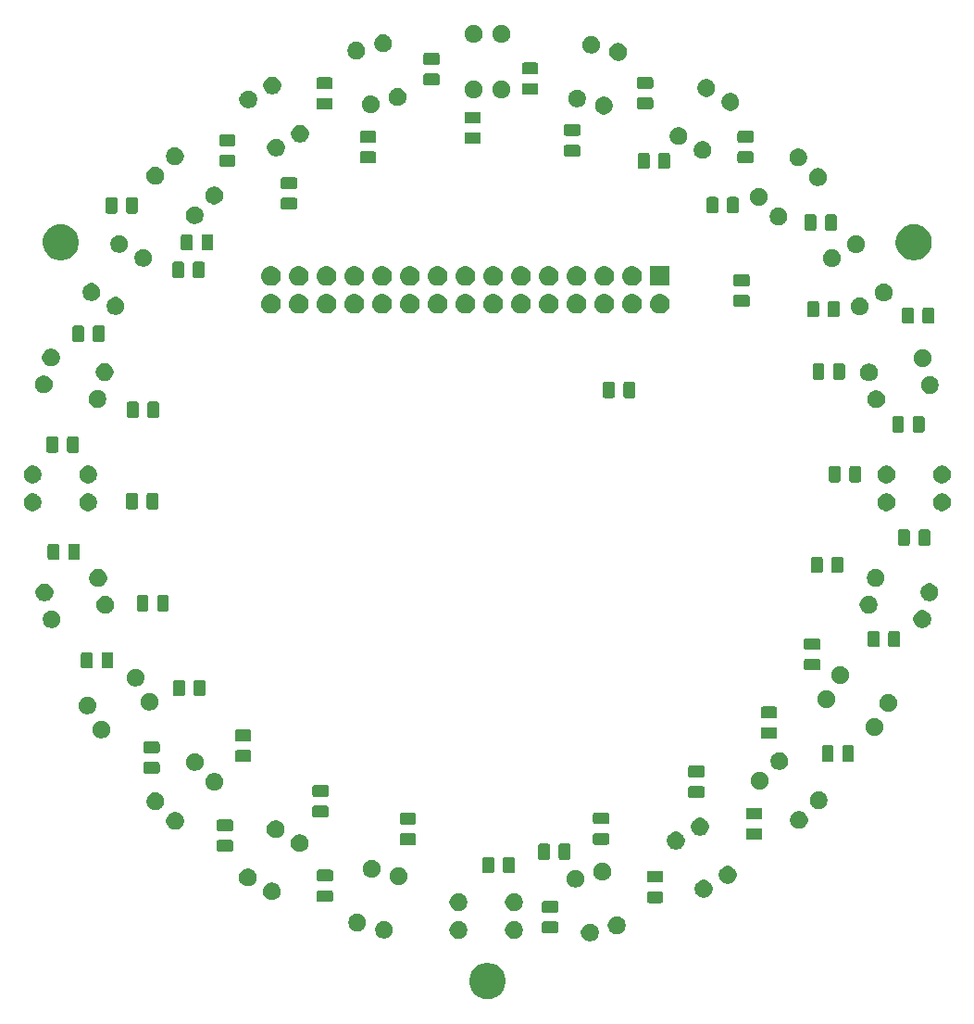
<source format=gts>
G04 #@! TF.GenerationSoftware,KiCad,Pcbnew,(6.0.0-rc1-dev-1521-g81a0ab4d7)*
G04 #@! TF.CreationDate,2019-02-16T00:36:45+09:00
G04 #@! TF.ProjectId,lineses,6c696e65-7365-4732-9e6b-696361645f70,rev?*
G04 #@! TF.SameCoordinates,Original*
G04 #@! TF.FileFunction,Soldermask,Top*
G04 #@! TF.FilePolarity,Negative*
%FSLAX46Y46*%
G04 Gerber Fmt 4.6, Leading zero omitted, Abs format (unit mm)*
G04 Created by KiCad (PCBNEW (6.0.0-rc1-dev-1521-g81a0ab4d7)) date 2019/02/16 0:36:45*
%MOMM*%
%LPD*%
G04 APERTURE LIST*
%ADD10C,0.100000*%
G04 APERTURE END LIST*
D10*
G36*
X79335198Y-111700078D02*
G01*
X79441521Y-111721227D01*
X79741984Y-111845683D01*
X80008794Y-112023960D01*
X80012396Y-112026367D01*
X80242355Y-112256326D01*
X80423040Y-112526740D01*
X80547495Y-112827202D01*
X80610942Y-113146169D01*
X80610942Y-113471391D01*
X80547495Y-113790358D01*
X80423040Y-114090820D01*
X80242355Y-114361234D01*
X80012396Y-114591193D01*
X80012393Y-114591195D01*
X79741984Y-114771877D01*
X79441521Y-114896333D01*
X79335198Y-114917482D01*
X79122553Y-114959780D01*
X78797331Y-114959780D01*
X78584686Y-114917482D01*
X78478363Y-114896333D01*
X78177900Y-114771877D01*
X77907491Y-114591195D01*
X77907488Y-114591193D01*
X77677529Y-114361234D01*
X77496844Y-114090820D01*
X77372389Y-113790358D01*
X77308942Y-113471391D01*
X77308942Y-113146169D01*
X77372389Y-112827202D01*
X77496844Y-112526740D01*
X77677529Y-112256326D01*
X77907488Y-112026367D01*
X77911090Y-112023960D01*
X78177900Y-111845683D01*
X78478363Y-111721227D01*
X78584686Y-111700078D01*
X78797331Y-111657780D01*
X79122553Y-111657780D01*
X79335198Y-111700078D01*
X79335198Y-111700078D01*
G37*
G36*
X88571033Y-108087874D02*
G01*
X88718993Y-108149162D01*
X88786021Y-108193949D01*
X88850650Y-108237132D01*
X88852149Y-108238134D01*
X88965389Y-108351374D01*
X89054361Y-108484530D01*
X89115649Y-108632490D01*
X89146891Y-108789557D01*
X89146891Y-108949707D01*
X89115649Y-109106774D01*
X89068245Y-109221215D01*
X89054777Y-109253731D01*
X89054361Y-109254734D01*
X89050656Y-109260279D01*
X88991208Y-109349250D01*
X88965389Y-109387890D01*
X88852149Y-109501130D01*
X88718993Y-109590102D01*
X88571033Y-109651390D01*
X88413966Y-109682632D01*
X88253816Y-109682632D01*
X88096749Y-109651390D01*
X87948789Y-109590102D01*
X87815633Y-109501130D01*
X87702393Y-109387890D01*
X87676575Y-109349250D01*
X87617126Y-109260279D01*
X87613421Y-109254734D01*
X87613006Y-109253731D01*
X87599537Y-109221215D01*
X87552133Y-109106774D01*
X87520891Y-108949707D01*
X87520891Y-108789557D01*
X87552133Y-108632490D01*
X87613421Y-108484530D01*
X87702393Y-108351374D01*
X87815633Y-108238134D01*
X87817133Y-108237132D01*
X87881761Y-108193949D01*
X87948789Y-108149162D01*
X88096749Y-108087874D01*
X88253816Y-108056632D01*
X88413966Y-108056632D01*
X88571033Y-108087874D01*
X88571033Y-108087874D01*
G37*
G36*
X81627084Y-107847022D02*
G01*
X81775044Y-107908310D01*
X81807480Y-107929983D01*
X81908199Y-107997281D01*
X82021441Y-108110523D01*
X82065625Y-108176650D01*
X82110412Y-108243678D01*
X82171700Y-108391638D01*
X82202942Y-108548705D01*
X82202942Y-108708855D01*
X82171700Y-108865922D01*
X82124296Y-108980363D01*
X82110413Y-109013880D01*
X82025816Y-109140490D01*
X82021440Y-109147038D01*
X81908200Y-109260278D01*
X81775044Y-109349250D01*
X81627084Y-109410538D01*
X81470017Y-109441780D01*
X81309867Y-109441780D01*
X81152800Y-109410538D01*
X81004840Y-109349250D01*
X80871684Y-109260278D01*
X80758444Y-109147038D01*
X80754069Y-109140490D01*
X80669471Y-109013880D01*
X80655588Y-108980363D01*
X80608184Y-108865922D01*
X80576942Y-108708855D01*
X80576942Y-108548705D01*
X80608184Y-108391638D01*
X80669472Y-108243678D01*
X80714259Y-108176650D01*
X80758443Y-108110523D01*
X80871685Y-107997281D01*
X80972404Y-107929983D01*
X81004840Y-107908310D01*
X81152800Y-107847022D01*
X81309867Y-107815780D01*
X81470017Y-107815780D01*
X81627084Y-107847022D01*
X81627084Y-107847022D01*
G37*
G36*
X76547084Y-107847022D02*
G01*
X76695044Y-107908310D01*
X76727480Y-107929983D01*
X76828199Y-107997281D01*
X76941441Y-108110523D01*
X76985625Y-108176650D01*
X77030412Y-108243678D01*
X77091700Y-108391638D01*
X77122942Y-108548705D01*
X77122942Y-108708855D01*
X77091700Y-108865922D01*
X77044296Y-108980363D01*
X77030413Y-109013880D01*
X76945816Y-109140490D01*
X76941440Y-109147038D01*
X76828200Y-109260278D01*
X76695044Y-109349250D01*
X76547084Y-109410538D01*
X76390017Y-109441780D01*
X76229867Y-109441780D01*
X76072800Y-109410538D01*
X75924840Y-109349250D01*
X75791684Y-109260278D01*
X75678444Y-109147038D01*
X75674069Y-109140490D01*
X75589471Y-109013880D01*
X75575588Y-108980363D01*
X75528184Y-108865922D01*
X75496942Y-108708855D01*
X75496942Y-108548705D01*
X75528184Y-108391638D01*
X75589472Y-108243678D01*
X75634259Y-108176650D01*
X75678443Y-108110523D01*
X75791685Y-107997281D01*
X75892404Y-107929983D01*
X75924840Y-107908310D01*
X76072800Y-107847022D01*
X76229867Y-107815780D01*
X76390017Y-107815780D01*
X76547084Y-107847022D01*
X76547084Y-107847022D01*
G37*
G36*
X69749684Y-107840474D02*
G01*
X69897644Y-107901762D01*
X69939880Y-107929983D01*
X70030799Y-107990733D01*
X70144041Y-108103975D01*
X70174233Y-108149161D01*
X70209522Y-108201974D01*
X70233013Y-108237132D01*
X70233428Y-108238134D01*
X70294300Y-108385090D01*
X70325542Y-108542157D01*
X70325542Y-108702307D01*
X70294300Y-108859374D01*
X70233012Y-109007334D01*
X70221053Y-109025232D01*
X70144041Y-109140489D01*
X70030799Y-109253731D01*
X70020999Y-109260279D01*
X69897644Y-109342702D01*
X69749684Y-109403990D01*
X69592617Y-109435232D01*
X69432467Y-109435232D01*
X69275400Y-109403990D01*
X69127440Y-109342702D01*
X69004085Y-109260279D01*
X68994285Y-109253731D01*
X68881043Y-109140489D01*
X68804031Y-109025232D01*
X68792072Y-109007334D01*
X68730784Y-108859374D01*
X68699542Y-108702307D01*
X68699542Y-108542157D01*
X68730784Y-108385090D01*
X68791656Y-108238134D01*
X68792071Y-108237132D01*
X68815563Y-108201974D01*
X68850851Y-108149161D01*
X68881043Y-108103975D01*
X68994285Y-107990733D01*
X69085204Y-107929983D01*
X69127440Y-107901762D01*
X69275400Y-107840474D01*
X69432467Y-107809232D01*
X69592617Y-107809232D01*
X69749684Y-107840474D01*
X69749684Y-107840474D01*
G37*
G36*
X91024484Y-107430474D02*
G01*
X91172444Y-107491762D01*
X91305600Y-107580734D01*
X91418840Y-107693974D01*
X91507812Y-107827130D01*
X91569100Y-107975090D01*
X91600342Y-108132157D01*
X91600342Y-108292307D01*
X91569100Y-108449374D01*
X91507812Y-108597334D01*
X91463025Y-108664362D01*
X91418841Y-108730489D01*
X91305599Y-108843731D01*
X91272386Y-108865923D01*
X91172444Y-108932702D01*
X91024484Y-108993990D01*
X90867417Y-109025232D01*
X90707267Y-109025232D01*
X90550200Y-108993990D01*
X90402240Y-108932702D01*
X90302298Y-108865923D01*
X90269085Y-108843731D01*
X90155843Y-108730489D01*
X90111659Y-108664362D01*
X90066872Y-108597334D01*
X90005584Y-108449374D01*
X89974342Y-108292307D01*
X89974342Y-108132157D01*
X90005584Y-107975090D01*
X90066872Y-107827130D01*
X90155844Y-107693974D01*
X90269084Y-107580734D01*
X90402240Y-107491762D01*
X90550200Y-107430474D01*
X90707267Y-107399232D01*
X90867417Y-107399232D01*
X91024484Y-107430474D01*
X91024484Y-107430474D01*
G37*
G36*
X85284466Y-107873565D02*
G01*
X85323137Y-107885296D01*
X85358779Y-107904348D01*
X85390017Y-107929983D01*
X85415652Y-107961221D01*
X85434704Y-107996863D01*
X85446435Y-108035534D01*
X85451000Y-108081888D01*
X85451000Y-108733112D01*
X85446435Y-108779466D01*
X85434704Y-108818137D01*
X85415652Y-108853779D01*
X85390017Y-108885017D01*
X85358779Y-108910652D01*
X85323137Y-108929704D01*
X85284466Y-108941435D01*
X85238112Y-108946000D01*
X84161888Y-108946000D01*
X84115534Y-108941435D01*
X84076863Y-108929704D01*
X84041221Y-108910652D01*
X84009983Y-108885017D01*
X83984348Y-108853779D01*
X83965296Y-108818137D01*
X83953565Y-108779466D01*
X83949000Y-108733112D01*
X83949000Y-108081888D01*
X83953565Y-108035534D01*
X83965296Y-107996863D01*
X83984348Y-107961221D01*
X84009983Y-107929983D01*
X84041221Y-107904348D01*
X84076863Y-107885296D01*
X84115534Y-107873565D01*
X84161888Y-107869000D01*
X85238112Y-107869000D01*
X85284466Y-107873565D01*
X85284466Y-107873565D01*
G37*
G36*
X67296232Y-107183073D02*
G01*
X67444192Y-107244361D01*
X67577348Y-107333333D01*
X67690588Y-107446573D01*
X67779560Y-107579729D01*
X67840848Y-107727689D01*
X67872090Y-107884756D01*
X67872090Y-108044906D01*
X67840848Y-108201973D01*
X67779560Y-108349933D01*
X67690588Y-108483089D01*
X67577348Y-108596329D01*
X67444192Y-108685301D01*
X67296232Y-108746589D01*
X67139165Y-108777831D01*
X66979015Y-108777831D01*
X66821948Y-108746589D01*
X66673988Y-108685301D01*
X66540832Y-108596329D01*
X66427592Y-108483089D01*
X66338620Y-108349933D01*
X66277332Y-108201973D01*
X66246090Y-108044906D01*
X66246090Y-107884756D01*
X66277332Y-107727689D01*
X66338620Y-107579729D01*
X66427592Y-107446573D01*
X66540832Y-107333333D01*
X66673988Y-107244361D01*
X66821948Y-107183073D01*
X66979015Y-107151831D01*
X67139165Y-107151831D01*
X67296232Y-107183073D01*
X67296232Y-107183073D01*
G37*
G36*
X85284466Y-105998565D02*
G01*
X85323137Y-106010296D01*
X85358779Y-106029348D01*
X85390017Y-106054983D01*
X85415652Y-106086221D01*
X85434704Y-106121863D01*
X85446435Y-106160534D01*
X85451000Y-106206888D01*
X85451000Y-106858112D01*
X85446435Y-106904466D01*
X85434704Y-106943137D01*
X85415652Y-106978779D01*
X85390017Y-107010017D01*
X85358779Y-107035652D01*
X85323137Y-107054704D01*
X85284466Y-107066435D01*
X85238112Y-107071000D01*
X84161888Y-107071000D01*
X84115534Y-107066435D01*
X84076863Y-107054704D01*
X84041221Y-107035652D01*
X84009983Y-107010017D01*
X83984348Y-106978779D01*
X83965296Y-106943137D01*
X83953565Y-106904466D01*
X83949000Y-106858112D01*
X83949000Y-106206888D01*
X83953565Y-106160534D01*
X83965296Y-106121863D01*
X83984348Y-106086221D01*
X84009983Y-106054983D01*
X84041221Y-106029348D01*
X84076863Y-106010296D01*
X84115534Y-105998565D01*
X84161888Y-105994000D01*
X85238112Y-105994000D01*
X85284466Y-105998565D01*
X85284466Y-105998565D01*
G37*
G36*
X76547084Y-105307022D02*
G01*
X76695044Y-105368310D01*
X76737595Y-105396742D01*
X76828199Y-105457281D01*
X76941441Y-105570523D01*
X76960439Y-105598956D01*
X77030412Y-105703678D01*
X77091700Y-105851638D01*
X77122942Y-106008705D01*
X77122942Y-106168855D01*
X77091700Y-106325922D01*
X77030412Y-106473882D01*
X76941440Y-106607038D01*
X76828200Y-106720278D01*
X76695044Y-106809250D01*
X76547084Y-106870538D01*
X76390017Y-106901780D01*
X76229867Y-106901780D01*
X76072800Y-106870538D01*
X75924840Y-106809250D01*
X75791684Y-106720278D01*
X75678444Y-106607038D01*
X75589472Y-106473882D01*
X75528184Y-106325922D01*
X75496942Y-106168855D01*
X75496942Y-106008705D01*
X75528184Y-105851638D01*
X75589472Y-105703678D01*
X75659445Y-105598956D01*
X75678443Y-105570523D01*
X75791685Y-105457281D01*
X75882289Y-105396742D01*
X75924840Y-105368310D01*
X76072800Y-105307022D01*
X76229867Y-105275780D01*
X76390017Y-105275780D01*
X76547084Y-105307022D01*
X76547084Y-105307022D01*
G37*
G36*
X81627084Y-105307022D02*
G01*
X81775044Y-105368310D01*
X81817595Y-105396742D01*
X81908199Y-105457281D01*
X82021441Y-105570523D01*
X82040439Y-105598956D01*
X82110412Y-105703678D01*
X82171700Y-105851638D01*
X82202942Y-106008705D01*
X82202942Y-106168855D01*
X82171700Y-106325922D01*
X82110412Y-106473882D01*
X82021440Y-106607038D01*
X81908200Y-106720278D01*
X81775044Y-106809250D01*
X81627084Y-106870538D01*
X81470017Y-106901780D01*
X81309867Y-106901780D01*
X81152800Y-106870538D01*
X81004840Y-106809250D01*
X80871684Y-106720278D01*
X80758444Y-106607038D01*
X80669472Y-106473882D01*
X80608184Y-106325922D01*
X80576942Y-106168855D01*
X80576942Y-106008705D01*
X80608184Y-105851638D01*
X80669472Y-105703678D01*
X80739445Y-105598956D01*
X80758443Y-105570523D01*
X80871685Y-105457281D01*
X80962289Y-105396742D01*
X81004840Y-105368310D01*
X81152800Y-105307022D01*
X81309867Y-105275780D01*
X81470017Y-105275780D01*
X81627084Y-105307022D01*
X81627084Y-105307022D01*
G37*
G36*
X94884466Y-105121065D02*
G01*
X94923137Y-105132796D01*
X94958779Y-105151848D01*
X94990017Y-105177483D01*
X95015652Y-105208721D01*
X95034704Y-105244363D01*
X95046435Y-105283034D01*
X95051000Y-105329388D01*
X95051000Y-105980612D01*
X95046435Y-106026966D01*
X95034704Y-106065637D01*
X95015652Y-106101279D01*
X94990017Y-106132517D01*
X94958779Y-106158152D01*
X94923137Y-106177204D01*
X94884466Y-106188935D01*
X94838112Y-106193500D01*
X93761888Y-106193500D01*
X93715534Y-106188935D01*
X93676863Y-106177204D01*
X93641221Y-106158152D01*
X93609983Y-106132517D01*
X93584348Y-106101279D01*
X93565296Y-106065637D01*
X93553565Y-106026966D01*
X93549000Y-105980612D01*
X93549000Y-105329388D01*
X93553565Y-105283034D01*
X93565296Y-105244363D01*
X93584348Y-105208721D01*
X93609983Y-105177483D01*
X93641221Y-105151848D01*
X93676863Y-105132796D01*
X93715534Y-105121065D01*
X93761888Y-105116500D01*
X94838112Y-105116500D01*
X94884466Y-105121065D01*
X94884466Y-105121065D01*
G37*
G36*
X64674466Y-105016065D02*
G01*
X64713137Y-105027796D01*
X64748779Y-105046848D01*
X64780017Y-105072483D01*
X64805652Y-105103721D01*
X64824704Y-105139363D01*
X64836435Y-105178034D01*
X64841000Y-105224388D01*
X64841000Y-105875612D01*
X64836435Y-105921966D01*
X64824704Y-105960637D01*
X64805652Y-105996279D01*
X64780017Y-106027517D01*
X64748779Y-106053152D01*
X64713137Y-106072204D01*
X64674466Y-106083935D01*
X64628112Y-106088500D01*
X63551888Y-106088500D01*
X63505534Y-106083935D01*
X63466863Y-106072204D01*
X63431221Y-106053152D01*
X63399983Y-106027517D01*
X63374348Y-105996279D01*
X63355296Y-105960637D01*
X63343565Y-105921966D01*
X63339000Y-105875612D01*
X63339000Y-105224388D01*
X63343565Y-105178034D01*
X63355296Y-105139363D01*
X63374348Y-105103721D01*
X63399983Y-105072483D01*
X63431221Y-105046848D01*
X63466863Y-105027796D01*
X63505534Y-105016065D01*
X63551888Y-105011500D01*
X64628112Y-105011500D01*
X64674466Y-105016065D01*
X64674466Y-105016065D01*
G37*
G36*
X59497084Y-104336727D02*
G01*
X59645044Y-104398015D01*
X59680169Y-104421485D01*
X59778199Y-104486986D01*
X59891441Y-104600228D01*
X59980413Y-104733385D01*
X59994296Y-104766902D01*
X60041700Y-104881343D01*
X60072942Y-105038410D01*
X60072942Y-105198560D01*
X60041700Y-105355627D01*
X59980412Y-105503587D01*
X59935687Y-105570522D01*
X59916689Y-105598956D01*
X59891440Y-105636743D01*
X59778200Y-105749983D01*
X59645044Y-105838955D01*
X59497084Y-105900243D01*
X59340017Y-105931485D01*
X59179867Y-105931485D01*
X59022800Y-105900243D01*
X58874840Y-105838955D01*
X58741684Y-105749983D01*
X58628444Y-105636743D01*
X58603196Y-105598956D01*
X58584197Y-105570522D01*
X58539472Y-105503587D01*
X58478184Y-105355627D01*
X58446942Y-105198560D01*
X58446942Y-105038410D01*
X58478184Y-104881343D01*
X58525588Y-104766902D01*
X58539471Y-104733385D01*
X58628443Y-104600228D01*
X58741685Y-104486986D01*
X58839715Y-104421485D01*
X58874840Y-104398015D01*
X59022800Y-104336727D01*
X59179867Y-104305485D01*
X59340017Y-104305485D01*
X59497084Y-104336727D01*
X59497084Y-104336727D01*
G37*
G36*
X98977379Y-104096727D02*
G01*
X99125339Y-104158015D01*
X99155476Y-104178152D01*
X99258494Y-104246986D01*
X99371736Y-104360228D01*
X99396984Y-104398015D01*
X99456433Y-104486986D01*
X99460708Y-104493385D01*
X99462241Y-104497086D01*
X99521995Y-104641343D01*
X99553237Y-104798410D01*
X99553237Y-104958560D01*
X99521995Y-105115627D01*
X99476944Y-105224388D01*
X99460708Y-105263585D01*
X99379081Y-105385750D01*
X99371735Y-105396743D01*
X99258495Y-105509983D01*
X99125339Y-105598955D01*
X98977379Y-105660243D01*
X98820312Y-105691485D01*
X98660162Y-105691485D01*
X98503095Y-105660243D01*
X98355135Y-105598955D01*
X98221979Y-105509983D01*
X98108739Y-105396743D01*
X98101394Y-105385750D01*
X98019766Y-105263585D01*
X98003530Y-105224388D01*
X97958479Y-105115627D01*
X97927237Y-104958560D01*
X97927237Y-104798410D01*
X97958479Y-104641343D01*
X98018233Y-104497086D01*
X98019766Y-104493385D01*
X98024042Y-104486986D01*
X98083490Y-104398015D01*
X98108738Y-104360228D01*
X98221980Y-104246986D01*
X98324998Y-104178152D01*
X98355135Y-104158015D01*
X98503095Y-104096727D01*
X98660162Y-104065485D01*
X98820312Y-104065485D01*
X98977379Y-104096727D01*
X98977379Y-104096727D01*
G37*
G36*
X87256232Y-103180971D02*
G01*
X87404192Y-103242259D01*
X87433729Y-103261995D01*
X87537347Y-103331230D01*
X87650589Y-103444472D01*
X87659776Y-103458222D01*
X87739560Y-103577627D01*
X87800848Y-103725587D01*
X87832090Y-103882654D01*
X87832090Y-104042804D01*
X87800848Y-104199871D01*
X87766351Y-104283152D01*
X87744160Y-104336727D01*
X87739560Y-104347831D01*
X87726924Y-104366742D01*
X87650589Y-104480986D01*
X87537347Y-104594228D01*
X87528367Y-104600228D01*
X87404192Y-104683199D01*
X87256232Y-104744487D01*
X87099165Y-104775729D01*
X86939015Y-104775729D01*
X86781948Y-104744487D01*
X86633988Y-104683199D01*
X86509813Y-104600228D01*
X86500833Y-104594228D01*
X86387591Y-104480986D01*
X86311256Y-104366742D01*
X86298620Y-104347831D01*
X86294021Y-104336727D01*
X86271829Y-104283152D01*
X86237332Y-104199871D01*
X86206090Y-104042804D01*
X86206090Y-103882654D01*
X86237332Y-103725587D01*
X86298620Y-103577627D01*
X86378404Y-103458222D01*
X86387591Y-103444472D01*
X86500833Y-103331230D01*
X86604451Y-103261995D01*
X86633988Y-103242259D01*
X86781948Y-103180971D01*
X86939015Y-103149729D01*
X87099165Y-103149729D01*
X87256232Y-103180971D01*
X87256232Y-103180971D01*
G37*
G36*
X57297379Y-103066727D02*
G01*
X57445339Y-103128015D01*
X57510940Y-103171848D01*
X57578494Y-103216986D01*
X57691736Y-103330228D01*
X57692406Y-103331231D01*
X57780707Y-103463383D01*
X57841995Y-103611343D01*
X57873237Y-103768410D01*
X57873237Y-103928560D01*
X57841995Y-104085627D01*
X57803669Y-104178152D01*
X57789028Y-104213500D01*
X57780707Y-104233587D01*
X57771754Y-104246986D01*
X57691736Y-104366742D01*
X57578494Y-104479984D01*
X57552900Y-104497085D01*
X57445339Y-104568955D01*
X57297379Y-104630243D01*
X57140312Y-104661485D01*
X56980162Y-104661485D01*
X56823095Y-104630243D01*
X56675135Y-104568955D01*
X56567574Y-104497085D01*
X56541980Y-104479984D01*
X56428738Y-104366742D01*
X56348720Y-104246986D01*
X56339767Y-104233587D01*
X56331447Y-104213500D01*
X56316805Y-104178152D01*
X56278479Y-104085627D01*
X56247237Y-103928560D01*
X56247237Y-103768410D01*
X56278479Y-103611343D01*
X56339767Y-103463383D01*
X56428068Y-103331231D01*
X56428738Y-103330228D01*
X56541980Y-103216986D01*
X56609534Y-103171848D01*
X56675135Y-103128015D01*
X56823095Y-103066727D01*
X56980162Y-103035485D01*
X57140312Y-103035485D01*
X57297379Y-103066727D01*
X57297379Y-103066727D01*
G37*
G36*
X71064484Y-102933570D02*
G01*
X71212444Y-102994858D01*
X71273247Y-103035485D01*
X71345599Y-103083829D01*
X71458841Y-103197071D01*
X71491984Y-103246674D01*
X71547812Y-103330226D01*
X71609100Y-103478186D01*
X71640342Y-103635253D01*
X71640342Y-103795403D01*
X71609100Y-103952470D01*
X71571682Y-104042803D01*
X71547813Y-104100428D01*
X71458841Y-104233585D01*
X71345599Y-104346827D01*
X71315794Y-104366742D01*
X71212444Y-104435798D01*
X71064484Y-104497086D01*
X70907417Y-104528328D01*
X70747267Y-104528328D01*
X70590200Y-104497086D01*
X70442240Y-104435798D01*
X70338890Y-104366742D01*
X70309085Y-104346827D01*
X70195843Y-104233585D01*
X70106871Y-104100428D01*
X70083002Y-104042803D01*
X70045584Y-103952470D01*
X70014342Y-103795403D01*
X70014342Y-103635253D01*
X70045584Y-103478186D01*
X70106872Y-103330226D01*
X70162700Y-103246674D01*
X70195843Y-103197071D01*
X70309085Y-103083829D01*
X70381437Y-103035485D01*
X70442240Y-102994858D01*
X70590200Y-102933570D01*
X70747267Y-102902328D01*
X70907417Y-102902328D01*
X71064484Y-102933570D01*
X71064484Y-102933570D01*
G37*
G36*
X101177084Y-102826727D02*
G01*
X101325044Y-102888015D01*
X101346465Y-102902328D01*
X101458199Y-102976986D01*
X101571441Y-103090228D01*
X101596689Y-103128015D01*
X101656138Y-103216986D01*
X101660413Y-103223385D01*
X101668230Y-103242258D01*
X101721700Y-103371343D01*
X101752942Y-103528410D01*
X101752942Y-103688560D01*
X101721700Y-103845627D01*
X101660412Y-103993587D01*
X101627527Y-104042803D01*
X101571441Y-104126742D01*
X101458199Y-104239984D01*
X101393593Y-104283152D01*
X101325044Y-104328955D01*
X101177084Y-104390243D01*
X101020017Y-104421485D01*
X100859867Y-104421485D01*
X100702800Y-104390243D01*
X100554840Y-104328955D01*
X100486291Y-104283152D01*
X100421685Y-104239984D01*
X100308443Y-104126742D01*
X100252357Y-104042803D01*
X100219472Y-103993587D01*
X100158184Y-103845627D01*
X100126942Y-103688560D01*
X100126942Y-103528410D01*
X100158184Y-103371343D01*
X100211654Y-103242258D01*
X100219471Y-103223385D01*
X100223747Y-103216986D01*
X100283195Y-103128015D01*
X100308443Y-103090228D01*
X100421685Y-102976986D01*
X100533419Y-102902328D01*
X100554840Y-102888015D01*
X100702800Y-102826727D01*
X100859867Y-102795485D01*
X101020017Y-102795485D01*
X101177084Y-102826727D01*
X101177084Y-102826727D01*
G37*
G36*
X94884466Y-103246065D02*
G01*
X94923137Y-103257796D01*
X94958779Y-103276848D01*
X94990017Y-103302483D01*
X95015652Y-103333721D01*
X95034704Y-103369363D01*
X95046435Y-103408034D01*
X95051000Y-103454388D01*
X95051000Y-104105612D01*
X95046435Y-104151966D01*
X95034704Y-104190637D01*
X95015652Y-104226279D01*
X94990017Y-104257517D01*
X94958779Y-104283152D01*
X94923137Y-104302204D01*
X94884466Y-104313935D01*
X94838112Y-104318500D01*
X93761888Y-104318500D01*
X93715534Y-104313935D01*
X93676863Y-104302204D01*
X93641221Y-104283152D01*
X93609983Y-104257517D01*
X93584348Y-104226279D01*
X93565296Y-104190637D01*
X93553565Y-104151966D01*
X93549000Y-104105612D01*
X93549000Y-103454388D01*
X93553565Y-103408034D01*
X93565296Y-103369363D01*
X93584348Y-103333721D01*
X93609983Y-103302483D01*
X93641221Y-103276848D01*
X93676863Y-103257796D01*
X93715534Y-103246065D01*
X93761888Y-103241500D01*
X94838112Y-103241500D01*
X94884466Y-103246065D01*
X94884466Y-103246065D01*
G37*
G36*
X64674466Y-103141065D02*
G01*
X64713137Y-103152796D01*
X64748779Y-103171848D01*
X64780017Y-103197483D01*
X64805652Y-103228721D01*
X64824704Y-103264363D01*
X64836435Y-103303034D01*
X64841000Y-103349388D01*
X64841000Y-104000612D01*
X64836435Y-104046966D01*
X64824704Y-104085637D01*
X64805652Y-104121279D01*
X64780017Y-104152517D01*
X64748779Y-104178152D01*
X64713137Y-104197204D01*
X64674466Y-104208935D01*
X64628112Y-104213500D01*
X63551888Y-104213500D01*
X63505534Y-104208935D01*
X63466863Y-104197204D01*
X63431221Y-104178152D01*
X63399983Y-104152517D01*
X63374348Y-104121279D01*
X63355296Y-104085637D01*
X63343565Y-104046966D01*
X63339000Y-104000612D01*
X63339000Y-103349388D01*
X63343565Y-103303034D01*
X63355296Y-103264363D01*
X63374348Y-103228721D01*
X63399983Y-103197483D01*
X63431221Y-103171848D01*
X63466863Y-103152796D01*
X63505534Y-103141065D01*
X63551888Y-103136500D01*
X64628112Y-103136500D01*
X64674466Y-103141065D01*
X64674466Y-103141065D01*
G37*
G36*
X89709684Y-102523570D02*
G01*
X89857644Y-102584858D01*
X89924672Y-102629645D01*
X89989301Y-102672828D01*
X89990800Y-102673830D01*
X90104040Y-102787070D01*
X90193012Y-102920226D01*
X90254300Y-103068186D01*
X90285542Y-103225253D01*
X90285542Y-103385403D01*
X90254300Y-103542470D01*
X90240334Y-103576186D01*
X90193428Y-103689427D01*
X90193012Y-103690430D01*
X90169521Y-103725587D01*
X90104041Y-103823585D01*
X89990799Y-103936827D01*
X89967387Y-103952470D01*
X89857644Y-104025798D01*
X89709684Y-104087086D01*
X89552617Y-104118328D01*
X89392467Y-104118328D01*
X89235400Y-104087086D01*
X89087440Y-104025798D01*
X88977697Y-103952470D01*
X88954285Y-103936827D01*
X88841043Y-103823585D01*
X88775563Y-103725587D01*
X88752072Y-103690430D01*
X88751657Y-103689427D01*
X88704750Y-103576186D01*
X88690784Y-103542470D01*
X88659542Y-103385403D01*
X88659542Y-103225253D01*
X88690784Y-103068186D01*
X88752072Y-102920226D01*
X88841044Y-102787070D01*
X88954284Y-102673830D01*
X88955784Y-102672828D01*
X89020412Y-102629645D01*
X89087440Y-102584858D01*
X89235400Y-102523570D01*
X89392467Y-102492328D01*
X89552617Y-102492328D01*
X89709684Y-102523570D01*
X89709684Y-102523570D01*
G37*
G36*
X68611033Y-102276170D02*
G01*
X68758993Y-102337458D01*
X68826021Y-102382245D01*
X68892148Y-102426429D01*
X69005390Y-102539671D01*
X69094362Y-102672828D01*
X69094777Y-102673830D01*
X69155649Y-102820786D01*
X69186891Y-102977853D01*
X69186891Y-103138003D01*
X69155649Y-103295070D01*
X69094361Y-103443030D01*
X69049574Y-103510058D01*
X69005390Y-103576185D01*
X68892148Y-103689427D01*
X68838032Y-103725586D01*
X68758993Y-103778398D01*
X68611033Y-103839686D01*
X68453966Y-103870928D01*
X68293816Y-103870928D01*
X68136749Y-103839686D01*
X67988789Y-103778398D01*
X67909750Y-103725586D01*
X67855634Y-103689427D01*
X67742392Y-103576185D01*
X67698208Y-103510058D01*
X67653421Y-103443030D01*
X67592133Y-103295070D01*
X67560891Y-103138003D01*
X67560891Y-102977853D01*
X67592133Y-102820786D01*
X67653005Y-102673830D01*
X67653420Y-102672828D01*
X67742392Y-102539671D01*
X67855634Y-102426429D01*
X67921761Y-102382245D01*
X67988789Y-102337458D01*
X68136749Y-102276170D01*
X68293816Y-102244928D01*
X68453966Y-102244928D01*
X68611033Y-102276170D01*
X68611033Y-102276170D01*
G37*
G36*
X79421966Y-101973565D02*
G01*
X79460637Y-101985296D01*
X79496279Y-102004348D01*
X79527517Y-102029983D01*
X79553152Y-102061221D01*
X79572204Y-102096863D01*
X79583935Y-102135534D01*
X79588500Y-102181888D01*
X79588500Y-103258112D01*
X79583935Y-103304466D01*
X79572204Y-103343137D01*
X79553152Y-103378779D01*
X79527517Y-103410017D01*
X79496279Y-103435652D01*
X79460637Y-103454704D01*
X79421966Y-103466435D01*
X79375612Y-103471000D01*
X78724388Y-103471000D01*
X78678034Y-103466435D01*
X78639363Y-103454704D01*
X78603721Y-103435652D01*
X78572483Y-103410017D01*
X78546848Y-103378779D01*
X78527796Y-103343137D01*
X78516065Y-103304466D01*
X78511500Y-103258112D01*
X78511500Y-102181888D01*
X78516065Y-102135534D01*
X78527796Y-102096863D01*
X78546848Y-102061221D01*
X78572483Y-102029983D01*
X78603721Y-102004348D01*
X78639363Y-101985296D01*
X78678034Y-101973565D01*
X78724388Y-101969000D01*
X79375612Y-101969000D01*
X79421966Y-101973565D01*
X79421966Y-101973565D01*
G37*
G36*
X81296966Y-101973565D02*
G01*
X81335637Y-101985296D01*
X81371279Y-102004348D01*
X81402517Y-102029983D01*
X81428152Y-102061221D01*
X81447204Y-102096863D01*
X81458935Y-102135534D01*
X81463500Y-102181888D01*
X81463500Y-103258112D01*
X81458935Y-103304466D01*
X81447204Y-103343137D01*
X81428152Y-103378779D01*
X81402517Y-103410017D01*
X81371279Y-103435652D01*
X81335637Y-103454704D01*
X81296966Y-103466435D01*
X81250612Y-103471000D01*
X80599388Y-103471000D01*
X80553034Y-103466435D01*
X80514363Y-103454704D01*
X80478721Y-103435652D01*
X80447483Y-103410017D01*
X80421848Y-103378779D01*
X80402796Y-103343137D01*
X80391065Y-103304466D01*
X80386500Y-103258112D01*
X80386500Y-102181888D01*
X80391065Y-102135534D01*
X80402796Y-102096863D01*
X80421848Y-102061221D01*
X80447483Y-102029983D01*
X80478721Y-102004348D01*
X80514363Y-101985296D01*
X80553034Y-101973565D01*
X80599388Y-101969000D01*
X81250612Y-101969000D01*
X81296966Y-101973565D01*
X81296966Y-101973565D01*
G37*
G36*
X86389466Y-100753565D02*
G01*
X86428137Y-100765296D01*
X86463779Y-100784348D01*
X86495017Y-100809983D01*
X86520652Y-100841221D01*
X86539704Y-100876863D01*
X86551435Y-100915534D01*
X86556000Y-100961888D01*
X86556000Y-102038112D01*
X86551435Y-102084466D01*
X86539704Y-102123137D01*
X86520652Y-102158779D01*
X86495017Y-102190017D01*
X86463779Y-102215652D01*
X86428137Y-102234704D01*
X86389466Y-102246435D01*
X86343112Y-102251000D01*
X85691888Y-102251000D01*
X85645534Y-102246435D01*
X85606863Y-102234704D01*
X85571221Y-102215652D01*
X85539983Y-102190017D01*
X85514348Y-102158779D01*
X85495296Y-102123137D01*
X85483565Y-102084466D01*
X85479000Y-102038112D01*
X85479000Y-100961888D01*
X85483565Y-100915534D01*
X85495296Y-100876863D01*
X85514348Y-100841221D01*
X85539983Y-100809983D01*
X85571221Y-100784348D01*
X85606863Y-100765296D01*
X85645534Y-100753565D01*
X85691888Y-100749000D01*
X86343112Y-100749000D01*
X86389466Y-100753565D01*
X86389466Y-100753565D01*
G37*
G36*
X84514466Y-100753565D02*
G01*
X84553137Y-100765296D01*
X84588779Y-100784348D01*
X84620017Y-100809983D01*
X84645652Y-100841221D01*
X84664704Y-100876863D01*
X84676435Y-100915534D01*
X84681000Y-100961888D01*
X84681000Y-102038112D01*
X84676435Y-102084466D01*
X84664704Y-102123137D01*
X84645652Y-102158779D01*
X84620017Y-102190017D01*
X84588779Y-102215652D01*
X84553137Y-102234704D01*
X84514466Y-102246435D01*
X84468112Y-102251000D01*
X83816888Y-102251000D01*
X83770534Y-102246435D01*
X83731863Y-102234704D01*
X83696221Y-102215652D01*
X83664983Y-102190017D01*
X83639348Y-102158779D01*
X83620296Y-102123137D01*
X83608565Y-102084466D01*
X83604000Y-102038112D01*
X83604000Y-100961888D01*
X83608565Y-100915534D01*
X83620296Y-100876863D01*
X83639348Y-100841221D01*
X83664983Y-100809983D01*
X83696221Y-100784348D01*
X83731863Y-100765296D01*
X83770534Y-100753565D01*
X83816888Y-100749000D01*
X84468112Y-100749000D01*
X84514466Y-100753565D01*
X84514466Y-100753565D01*
G37*
G36*
X62037084Y-99937317D02*
G01*
X62151525Y-99984721D01*
X62184120Y-99998222D01*
X62185044Y-99998605D01*
X62220169Y-100022075D01*
X62318199Y-100087576D01*
X62431441Y-100200818D01*
X62451496Y-100230833D01*
X62520412Y-100333973D01*
X62581700Y-100481933D01*
X62612942Y-100639000D01*
X62612942Y-100799150D01*
X62581700Y-100956217D01*
X62520412Y-101104177D01*
X62475625Y-101171205D01*
X62456689Y-101199546D01*
X62431440Y-101237333D01*
X62318200Y-101350573D01*
X62185044Y-101439545D01*
X62037084Y-101500833D01*
X61880017Y-101532075D01*
X61719867Y-101532075D01*
X61562800Y-101500833D01*
X61414840Y-101439545D01*
X61281684Y-101350573D01*
X61168444Y-101237333D01*
X61143196Y-101199546D01*
X61124259Y-101171205D01*
X61079472Y-101104177D01*
X61018184Y-100956217D01*
X60986942Y-100799150D01*
X60986942Y-100639000D01*
X61018184Y-100481933D01*
X61079472Y-100333973D01*
X61148388Y-100230833D01*
X61168443Y-100200818D01*
X61281685Y-100087576D01*
X61379715Y-100022075D01*
X61414840Y-99998605D01*
X61415765Y-99998222D01*
X61448359Y-99984721D01*
X61562800Y-99937317D01*
X61719867Y-99906075D01*
X61880017Y-99906075D01*
X62037084Y-99937317D01*
X62037084Y-99937317D01*
G37*
G36*
X55544466Y-100426065D02*
G01*
X55583137Y-100437796D01*
X55618779Y-100456848D01*
X55650017Y-100482483D01*
X55675652Y-100513721D01*
X55694704Y-100549363D01*
X55706435Y-100588034D01*
X55711000Y-100634388D01*
X55711000Y-101285612D01*
X55706435Y-101331966D01*
X55694704Y-101370637D01*
X55675652Y-101406279D01*
X55650017Y-101437517D01*
X55618779Y-101463152D01*
X55583137Y-101482204D01*
X55544466Y-101493935D01*
X55498112Y-101498500D01*
X54421888Y-101498500D01*
X54375534Y-101493935D01*
X54336863Y-101482204D01*
X54301221Y-101463152D01*
X54269983Y-101437517D01*
X54244348Y-101406279D01*
X54225296Y-101370637D01*
X54213565Y-101331966D01*
X54209000Y-101285612D01*
X54209000Y-100634388D01*
X54213565Y-100588034D01*
X54225296Y-100549363D01*
X54244348Y-100513721D01*
X54269983Y-100482483D01*
X54301221Y-100456848D01*
X54336863Y-100437796D01*
X54375534Y-100426065D01*
X54421888Y-100421500D01*
X55498112Y-100421500D01*
X55544466Y-100426065D01*
X55544466Y-100426065D01*
G37*
G36*
X96437379Y-99697317D02*
G01*
X96585339Y-99758605D01*
X96619604Y-99781500D01*
X96718494Y-99847576D01*
X96831736Y-99960818D01*
X96856984Y-99998605D01*
X96920707Y-100093973D01*
X96981995Y-100241933D01*
X97013237Y-100399000D01*
X97013237Y-100559150D01*
X96981995Y-100716217D01*
X96937700Y-100823152D01*
X96924950Y-100853935D01*
X96920707Y-100864177D01*
X96831735Y-100997333D01*
X96718495Y-101110573D01*
X96585339Y-101199545D01*
X96437379Y-101260833D01*
X96280312Y-101292075D01*
X96120162Y-101292075D01*
X95963095Y-101260833D01*
X95815135Y-101199545D01*
X95681979Y-101110573D01*
X95568739Y-100997333D01*
X95479767Y-100864177D01*
X95475525Y-100853935D01*
X95462774Y-100823152D01*
X95418479Y-100716217D01*
X95387237Y-100559150D01*
X95387237Y-100399000D01*
X95418479Y-100241933D01*
X95479767Y-100093973D01*
X95543490Y-99998605D01*
X95568738Y-99960818D01*
X95681980Y-99847576D01*
X95780870Y-99781500D01*
X95815135Y-99758605D01*
X95963095Y-99697317D01*
X96120162Y-99666075D01*
X96280312Y-99666075D01*
X96437379Y-99697317D01*
X96437379Y-99697317D01*
G37*
G36*
X72284466Y-99826065D02*
G01*
X72323137Y-99837796D01*
X72358779Y-99856848D01*
X72390017Y-99882483D01*
X72415652Y-99913721D01*
X72434704Y-99949363D01*
X72446435Y-99988034D01*
X72451000Y-100034388D01*
X72451000Y-100685612D01*
X72446435Y-100731966D01*
X72434704Y-100770637D01*
X72415652Y-100806279D01*
X72390017Y-100837517D01*
X72358779Y-100863152D01*
X72323137Y-100882204D01*
X72284466Y-100893935D01*
X72238112Y-100898500D01*
X71161888Y-100898500D01*
X71115534Y-100893935D01*
X71076863Y-100882204D01*
X71041221Y-100863152D01*
X71009983Y-100837517D01*
X70984348Y-100806279D01*
X70965296Y-100770637D01*
X70953565Y-100731966D01*
X70949000Y-100685612D01*
X70949000Y-100034388D01*
X70953565Y-99988034D01*
X70965296Y-99949363D01*
X70984348Y-99913721D01*
X71009983Y-99882483D01*
X71041221Y-99856848D01*
X71076863Y-99837796D01*
X71115534Y-99826065D01*
X71161888Y-99821500D01*
X72238112Y-99821500D01*
X72284466Y-99826065D01*
X72284466Y-99826065D01*
G37*
G36*
X89954466Y-99786065D02*
G01*
X89993137Y-99797796D01*
X90028779Y-99816848D01*
X90060017Y-99842483D01*
X90085652Y-99873721D01*
X90104704Y-99909363D01*
X90116435Y-99948034D01*
X90121000Y-99994388D01*
X90121000Y-100645612D01*
X90116435Y-100691966D01*
X90104704Y-100730637D01*
X90085652Y-100766279D01*
X90060017Y-100797517D01*
X90028779Y-100823152D01*
X89993137Y-100842204D01*
X89954466Y-100853935D01*
X89908112Y-100858500D01*
X88831888Y-100858500D01*
X88785534Y-100853935D01*
X88746863Y-100842204D01*
X88711221Y-100823152D01*
X88679983Y-100797517D01*
X88654348Y-100766279D01*
X88635296Y-100730637D01*
X88623565Y-100691966D01*
X88619000Y-100645612D01*
X88619000Y-99994388D01*
X88623565Y-99948034D01*
X88635296Y-99909363D01*
X88654348Y-99873721D01*
X88679983Y-99842483D01*
X88711221Y-99816848D01*
X88746863Y-99797796D01*
X88785534Y-99786065D01*
X88831888Y-99781500D01*
X89908112Y-99781500D01*
X89954466Y-99786065D01*
X89954466Y-99786065D01*
G37*
G36*
X103934466Y-99353565D02*
G01*
X103973137Y-99365296D01*
X104008779Y-99384348D01*
X104040017Y-99409983D01*
X104065652Y-99441221D01*
X104084704Y-99476863D01*
X104096435Y-99515534D01*
X104101000Y-99561888D01*
X104101000Y-100213112D01*
X104096435Y-100259466D01*
X104084704Y-100298137D01*
X104065652Y-100333779D01*
X104040017Y-100365017D01*
X104008779Y-100390652D01*
X103973137Y-100409704D01*
X103934466Y-100421435D01*
X103888112Y-100426000D01*
X102811888Y-100426000D01*
X102765534Y-100421435D01*
X102726863Y-100409704D01*
X102691221Y-100390652D01*
X102659983Y-100365017D01*
X102634348Y-100333779D01*
X102615296Y-100298137D01*
X102603565Y-100259466D01*
X102599000Y-100213112D01*
X102599000Y-99561888D01*
X102603565Y-99515534D01*
X102615296Y-99476863D01*
X102634348Y-99441221D01*
X102659983Y-99409983D01*
X102691221Y-99384348D01*
X102726863Y-99365296D01*
X102765534Y-99353565D01*
X102811888Y-99349000D01*
X103888112Y-99349000D01*
X103934466Y-99353565D01*
X103934466Y-99353565D01*
G37*
G36*
X59837379Y-98667317D02*
G01*
X59985339Y-98728605D01*
X60023719Y-98754250D01*
X60118494Y-98817576D01*
X60231736Y-98930818D01*
X60266937Y-98983500D01*
X60320707Y-99063973D01*
X60381995Y-99211933D01*
X60413237Y-99369000D01*
X60413237Y-99529150D01*
X60381995Y-99686217D01*
X60320707Y-99834177D01*
X60288430Y-99882483D01*
X60231736Y-99967332D01*
X60118494Y-100080574D01*
X60052367Y-100124758D01*
X59985339Y-100169545D01*
X59837379Y-100230833D01*
X59680312Y-100262075D01*
X59520162Y-100262075D01*
X59363095Y-100230833D01*
X59215135Y-100169545D01*
X59148107Y-100124758D01*
X59081980Y-100080574D01*
X58968738Y-99967332D01*
X58912044Y-99882483D01*
X58879767Y-99834177D01*
X58818479Y-99686217D01*
X58787237Y-99529150D01*
X58787237Y-99369000D01*
X58818479Y-99211933D01*
X58879767Y-99063973D01*
X58933537Y-98983500D01*
X58968738Y-98930818D01*
X59081980Y-98817576D01*
X59176755Y-98754250D01*
X59215135Y-98728605D01*
X59363095Y-98667317D01*
X59520162Y-98636075D01*
X59680312Y-98636075D01*
X59837379Y-98667317D01*
X59837379Y-98667317D01*
G37*
G36*
X98637084Y-98427317D02*
G01*
X98785044Y-98488605D01*
X98847752Y-98530505D01*
X98918199Y-98577576D01*
X99031441Y-98690818D01*
X99056689Y-98728605D01*
X99116138Y-98817576D01*
X99120413Y-98823975D01*
X99133528Y-98855637D01*
X99181700Y-98971933D01*
X99212942Y-99129000D01*
X99212942Y-99289150D01*
X99181700Y-99446217D01*
X99120412Y-99594177D01*
X99104327Y-99618250D01*
X99031441Y-99727332D01*
X98918199Y-99840574D01*
X98907718Y-99847577D01*
X98785044Y-99929545D01*
X98637084Y-99990833D01*
X98480017Y-100022075D01*
X98319867Y-100022075D01*
X98162800Y-99990833D01*
X98014840Y-99929545D01*
X97892166Y-99847577D01*
X97881685Y-99840574D01*
X97768443Y-99727332D01*
X97695557Y-99618250D01*
X97679472Y-99594177D01*
X97618184Y-99446217D01*
X97586942Y-99289150D01*
X97586942Y-99129000D01*
X97618184Y-98971933D01*
X97666356Y-98855637D01*
X97679471Y-98823975D01*
X97683747Y-98817576D01*
X97743195Y-98728605D01*
X97768443Y-98690818D01*
X97881685Y-98577576D01*
X97952132Y-98530505D01*
X98014840Y-98488605D01*
X98162800Y-98427317D01*
X98319867Y-98396075D01*
X98480017Y-98396075D01*
X98637084Y-98427317D01*
X98637084Y-98427317D01*
G37*
G36*
X55544466Y-98551065D02*
G01*
X55583137Y-98562796D01*
X55618779Y-98581848D01*
X55650017Y-98607483D01*
X55675652Y-98638721D01*
X55694704Y-98674363D01*
X55706435Y-98713034D01*
X55711000Y-98759388D01*
X55711000Y-99410612D01*
X55706435Y-99456966D01*
X55694704Y-99495637D01*
X55675652Y-99531279D01*
X55650017Y-99562517D01*
X55618779Y-99588152D01*
X55583137Y-99607204D01*
X55544466Y-99618935D01*
X55498112Y-99623500D01*
X54421888Y-99623500D01*
X54375534Y-99618935D01*
X54336863Y-99607204D01*
X54301221Y-99588152D01*
X54269983Y-99562517D01*
X54244348Y-99531279D01*
X54225296Y-99495637D01*
X54213565Y-99456966D01*
X54209000Y-99410612D01*
X54209000Y-98759388D01*
X54213565Y-98713034D01*
X54225296Y-98674363D01*
X54244348Y-98638721D01*
X54269983Y-98607483D01*
X54301221Y-98581848D01*
X54336863Y-98562796D01*
X54375534Y-98551065D01*
X54421888Y-98546500D01*
X55498112Y-98546500D01*
X55544466Y-98551065D01*
X55544466Y-98551065D01*
G37*
G36*
X50641033Y-97903073D02*
G01*
X50788993Y-97964361D01*
X50840416Y-97998721D01*
X50893759Y-98034363D01*
X50922149Y-98053333D01*
X51035389Y-98166573D01*
X51124361Y-98299729D01*
X51185649Y-98447689D01*
X51216891Y-98604756D01*
X51216891Y-98764906D01*
X51185649Y-98921973D01*
X51145738Y-99018326D01*
X51124362Y-99069931D01*
X51035390Y-99203088D01*
X50922148Y-99316330D01*
X50866421Y-99353565D01*
X50788993Y-99405301D01*
X50788992Y-99405302D01*
X50788991Y-99405302D01*
X50755474Y-99419185D01*
X50641033Y-99466589D01*
X50483966Y-99497831D01*
X50323816Y-99497831D01*
X50166749Y-99466589D01*
X50052308Y-99419185D01*
X50018791Y-99405302D01*
X50018790Y-99405302D01*
X50018789Y-99405301D01*
X49941361Y-99353565D01*
X49885634Y-99316330D01*
X49772392Y-99203088D01*
X49683420Y-99069931D01*
X49662044Y-99018326D01*
X49622133Y-98921973D01*
X49590891Y-98764906D01*
X49590891Y-98604756D01*
X49622133Y-98447689D01*
X49683421Y-98299729D01*
X49772393Y-98166573D01*
X49885633Y-98053333D01*
X49914024Y-98034363D01*
X49967366Y-97998721D01*
X50018789Y-97964361D01*
X50166749Y-97903073D01*
X50323816Y-97871831D01*
X50483966Y-97871831D01*
X50641033Y-97903073D01*
X50641033Y-97903073D01*
G37*
G36*
X107697084Y-97809124D02*
G01*
X107845044Y-97870412D01*
X107906797Y-97911674D01*
X107966662Y-97951674D01*
X107978200Y-97959384D01*
X108091440Y-98072624D01*
X108180412Y-98205780D01*
X108241700Y-98353740D01*
X108272942Y-98510807D01*
X108272942Y-98670957D01*
X108241700Y-98828024D01*
X108202784Y-98921973D01*
X108182091Y-98971932D01*
X108180412Y-98975984D01*
X108091440Y-99109140D01*
X107978200Y-99222380D01*
X107845044Y-99311352D01*
X107697084Y-99372640D01*
X107540017Y-99403882D01*
X107379867Y-99403882D01*
X107222800Y-99372640D01*
X107074840Y-99311352D01*
X106941684Y-99222380D01*
X106828444Y-99109140D01*
X106739472Y-98975984D01*
X106737794Y-98971932D01*
X106717100Y-98921973D01*
X106678184Y-98828024D01*
X106646942Y-98670957D01*
X106646942Y-98510807D01*
X106678184Y-98353740D01*
X106739472Y-98205780D01*
X106828444Y-98072624D01*
X106941684Y-97959384D01*
X106953223Y-97951674D01*
X107013087Y-97911674D01*
X107074840Y-97870412D01*
X107222800Y-97809124D01*
X107379867Y-97777882D01*
X107540017Y-97777882D01*
X107697084Y-97809124D01*
X107697084Y-97809124D01*
G37*
G36*
X72284466Y-97951065D02*
G01*
X72323137Y-97962796D01*
X72358779Y-97981848D01*
X72390017Y-98007483D01*
X72415652Y-98038721D01*
X72434704Y-98074363D01*
X72446435Y-98113034D01*
X72451000Y-98159388D01*
X72451000Y-98810612D01*
X72446435Y-98856966D01*
X72434704Y-98895637D01*
X72415652Y-98931279D01*
X72390017Y-98962517D01*
X72358779Y-98988152D01*
X72323137Y-99007204D01*
X72284466Y-99018935D01*
X72238112Y-99023500D01*
X71161888Y-99023500D01*
X71115534Y-99018935D01*
X71076863Y-99007204D01*
X71041221Y-98988152D01*
X71009983Y-98962517D01*
X70984348Y-98931279D01*
X70965296Y-98895637D01*
X70953565Y-98856966D01*
X70949000Y-98810612D01*
X70949000Y-98159388D01*
X70953565Y-98113034D01*
X70965296Y-98074363D01*
X70984348Y-98038721D01*
X71009983Y-98007483D01*
X71041221Y-97981848D01*
X71076863Y-97962796D01*
X71115534Y-97951065D01*
X71161888Y-97946500D01*
X72238112Y-97946500D01*
X72284466Y-97951065D01*
X72284466Y-97951065D01*
G37*
G36*
X89954466Y-97911065D02*
G01*
X89993137Y-97922796D01*
X90028779Y-97941848D01*
X90060017Y-97967483D01*
X90085652Y-97998721D01*
X90104704Y-98034363D01*
X90116435Y-98073034D01*
X90121000Y-98119388D01*
X90121000Y-98770612D01*
X90116435Y-98816966D01*
X90104704Y-98855637D01*
X90085652Y-98891279D01*
X90060017Y-98922517D01*
X90028779Y-98948152D01*
X89993137Y-98967204D01*
X89954466Y-98978935D01*
X89908112Y-98983500D01*
X88831888Y-98983500D01*
X88785534Y-98978935D01*
X88746863Y-98967204D01*
X88711221Y-98948152D01*
X88679983Y-98922517D01*
X88654348Y-98891279D01*
X88635296Y-98855637D01*
X88623565Y-98816966D01*
X88619000Y-98770612D01*
X88619000Y-98119388D01*
X88623565Y-98073034D01*
X88635296Y-98034363D01*
X88654348Y-97998721D01*
X88679983Y-97967483D01*
X88711221Y-97941848D01*
X88746863Y-97922796D01*
X88785534Y-97911065D01*
X88831888Y-97906500D01*
X89908112Y-97906500D01*
X89954466Y-97911065D01*
X89954466Y-97911065D01*
G37*
G36*
X103934466Y-97478565D02*
G01*
X103973137Y-97490296D01*
X104008779Y-97509348D01*
X104040017Y-97534983D01*
X104065652Y-97566221D01*
X104084704Y-97601863D01*
X104096435Y-97640534D01*
X104101000Y-97686888D01*
X104101000Y-98338112D01*
X104096435Y-98384466D01*
X104084704Y-98423137D01*
X104065652Y-98458779D01*
X104040017Y-98490017D01*
X104008779Y-98515652D01*
X103973137Y-98534704D01*
X103934466Y-98546435D01*
X103888112Y-98551000D01*
X102811888Y-98551000D01*
X102765534Y-98546435D01*
X102726863Y-98534704D01*
X102691221Y-98515652D01*
X102659983Y-98490017D01*
X102634348Y-98458779D01*
X102615296Y-98423137D01*
X102603565Y-98384466D01*
X102599000Y-98338112D01*
X102599000Y-97686888D01*
X102603565Y-97640534D01*
X102615296Y-97601863D01*
X102634348Y-97566221D01*
X102659983Y-97534983D01*
X102691221Y-97509348D01*
X102726863Y-97490296D01*
X102765534Y-97478565D01*
X102811888Y-97474000D01*
X103888112Y-97474000D01*
X103934466Y-97478565D01*
X103934466Y-97478565D01*
G37*
G36*
X64294466Y-97296065D02*
G01*
X64333137Y-97307796D01*
X64368779Y-97326848D01*
X64400017Y-97352483D01*
X64425652Y-97383721D01*
X64444704Y-97419363D01*
X64456435Y-97458034D01*
X64461000Y-97504388D01*
X64461000Y-98155612D01*
X64456435Y-98201966D01*
X64444704Y-98240637D01*
X64425652Y-98276279D01*
X64400017Y-98307517D01*
X64368779Y-98333152D01*
X64333137Y-98352204D01*
X64294466Y-98363935D01*
X64248112Y-98368500D01*
X63171888Y-98368500D01*
X63125534Y-98363935D01*
X63086863Y-98352204D01*
X63051221Y-98333152D01*
X63019983Y-98307517D01*
X62994348Y-98276279D01*
X62975296Y-98240637D01*
X62963565Y-98201966D01*
X62959000Y-98155612D01*
X62959000Y-97504388D01*
X62963565Y-97458034D01*
X62975296Y-97419363D01*
X62994348Y-97383721D01*
X63019983Y-97352483D01*
X63051221Y-97326848D01*
X63086863Y-97307796D01*
X63125534Y-97296065D01*
X63171888Y-97291500D01*
X64248112Y-97291500D01*
X64294466Y-97296065D01*
X64294466Y-97296065D01*
G37*
G36*
X48844982Y-96107022D02*
G01*
X48992942Y-96168310D01*
X49059970Y-96213097D01*
X49126097Y-96257281D01*
X49239339Y-96370523D01*
X49265535Y-96409729D01*
X49328310Y-96503678D01*
X49389598Y-96651638D01*
X49420840Y-96808705D01*
X49420840Y-96968855D01*
X49389598Y-97125922D01*
X49342194Y-97240363D01*
X49328311Y-97273880D01*
X49239339Y-97407037D01*
X49126097Y-97520279D01*
X49077334Y-97552861D01*
X48992942Y-97609250D01*
X48844982Y-97670538D01*
X48687915Y-97701780D01*
X48527765Y-97701780D01*
X48370698Y-97670538D01*
X48222738Y-97609250D01*
X48138346Y-97552861D01*
X48089583Y-97520279D01*
X47976341Y-97407037D01*
X47887369Y-97273880D01*
X47873486Y-97240363D01*
X47826082Y-97125922D01*
X47794840Y-96968855D01*
X47794840Y-96808705D01*
X47826082Y-96651638D01*
X47887370Y-96503678D01*
X47950145Y-96409729D01*
X47976341Y-96370523D01*
X48089583Y-96257281D01*
X48155710Y-96213097D01*
X48222738Y-96168310D01*
X48370698Y-96107022D01*
X48527765Y-96075780D01*
X48687915Y-96075780D01*
X48844982Y-96107022D01*
X48844982Y-96107022D01*
G37*
G36*
X109493135Y-96013073D02*
G01*
X109641095Y-96074361D01*
X109689976Y-96107022D01*
X109774250Y-96163332D01*
X109887492Y-96276574D01*
X109921163Y-96326966D01*
X109976463Y-96409729D01*
X110037751Y-96557689D01*
X110068993Y-96714756D01*
X110068993Y-96874906D01*
X110037751Y-97031973D01*
X109998835Y-97125922D01*
X109976464Y-97179931D01*
X109901917Y-97291500D01*
X109887491Y-97313089D01*
X109774251Y-97426329D01*
X109641095Y-97515301D01*
X109493135Y-97576589D01*
X109336068Y-97607831D01*
X109175918Y-97607831D01*
X109018851Y-97576589D01*
X108870891Y-97515301D01*
X108737735Y-97426329D01*
X108624495Y-97313089D01*
X108610070Y-97291500D01*
X108535522Y-97179931D01*
X108513151Y-97125922D01*
X108474235Y-97031973D01*
X108442993Y-96874906D01*
X108442993Y-96714756D01*
X108474235Y-96557689D01*
X108535523Y-96409729D01*
X108590823Y-96326966D01*
X108624494Y-96276574D01*
X108737736Y-96163332D01*
X108822010Y-96107022D01*
X108870891Y-96074361D01*
X109018851Y-96013073D01*
X109175918Y-95981831D01*
X109336068Y-95981831D01*
X109493135Y-96013073D01*
X109493135Y-96013073D01*
G37*
G36*
X98654466Y-95496065D02*
G01*
X98693137Y-95507796D01*
X98728779Y-95526848D01*
X98760017Y-95552483D01*
X98785652Y-95583721D01*
X98804704Y-95619363D01*
X98816435Y-95658034D01*
X98821000Y-95704388D01*
X98821000Y-96355612D01*
X98816435Y-96401966D01*
X98804704Y-96440637D01*
X98785652Y-96476279D01*
X98760017Y-96507517D01*
X98728779Y-96533152D01*
X98693137Y-96552204D01*
X98654466Y-96563935D01*
X98608112Y-96568500D01*
X97531888Y-96568500D01*
X97485534Y-96563935D01*
X97446863Y-96552204D01*
X97411221Y-96533152D01*
X97379983Y-96507517D01*
X97354348Y-96476279D01*
X97335296Y-96440637D01*
X97323565Y-96401966D01*
X97319000Y-96355612D01*
X97319000Y-95704388D01*
X97323565Y-95658034D01*
X97335296Y-95619363D01*
X97354348Y-95583721D01*
X97379983Y-95552483D01*
X97411221Y-95526848D01*
X97446863Y-95507796D01*
X97485534Y-95496065D01*
X97531888Y-95491500D01*
X98608112Y-95491500D01*
X98654466Y-95496065D01*
X98654466Y-95496065D01*
G37*
G36*
X64294466Y-95421065D02*
G01*
X64333137Y-95432796D01*
X64368779Y-95451848D01*
X64400017Y-95477483D01*
X64425652Y-95508721D01*
X64444704Y-95544363D01*
X64456435Y-95583034D01*
X64461000Y-95629388D01*
X64461000Y-96280612D01*
X64456435Y-96326966D01*
X64444704Y-96365637D01*
X64425652Y-96401279D01*
X64400017Y-96432517D01*
X64368779Y-96458152D01*
X64333137Y-96477204D01*
X64294466Y-96488935D01*
X64248112Y-96493500D01*
X63171888Y-96493500D01*
X63125534Y-96488935D01*
X63086863Y-96477204D01*
X63051221Y-96458152D01*
X63019983Y-96432517D01*
X62994348Y-96401279D01*
X62975296Y-96365637D01*
X62963565Y-96326966D01*
X62959000Y-96280612D01*
X62959000Y-95629388D01*
X62963565Y-95583034D01*
X62975296Y-95544363D01*
X62994348Y-95508721D01*
X63019983Y-95477483D01*
X63051221Y-95451848D01*
X63086863Y-95432796D01*
X63125534Y-95421065D01*
X63171888Y-95416500D01*
X64248112Y-95416500D01*
X64294466Y-95421065D01*
X64294466Y-95421065D01*
G37*
G36*
X54233135Y-94310971D02*
G01*
X54332679Y-94352204D01*
X54361000Y-94363935D01*
X54381095Y-94372259D01*
X54448123Y-94417046D01*
X54514250Y-94461230D01*
X54627492Y-94574472D01*
X54666276Y-94632517D01*
X54716463Y-94707627D01*
X54777751Y-94855587D01*
X54808993Y-95012654D01*
X54808993Y-95172804D01*
X54777751Y-95329871D01*
X54739724Y-95421674D01*
X54723072Y-95461877D01*
X54716463Y-95477831D01*
X54696441Y-95507796D01*
X54627492Y-95610986D01*
X54514250Y-95724228D01*
X54448123Y-95768412D01*
X54381095Y-95813199D01*
X54233135Y-95874487D01*
X54076068Y-95905729D01*
X53915918Y-95905729D01*
X53758851Y-95874487D01*
X53610891Y-95813199D01*
X53543863Y-95768412D01*
X53477736Y-95724228D01*
X53364494Y-95610986D01*
X53295545Y-95507796D01*
X53275523Y-95477831D01*
X53268915Y-95461877D01*
X53252262Y-95421674D01*
X53214235Y-95329871D01*
X53182993Y-95172804D01*
X53182993Y-95012654D01*
X53214235Y-94855587D01*
X53275523Y-94707627D01*
X53325710Y-94632517D01*
X53364494Y-94574472D01*
X53477736Y-94461230D01*
X53543863Y-94417046D01*
X53610891Y-94372259D01*
X53630987Y-94363935D01*
X53659307Y-94352204D01*
X53758851Y-94310971D01*
X53915918Y-94279729D01*
X54076068Y-94279729D01*
X54233135Y-94310971D01*
X54233135Y-94310971D01*
G37*
G36*
X104104982Y-94217022D02*
G01*
X104252942Y-94278310D01*
X104269897Y-94289639D01*
X104386097Y-94367281D01*
X104499339Y-94480523D01*
X104588311Y-94613680D01*
X104602194Y-94647197D01*
X104649598Y-94761638D01*
X104680840Y-94918705D01*
X104680840Y-95078855D01*
X104649598Y-95235922D01*
X104610682Y-95329871D01*
X104588311Y-95383880D01*
X104504896Y-95508721D01*
X104499338Y-95517038D01*
X104386098Y-95630278D01*
X104252942Y-95719250D01*
X104104982Y-95780538D01*
X103947915Y-95811780D01*
X103787765Y-95811780D01*
X103630698Y-95780538D01*
X103482738Y-95719250D01*
X103349582Y-95630278D01*
X103236342Y-95517038D01*
X103230785Y-95508721D01*
X103147369Y-95383880D01*
X103124998Y-95329871D01*
X103086082Y-95235922D01*
X103054840Y-95078855D01*
X103054840Y-94918705D01*
X103086082Y-94761638D01*
X103133486Y-94647197D01*
X103147369Y-94613680D01*
X103236341Y-94480523D01*
X103349583Y-94367281D01*
X103465783Y-94289639D01*
X103482738Y-94278310D01*
X103630698Y-94217022D01*
X103787765Y-94185780D01*
X103947915Y-94185780D01*
X104104982Y-94217022D01*
X104104982Y-94217022D01*
G37*
G36*
X98654466Y-93621065D02*
G01*
X98693137Y-93632796D01*
X98728779Y-93651848D01*
X98760017Y-93677483D01*
X98785652Y-93708721D01*
X98804704Y-93744363D01*
X98816435Y-93783034D01*
X98821000Y-93829388D01*
X98821000Y-94480612D01*
X98816435Y-94526966D01*
X98804704Y-94565637D01*
X98785652Y-94601279D01*
X98760017Y-94632517D01*
X98728779Y-94658152D01*
X98693137Y-94677204D01*
X98654466Y-94688935D01*
X98608112Y-94693500D01*
X97531888Y-94693500D01*
X97485534Y-94688935D01*
X97446863Y-94677204D01*
X97411221Y-94658152D01*
X97379983Y-94632517D01*
X97354348Y-94601279D01*
X97335296Y-94565637D01*
X97323565Y-94526966D01*
X97319000Y-94480612D01*
X97319000Y-93829388D01*
X97323565Y-93783034D01*
X97335296Y-93744363D01*
X97354348Y-93708721D01*
X97379983Y-93677483D01*
X97411221Y-93651848D01*
X97446863Y-93632796D01*
X97485534Y-93621065D01*
X97531888Y-93616500D01*
X98608112Y-93616500D01*
X98654466Y-93621065D01*
X98654466Y-93621065D01*
G37*
G36*
X48834466Y-93296065D02*
G01*
X48873137Y-93307796D01*
X48908779Y-93326848D01*
X48940017Y-93352483D01*
X48965652Y-93383721D01*
X48984704Y-93419363D01*
X48996435Y-93458034D01*
X49001000Y-93504388D01*
X49001000Y-94155612D01*
X48996435Y-94201966D01*
X48984704Y-94240637D01*
X48965652Y-94276279D01*
X48940017Y-94307517D01*
X48908779Y-94333152D01*
X48873137Y-94352204D01*
X48834466Y-94363935D01*
X48788112Y-94368500D01*
X47711888Y-94368500D01*
X47665534Y-94363935D01*
X47626863Y-94352204D01*
X47591221Y-94333152D01*
X47559983Y-94307517D01*
X47534348Y-94276279D01*
X47515296Y-94240637D01*
X47503565Y-94201966D01*
X47499000Y-94155612D01*
X47499000Y-93504388D01*
X47503565Y-93458034D01*
X47515296Y-93419363D01*
X47534348Y-93383721D01*
X47559983Y-93352483D01*
X47591221Y-93326848D01*
X47626863Y-93307796D01*
X47665534Y-93296065D01*
X47711888Y-93291500D01*
X48788112Y-93291500D01*
X48834466Y-93296065D01*
X48834466Y-93296065D01*
G37*
G36*
X52437084Y-92514920D02*
G01*
X52585044Y-92576208D01*
X52718200Y-92665180D01*
X52831440Y-92778420D01*
X52920412Y-92911576D01*
X52981700Y-93059536D01*
X53012942Y-93216603D01*
X53012942Y-93376753D01*
X52981700Y-93533820D01*
X52920412Y-93681780D01*
X52894215Y-93720986D01*
X52852972Y-93782712D01*
X52831440Y-93814936D01*
X52718200Y-93928176D01*
X52585044Y-94017148D01*
X52437084Y-94078436D01*
X52280017Y-94109678D01*
X52119867Y-94109678D01*
X51962800Y-94078436D01*
X51814840Y-94017148D01*
X51681684Y-93928176D01*
X51568444Y-93814936D01*
X51546913Y-93782712D01*
X51505669Y-93720986D01*
X51479472Y-93681780D01*
X51418184Y-93533820D01*
X51386942Y-93376753D01*
X51386942Y-93216603D01*
X51418184Y-93059536D01*
X51479472Y-92911576D01*
X51568444Y-92778420D01*
X51681684Y-92665180D01*
X51814840Y-92576208D01*
X51962800Y-92514920D01*
X52119867Y-92483678D01*
X52280017Y-92483678D01*
X52437084Y-92514920D01*
X52437084Y-92514920D01*
G37*
G36*
X105901033Y-92420971D02*
G01*
X105990794Y-92458152D01*
X106036790Y-92477204D01*
X106048993Y-92482259D01*
X106182149Y-92571231D01*
X106295389Y-92684471D01*
X106384361Y-92817627D01*
X106445649Y-92965587D01*
X106476891Y-93122654D01*
X106476891Y-93282804D01*
X106445649Y-93439871D01*
X106406733Y-93533820D01*
X106384362Y-93587829D01*
X106324458Y-93677483D01*
X106295389Y-93720987D01*
X106182149Y-93834227D01*
X106048993Y-93923199D01*
X105901033Y-93984487D01*
X105743966Y-94015729D01*
X105583816Y-94015729D01*
X105426749Y-93984487D01*
X105278789Y-93923199D01*
X105145633Y-93834227D01*
X105032393Y-93720987D01*
X105003325Y-93677483D01*
X104943420Y-93587829D01*
X104921049Y-93533820D01*
X104882133Y-93439871D01*
X104850891Y-93282804D01*
X104850891Y-93122654D01*
X104882133Y-92965587D01*
X104943421Y-92817627D01*
X105032393Y-92684471D01*
X105145633Y-92571231D01*
X105278789Y-92482259D01*
X105290993Y-92477204D01*
X105336988Y-92458152D01*
X105426749Y-92420971D01*
X105583816Y-92389729D01*
X105743966Y-92389729D01*
X105901033Y-92420971D01*
X105901033Y-92420971D01*
G37*
G36*
X57214466Y-92216065D02*
G01*
X57253137Y-92227796D01*
X57288779Y-92246848D01*
X57320017Y-92272483D01*
X57345652Y-92303721D01*
X57364704Y-92339363D01*
X57376435Y-92378034D01*
X57381000Y-92424388D01*
X57381000Y-93075612D01*
X57376435Y-93121966D01*
X57364704Y-93160637D01*
X57345652Y-93196279D01*
X57320017Y-93227517D01*
X57288779Y-93253152D01*
X57253137Y-93272204D01*
X57214466Y-93283935D01*
X57168112Y-93288500D01*
X56091888Y-93288500D01*
X56045534Y-93283935D01*
X56006863Y-93272204D01*
X55971221Y-93253152D01*
X55939983Y-93227517D01*
X55914348Y-93196279D01*
X55895296Y-93160637D01*
X55883565Y-93121966D01*
X55879000Y-93075612D01*
X55879000Y-92424388D01*
X55883565Y-92378034D01*
X55895296Y-92339363D01*
X55914348Y-92303721D01*
X55939983Y-92272483D01*
X55971221Y-92246848D01*
X56006863Y-92227796D01*
X56045534Y-92216065D01*
X56091888Y-92211500D01*
X57168112Y-92211500D01*
X57214466Y-92216065D01*
X57214466Y-92216065D01*
G37*
G36*
X112331966Y-91773565D02*
G01*
X112370637Y-91785296D01*
X112406279Y-91804348D01*
X112437517Y-91829983D01*
X112463152Y-91861221D01*
X112482204Y-91896863D01*
X112493935Y-91935534D01*
X112498500Y-91981888D01*
X112498500Y-93058112D01*
X112493935Y-93104466D01*
X112482204Y-93143137D01*
X112463152Y-93178779D01*
X112437517Y-93210017D01*
X112406279Y-93235652D01*
X112370637Y-93254704D01*
X112331966Y-93266435D01*
X112285612Y-93271000D01*
X111634388Y-93271000D01*
X111588034Y-93266435D01*
X111549363Y-93254704D01*
X111513721Y-93235652D01*
X111482483Y-93210017D01*
X111456848Y-93178779D01*
X111437796Y-93143137D01*
X111426065Y-93104466D01*
X111421500Y-93058112D01*
X111421500Y-91981888D01*
X111426065Y-91935534D01*
X111437796Y-91896863D01*
X111456848Y-91861221D01*
X111482483Y-91829983D01*
X111513721Y-91804348D01*
X111549363Y-91785296D01*
X111588034Y-91773565D01*
X111634388Y-91769000D01*
X112285612Y-91769000D01*
X112331966Y-91773565D01*
X112331966Y-91773565D01*
G37*
G36*
X110456966Y-91773565D02*
G01*
X110495637Y-91785296D01*
X110531279Y-91804348D01*
X110562517Y-91829983D01*
X110588152Y-91861221D01*
X110607204Y-91896863D01*
X110618935Y-91935534D01*
X110623500Y-91981888D01*
X110623500Y-93058112D01*
X110618935Y-93104466D01*
X110607204Y-93143137D01*
X110588152Y-93178779D01*
X110562517Y-93210017D01*
X110531279Y-93235652D01*
X110495637Y-93254704D01*
X110456966Y-93266435D01*
X110410612Y-93271000D01*
X109759388Y-93271000D01*
X109713034Y-93266435D01*
X109674363Y-93254704D01*
X109638721Y-93235652D01*
X109607483Y-93210017D01*
X109581848Y-93178779D01*
X109562796Y-93143137D01*
X109551065Y-93104466D01*
X109546500Y-93058112D01*
X109546500Y-91981888D01*
X109551065Y-91935534D01*
X109562796Y-91896863D01*
X109581848Y-91861221D01*
X109607483Y-91829983D01*
X109638721Y-91804348D01*
X109674363Y-91785296D01*
X109713034Y-91773565D01*
X109759388Y-91769000D01*
X110410612Y-91769000D01*
X110456966Y-91773565D01*
X110456966Y-91773565D01*
G37*
G36*
X48834466Y-91421065D02*
G01*
X48873137Y-91432796D01*
X48908779Y-91451848D01*
X48940017Y-91477483D01*
X48965652Y-91508721D01*
X48984704Y-91544363D01*
X48996435Y-91583034D01*
X49001000Y-91629388D01*
X49001000Y-92280612D01*
X48996435Y-92326966D01*
X48984704Y-92365637D01*
X48965652Y-92401279D01*
X48940017Y-92432517D01*
X48908779Y-92458152D01*
X48873137Y-92477204D01*
X48834466Y-92488935D01*
X48788112Y-92493500D01*
X47711888Y-92493500D01*
X47665534Y-92488935D01*
X47626863Y-92477204D01*
X47591221Y-92458152D01*
X47559983Y-92432517D01*
X47534348Y-92401279D01*
X47515296Y-92365637D01*
X47503565Y-92326966D01*
X47499000Y-92280612D01*
X47499000Y-91629388D01*
X47503565Y-91583034D01*
X47515296Y-91544363D01*
X47534348Y-91508721D01*
X47559983Y-91477483D01*
X47591221Y-91451848D01*
X47626863Y-91432796D01*
X47665534Y-91421065D01*
X47711888Y-91416500D01*
X48788112Y-91416500D01*
X48834466Y-91421065D01*
X48834466Y-91421065D01*
G37*
G36*
X57214466Y-90341065D02*
G01*
X57253137Y-90352796D01*
X57288779Y-90371848D01*
X57320017Y-90397483D01*
X57345652Y-90428721D01*
X57364704Y-90464363D01*
X57376435Y-90503034D01*
X57381000Y-90549388D01*
X57381000Y-91200612D01*
X57376435Y-91246966D01*
X57364704Y-91285637D01*
X57345652Y-91321279D01*
X57320017Y-91352517D01*
X57288779Y-91378152D01*
X57253137Y-91397204D01*
X57214466Y-91408935D01*
X57168112Y-91413500D01*
X56091888Y-91413500D01*
X56045534Y-91408935D01*
X56006863Y-91397204D01*
X55971221Y-91378152D01*
X55939983Y-91352517D01*
X55914348Y-91321279D01*
X55895296Y-91285637D01*
X55883565Y-91246966D01*
X55879000Y-91200612D01*
X55879000Y-90549388D01*
X55883565Y-90503034D01*
X55895296Y-90464363D01*
X55914348Y-90428721D01*
X55939983Y-90397483D01*
X55971221Y-90371848D01*
X56006863Y-90352796D01*
X56045534Y-90341065D01*
X56091888Y-90336500D01*
X57168112Y-90336500D01*
X57214466Y-90341065D01*
X57214466Y-90341065D01*
G37*
G36*
X105284466Y-90116065D02*
G01*
X105323137Y-90127796D01*
X105358779Y-90146848D01*
X105390017Y-90172483D01*
X105415652Y-90203721D01*
X105434704Y-90239363D01*
X105446435Y-90278034D01*
X105451000Y-90324388D01*
X105451000Y-90975612D01*
X105446435Y-91021966D01*
X105434704Y-91060637D01*
X105415652Y-91096279D01*
X105390017Y-91127517D01*
X105358779Y-91153152D01*
X105323137Y-91172204D01*
X105284466Y-91183935D01*
X105238112Y-91188500D01*
X104161888Y-91188500D01*
X104115534Y-91183935D01*
X104076863Y-91172204D01*
X104041221Y-91153152D01*
X104009983Y-91127517D01*
X103984348Y-91096279D01*
X103965296Y-91060637D01*
X103953565Y-91021966D01*
X103949000Y-90975612D01*
X103949000Y-90324388D01*
X103953565Y-90278034D01*
X103965296Y-90239363D01*
X103984348Y-90203721D01*
X104009983Y-90172483D01*
X104041221Y-90146848D01*
X104076863Y-90127796D01*
X104115534Y-90116065D01*
X104161888Y-90111500D01*
X105238112Y-90111500D01*
X105284466Y-90116065D01*
X105284466Y-90116065D01*
G37*
G36*
X43897379Y-89547022D02*
G01*
X44045339Y-89608310D01*
X44178495Y-89697282D01*
X44291735Y-89810522D01*
X44380707Y-89943678D01*
X44441995Y-90091638D01*
X44473237Y-90248705D01*
X44473237Y-90408855D01*
X44441995Y-90565922D01*
X44380707Y-90713882D01*
X44291735Y-90847038D01*
X44178495Y-90960278D01*
X44045339Y-91049250D01*
X43897379Y-91110538D01*
X43740312Y-91141780D01*
X43580162Y-91141780D01*
X43423095Y-91110538D01*
X43275135Y-91049250D01*
X43141979Y-90960278D01*
X43028739Y-90847038D01*
X42939767Y-90713882D01*
X42878479Y-90565922D01*
X42847237Y-90408855D01*
X42847237Y-90248705D01*
X42878479Y-90091638D01*
X42939767Y-89943678D01*
X43028739Y-89810522D01*
X43141979Y-89697282D01*
X43275135Y-89608310D01*
X43423095Y-89547022D01*
X43580162Y-89515780D01*
X43740312Y-89515780D01*
X43897379Y-89547022D01*
X43897379Y-89547022D01*
G37*
G36*
X114586789Y-89306727D02*
G01*
X114734749Y-89368015D01*
X114867905Y-89456987D01*
X114981145Y-89570227D01*
X115070117Y-89703383D01*
X115131405Y-89851343D01*
X115162647Y-90008410D01*
X115162647Y-90168560D01*
X115131405Y-90325627D01*
X115070117Y-90473587D01*
X114981145Y-90606743D01*
X114867905Y-90719983D01*
X114734749Y-90808955D01*
X114586789Y-90870243D01*
X114429722Y-90901485D01*
X114269572Y-90901485D01*
X114112505Y-90870243D01*
X113964545Y-90808955D01*
X113831389Y-90719983D01*
X113718149Y-90606743D01*
X113629177Y-90473587D01*
X113567889Y-90325627D01*
X113536647Y-90168560D01*
X113536647Y-90008410D01*
X113567889Y-89851343D01*
X113629177Y-89703383D01*
X113718149Y-89570227D01*
X113831389Y-89456987D01*
X113964545Y-89368015D01*
X114112505Y-89306727D01*
X114269572Y-89275485D01*
X114429722Y-89275485D01*
X114586789Y-89306727D01*
X114586789Y-89306727D01*
G37*
G36*
X105284466Y-88241065D02*
G01*
X105323137Y-88252796D01*
X105358779Y-88271848D01*
X105390017Y-88297483D01*
X105415652Y-88328721D01*
X105434704Y-88364363D01*
X105446435Y-88403034D01*
X105451000Y-88449388D01*
X105451000Y-89100612D01*
X105446435Y-89146966D01*
X105434704Y-89185637D01*
X105415652Y-89221279D01*
X105390017Y-89252517D01*
X105358779Y-89278152D01*
X105323137Y-89297204D01*
X105284466Y-89308935D01*
X105238112Y-89313500D01*
X104161888Y-89313500D01*
X104115534Y-89308935D01*
X104076863Y-89297204D01*
X104041221Y-89278152D01*
X104009983Y-89252517D01*
X103984348Y-89221279D01*
X103965296Y-89185637D01*
X103953565Y-89146966D01*
X103949000Y-89100612D01*
X103949000Y-88449388D01*
X103953565Y-88403034D01*
X103965296Y-88364363D01*
X103984348Y-88328721D01*
X104009983Y-88297483D01*
X104041221Y-88271848D01*
X104076863Y-88252796D01*
X104115534Y-88241065D01*
X104161888Y-88236500D01*
X105238112Y-88236500D01*
X105284466Y-88241065D01*
X105284466Y-88241065D01*
G37*
G36*
X42627379Y-87347317D02*
G01*
X42683402Y-87370523D01*
X42763445Y-87403678D01*
X42775339Y-87408605D01*
X42842367Y-87453392D01*
X42908494Y-87497576D01*
X43021736Y-87610818D01*
X43049010Y-87651637D01*
X43110707Y-87743973D01*
X43171995Y-87891933D01*
X43203237Y-88049000D01*
X43203237Y-88209150D01*
X43171995Y-88366217D01*
X43155086Y-88407038D01*
X43112748Y-88509251D01*
X43110707Y-88514177D01*
X43021735Y-88647333D01*
X42908495Y-88760573D01*
X42775339Y-88849545D01*
X42627379Y-88910833D01*
X42470312Y-88942075D01*
X42310162Y-88942075D01*
X42153095Y-88910833D01*
X42005135Y-88849545D01*
X41871979Y-88760573D01*
X41758739Y-88647333D01*
X41669767Y-88514177D01*
X41667727Y-88509251D01*
X41625388Y-88407038D01*
X41608479Y-88366217D01*
X41577237Y-88209150D01*
X41577237Y-88049000D01*
X41608479Y-87891933D01*
X41669767Y-87743973D01*
X41731464Y-87651637D01*
X41758738Y-87610818D01*
X41871980Y-87497576D01*
X41938107Y-87453392D01*
X42005135Y-87408605D01*
X42017030Y-87403678D01*
X42097072Y-87370523D01*
X42153095Y-87347317D01*
X42310162Y-87316075D01*
X42470312Y-87316075D01*
X42627379Y-87347317D01*
X42627379Y-87347317D01*
G37*
G36*
X115856789Y-87107022D02*
G01*
X115971230Y-87154426D01*
X115992855Y-87163383D01*
X116004749Y-87168310D01*
X116011973Y-87173137D01*
X116137904Y-87257281D01*
X116251146Y-87370523D01*
X116276591Y-87408604D01*
X116340117Y-87503678D01*
X116401405Y-87651638D01*
X116432647Y-87808705D01*
X116432647Y-87968855D01*
X116401405Y-88125922D01*
X116381539Y-88173882D01*
X116342158Y-88268956D01*
X116340117Y-88273882D01*
X116303475Y-88328721D01*
X116253821Y-88403034D01*
X116251145Y-88407038D01*
X116137905Y-88520278D01*
X116004749Y-88609250D01*
X115856789Y-88670538D01*
X115699722Y-88701780D01*
X115539572Y-88701780D01*
X115382505Y-88670538D01*
X115234545Y-88609250D01*
X115101389Y-88520278D01*
X114988149Y-88407038D01*
X114985474Y-88403034D01*
X114935819Y-88328721D01*
X114899177Y-88273882D01*
X114897137Y-88268956D01*
X114857755Y-88173882D01*
X114837889Y-88125922D01*
X114806647Y-87968855D01*
X114806647Y-87808705D01*
X114837889Y-87651638D01*
X114899177Y-87503678D01*
X114962703Y-87408604D01*
X114988148Y-87370523D01*
X115101390Y-87257281D01*
X115227321Y-87173137D01*
X115234545Y-87168310D01*
X115246440Y-87163383D01*
X115268064Y-87154426D01*
X115382505Y-87107022D01*
X115539572Y-87075780D01*
X115699722Y-87075780D01*
X115856789Y-87107022D01*
X115856789Y-87107022D01*
G37*
G36*
X48296789Y-87007022D02*
G01*
X48444749Y-87068310D01*
X48474385Y-87088112D01*
X48577904Y-87157281D01*
X48691146Y-87270523D01*
X48700621Y-87284704D01*
X48757964Y-87370523D01*
X48780118Y-87403680D01*
X48782158Y-87408605D01*
X48841405Y-87551638D01*
X48872647Y-87708705D01*
X48872647Y-87868855D01*
X48841405Y-88025922D01*
X48780117Y-88173882D01*
X48756552Y-88209149D01*
X48697530Y-88297483D01*
X48691145Y-88307038D01*
X48577905Y-88420278D01*
X48444749Y-88509250D01*
X48444748Y-88509251D01*
X48444747Y-88509251D01*
X48418123Y-88520279D01*
X48296789Y-88570538D01*
X48139722Y-88601780D01*
X47979572Y-88601780D01*
X47822505Y-88570538D01*
X47701171Y-88520279D01*
X47674547Y-88509251D01*
X47674546Y-88509251D01*
X47674545Y-88509250D01*
X47541389Y-88420278D01*
X47428149Y-88307038D01*
X47421765Y-88297483D01*
X47362742Y-88209149D01*
X47339177Y-88173882D01*
X47277889Y-88025922D01*
X47246647Y-87868855D01*
X47246647Y-87708705D01*
X47277889Y-87551638D01*
X47337136Y-87408605D01*
X47339176Y-87403680D01*
X47361331Y-87370523D01*
X47418673Y-87284704D01*
X47428148Y-87270523D01*
X47541390Y-87157281D01*
X47644909Y-87088112D01*
X47674545Y-87068310D01*
X47822505Y-87007022D01*
X47979572Y-86975780D01*
X48139722Y-86975780D01*
X48296789Y-87007022D01*
X48296789Y-87007022D01*
G37*
G36*
X110187379Y-86766727D02*
G01*
X110335339Y-86828015D01*
X110468495Y-86916987D01*
X110581735Y-87030227D01*
X110666630Y-87157281D01*
X110670708Y-87163385D01*
X110672748Y-87168310D01*
X110731995Y-87311343D01*
X110763237Y-87468410D01*
X110763237Y-87628560D01*
X110731995Y-87785627D01*
X110722435Y-87808706D01*
X110670708Y-87933585D01*
X110593591Y-88049000D01*
X110581735Y-88066743D01*
X110468495Y-88179983D01*
X110335339Y-88268955D01*
X110335338Y-88268956D01*
X110335337Y-88268956D01*
X110304143Y-88281877D01*
X110187379Y-88330243D01*
X110030312Y-88361485D01*
X109870162Y-88361485D01*
X109713095Y-88330243D01*
X109596331Y-88281877D01*
X109565137Y-88268956D01*
X109565136Y-88268956D01*
X109565135Y-88268955D01*
X109431979Y-88179983D01*
X109318739Y-88066743D01*
X109306884Y-88049000D01*
X109229766Y-87933585D01*
X109178039Y-87808706D01*
X109168479Y-87785627D01*
X109137237Y-87628560D01*
X109137237Y-87468410D01*
X109168479Y-87311343D01*
X109227726Y-87168310D01*
X109229766Y-87163385D01*
X109233845Y-87157281D01*
X109318739Y-87030227D01*
X109431979Y-86916987D01*
X109565135Y-86828015D01*
X109713095Y-86766727D01*
X109870162Y-86735485D01*
X110030312Y-86735485D01*
X110187379Y-86766727D01*
X110187379Y-86766727D01*
G37*
G36*
X51136966Y-85803565D02*
G01*
X51175637Y-85815296D01*
X51211279Y-85834348D01*
X51242517Y-85859983D01*
X51268152Y-85891221D01*
X51287204Y-85926863D01*
X51298935Y-85965534D01*
X51303500Y-86011888D01*
X51303500Y-87088112D01*
X51298935Y-87134466D01*
X51287204Y-87173137D01*
X51268152Y-87208779D01*
X51242517Y-87240017D01*
X51211279Y-87265652D01*
X51175637Y-87284704D01*
X51136966Y-87296435D01*
X51090612Y-87301000D01*
X50439388Y-87301000D01*
X50393034Y-87296435D01*
X50354363Y-87284704D01*
X50318721Y-87265652D01*
X50287483Y-87240017D01*
X50261848Y-87208779D01*
X50242796Y-87173137D01*
X50231065Y-87134466D01*
X50226500Y-87088112D01*
X50226500Y-86011888D01*
X50231065Y-85965534D01*
X50242796Y-85926863D01*
X50261848Y-85891221D01*
X50287483Y-85859983D01*
X50318721Y-85834348D01*
X50354363Y-85815296D01*
X50393034Y-85803565D01*
X50439388Y-85799000D01*
X51090612Y-85799000D01*
X51136966Y-85803565D01*
X51136966Y-85803565D01*
G37*
G36*
X53011966Y-85803565D02*
G01*
X53050637Y-85815296D01*
X53086279Y-85834348D01*
X53117517Y-85859983D01*
X53143152Y-85891221D01*
X53162204Y-85926863D01*
X53173935Y-85965534D01*
X53178500Y-86011888D01*
X53178500Y-87088112D01*
X53173935Y-87134466D01*
X53162204Y-87173137D01*
X53143152Y-87208779D01*
X53117517Y-87240017D01*
X53086279Y-87265652D01*
X53050637Y-87284704D01*
X53011966Y-87296435D01*
X52965612Y-87301000D01*
X52314388Y-87301000D01*
X52268034Y-87296435D01*
X52229363Y-87284704D01*
X52193721Y-87265652D01*
X52162483Y-87240017D01*
X52136848Y-87208779D01*
X52117796Y-87173137D01*
X52106065Y-87134466D01*
X52101500Y-87088112D01*
X52101500Y-86011888D01*
X52106065Y-85965534D01*
X52117796Y-85926863D01*
X52136848Y-85891221D01*
X52162483Y-85859983D01*
X52193721Y-85834348D01*
X52229363Y-85815296D01*
X52268034Y-85803565D01*
X52314388Y-85799000D01*
X52965612Y-85799000D01*
X53011966Y-85803565D01*
X53011966Y-85803565D01*
G37*
G36*
X47026789Y-84807317D02*
G01*
X47082812Y-84830523D01*
X47172123Y-84867517D01*
X47174749Y-84868605D01*
X47307905Y-84957577D01*
X47421145Y-85070817D01*
X47510117Y-85203973D01*
X47571405Y-85351933D01*
X47602647Y-85509000D01*
X47602647Y-85669150D01*
X47571405Y-85826217D01*
X47554496Y-85867038D01*
X47513831Y-85965212D01*
X47510117Y-85974177D01*
X47465330Y-86041205D01*
X47447260Y-86068250D01*
X47421145Y-86107333D01*
X47307905Y-86220573D01*
X47174749Y-86309545D01*
X47026789Y-86370833D01*
X46869722Y-86402075D01*
X46709572Y-86402075D01*
X46552505Y-86370833D01*
X46404545Y-86309545D01*
X46271389Y-86220573D01*
X46158149Y-86107333D01*
X46132035Y-86068250D01*
X46113964Y-86041205D01*
X46069177Y-85974177D01*
X46065464Y-85965212D01*
X46024798Y-85867038D01*
X46007889Y-85826217D01*
X45976647Y-85669150D01*
X45976647Y-85509000D01*
X46007889Y-85351933D01*
X46069177Y-85203973D01*
X46158149Y-85070817D01*
X46271389Y-84957577D01*
X46404545Y-84868605D01*
X46407172Y-84867517D01*
X46496482Y-84830523D01*
X46552505Y-84807317D01*
X46709572Y-84776075D01*
X46869722Y-84776075D01*
X47026789Y-84807317D01*
X47026789Y-84807317D01*
G37*
G36*
X111457379Y-84567022D02*
G01*
X111605339Y-84628310D01*
X111612563Y-84633137D01*
X111736013Y-84715623D01*
X111738495Y-84717282D01*
X111851735Y-84830522D01*
X111940707Y-84963678D01*
X112001995Y-85111638D01*
X112033237Y-85268705D01*
X112033237Y-85428855D01*
X112001995Y-85585922D01*
X111940707Y-85733882D01*
X111851735Y-85867038D01*
X111738495Y-85980278D01*
X111605339Y-86069250D01*
X111457379Y-86130538D01*
X111300312Y-86161780D01*
X111140162Y-86161780D01*
X110983095Y-86130538D01*
X110835135Y-86069250D01*
X110701979Y-85980278D01*
X110588739Y-85867038D01*
X110499767Y-85733882D01*
X110438479Y-85585922D01*
X110407237Y-85428855D01*
X110407237Y-85268705D01*
X110438479Y-85111638D01*
X110499767Y-84963678D01*
X110588739Y-84830522D01*
X110701979Y-84717282D01*
X110704462Y-84715623D01*
X110827911Y-84633137D01*
X110835135Y-84628310D01*
X110983095Y-84567022D01*
X111140162Y-84535780D01*
X111300312Y-84535780D01*
X111457379Y-84567022D01*
X111457379Y-84567022D01*
G37*
G36*
X109254466Y-83856065D02*
G01*
X109293137Y-83867796D01*
X109328779Y-83886848D01*
X109360017Y-83912483D01*
X109385652Y-83943721D01*
X109404704Y-83979363D01*
X109416435Y-84018034D01*
X109421000Y-84064388D01*
X109421000Y-84715612D01*
X109416435Y-84761966D01*
X109404704Y-84800637D01*
X109385652Y-84836279D01*
X109360017Y-84867517D01*
X109328779Y-84893152D01*
X109293137Y-84912204D01*
X109254466Y-84923935D01*
X109208112Y-84928500D01*
X108131888Y-84928500D01*
X108085534Y-84923935D01*
X108046863Y-84912204D01*
X108011221Y-84893152D01*
X107979983Y-84867517D01*
X107954348Y-84836279D01*
X107935296Y-84800637D01*
X107923565Y-84761966D01*
X107919000Y-84715612D01*
X107919000Y-84064388D01*
X107923565Y-84018034D01*
X107935296Y-83979363D01*
X107954348Y-83943721D01*
X107979983Y-83912483D01*
X108011221Y-83886848D01*
X108046863Y-83867796D01*
X108085534Y-83856065D01*
X108131888Y-83851500D01*
X109208112Y-83851500D01*
X109254466Y-83856065D01*
X109254466Y-83856065D01*
G37*
G36*
X42701966Y-83263565D02*
G01*
X42740637Y-83275296D01*
X42776279Y-83294348D01*
X42807517Y-83319983D01*
X42833152Y-83351221D01*
X42852204Y-83386863D01*
X42863935Y-83425534D01*
X42868500Y-83471888D01*
X42868500Y-84548112D01*
X42863935Y-84594466D01*
X42852204Y-84633137D01*
X42833152Y-84668779D01*
X42807517Y-84700017D01*
X42776279Y-84725652D01*
X42740637Y-84744704D01*
X42701966Y-84756435D01*
X42655612Y-84761000D01*
X42004388Y-84761000D01*
X41958034Y-84756435D01*
X41919363Y-84744704D01*
X41883721Y-84725652D01*
X41852483Y-84700017D01*
X41826848Y-84668779D01*
X41807796Y-84633137D01*
X41796065Y-84594466D01*
X41791500Y-84548112D01*
X41791500Y-83471888D01*
X41796065Y-83425534D01*
X41807796Y-83386863D01*
X41826848Y-83351221D01*
X41852483Y-83319983D01*
X41883721Y-83294348D01*
X41919363Y-83275296D01*
X41958034Y-83263565D01*
X42004388Y-83259000D01*
X42655612Y-83259000D01*
X42701966Y-83263565D01*
X42701966Y-83263565D01*
G37*
G36*
X44576966Y-83263565D02*
G01*
X44615637Y-83275296D01*
X44651279Y-83294348D01*
X44682517Y-83319983D01*
X44708152Y-83351221D01*
X44727204Y-83386863D01*
X44738935Y-83425534D01*
X44743500Y-83471888D01*
X44743500Y-84548112D01*
X44738935Y-84594466D01*
X44727204Y-84633137D01*
X44708152Y-84668779D01*
X44682517Y-84700017D01*
X44651279Y-84725652D01*
X44615637Y-84744704D01*
X44576966Y-84756435D01*
X44530612Y-84761000D01*
X43879388Y-84761000D01*
X43833034Y-84756435D01*
X43794363Y-84744704D01*
X43758721Y-84725652D01*
X43727483Y-84700017D01*
X43701848Y-84668779D01*
X43682796Y-84633137D01*
X43671065Y-84594466D01*
X43666500Y-84548112D01*
X43666500Y-83471888D01*
X43671065Y-83425534D01*
X43682796Y-83386863D01*
X43701848Y-83351221D01*
X43727483Y-83319983D01*
X43758721Y-83294348D01*
X43794363Y-83275296D01*
X43833034Y-83263565D01*
X43879388Y-83259000D01*
X44530612Y-83259000D01*
X44576966Y-83263565D01*
X44576966Y-83263565D01*
G37*
G36*
X109254466Y-81981065D02*
G01*
X109293137Y-81992796D01*
X109328779Y-82011848D01*
X109360017Y-82037483D01*
X109385652Y-82068721D01*
X109404704Y-82104363D01*
X109416435Y-82143034D01*
X109421000Y-82189388D01*
X109421000Y-82840612D01*
X109416435Y-82886966D01*
X109404704Y-82925637D01*
X109385652Y-82961279D01*
X109360017Y-82992517D01*
X109328779Y-83018152D01*
X109293137Y-83037204D01*
X109254466Y-83048935D01*
X109208112Y-83053500D01*
X108131888Y-83053500D01*
X108085534Y-83048935D01*
X108046863Y-83037204D01*
X108011221Y-83018152D01*
X107979983Y-82992517D01*
X107954348Y-82961279D01*
X107935296Y-82925637D01*
X107923565Y-82886966D01*
X107919000Y-82840612D01*
X107919000Y-82189388D01*
X107923565Y-82143034D01*
X107935296Y-82104363D01*
X107954348Y-82068721D01*
X107979983Y-82037483D01*
X108011221Y-82011848D01*
X108046863Y-81992796D01*
X108085534Y-81981065D01*
X108131888Y-81976500D01*
X109208112Y-81976500D01*
X109254466Y-81981065D01*
X109254466Y-81981065D01*
G37*
G36*
X116531966Y-81323565D02*
G01*
X116570637Y-81335296D01*
X116606279Y-81354348D01*
X116637517Y-81379983D01*
X116663152Y-81411221D01*
X116682204Y-81446863D01*
X116693935Y-81485534D01*
X116698500Y-81531888D01*
X116698500Y-82608112D01*
X116693935Y-82654466D01*
X116682204Y-82693137D01*
X116663152Y-82728779D01*
X116637517Y-82760017D01*
X116606279Y-82785652D01*
X116570637Y-82804704D01*
X116531966Y-82816435D01*
X116485612Y-82821000D01*
X115834388Y-82821000D01*
X115788034Y-82816435D01*
X115749363Y-82804704D01*
X115713721Y-82785652D01*
X115682483Y-82760017D01*
X115656848Y-82728779D01*
X115637796Y-82693137D01*
X115626065Y-82654466D01*
X115621500Y-82608112D01*
X115621500Y-81531888D01*
X115626065Y-81485534D01*
X115637796Y-81446863D01*
X115656848Y-81411221D01*
X115682483Y-81379983D01*
X115713721Y-81354348D01*
X115749363Y-81335296D01*
X115788034Y-81323565D01*
X115834388Y-81319000D01*
X116485612Y-81319000D01*
X116531966Y-81323565D01*
X116531966Y-81323565D01*
G37*
G36*
X114656966Y-81323565D02*
G01*
X114695637Y-81335296D01*
X114731279Y-81354348D01*
X114762517Y-81379983D01*
X114788152Y-81411221D01*
X114807204Y-81446863D01*
X114818935Y-81485534D01*
X114823500Y-81531888D01*
X114823500Y-82608112D01*
X114818935Y-82654466D01*
X114807204Y-82693137D01*
X114788152Y-82728779D01*
X114762517Y-82760017D01*
X114731279Y-82785652D01*
X114695637Y-82804704D01*
X114656966Y-82816435D01*
X114610612Y-82821000D01*
X113959388Y-82821000D01*
X113913034Y-82816435D01*
X113874363Y-82804704D01*
X113838721Y-82785652D01*
X113807483Y-82760017D01*
X113781848Y-82728779D01*
X113762796Y-82693137D01*
X113751065Y-82654466D01*
X113746500Y-82608112D01*
X113746500Y-81531888D01*
X113751065Y-81485534D01*
X113762796Y-81446863D01*
X113781848Y-81411221D01*
X113807483Y-81379983D01*
X113838721Y-81354348D01*
X113874363Y-81335296D01*
X113913034Y-81323565D01*
X113959388Y-81319000D01*
X114610612Y-81319000D01*
X114656966Y-81323565D01*
X114656966Y-81323565D01*
G37*
G36*
X39353632Y-79474422D02*
G01*
X39501592Y-79535710D01*
X39634748Y-79624682D01*
X39747988Y-79737922D01*
X39836960Y-79871078D01*
X39898248Y-80019038D01*
X39929490Y-80176105D01*
X39929490Y-80336255D01*
X39898248Y-80493322D01*
X39836960Y-80641282D01*
X39747988Y-80774438D01*
X39634748Y-80887678D01*
X39501592Y-80976650D01*
X39353632Y-81037938D01*
X39196565Y-81069180D01*
X39036415Y-81069180D01*
X38879348Y-81037938D01*
X38731388Y-80976650D01*
X38598232Y-80887678D01*
X38484992Y-80774438D01*
X38396020Y-80641282D01*
X38334732Y-80493322D01*
X38303490Y-80336255D01*
X38303490Y-80176105D01*
X38334732Y-80019038D01*
X38396020Y-79871078D01*
X38484992Y-79737922D01*
X38598232Y-79624682D01*
X38731388Y-79535710D01*
X38879348Y-79474422D01*
X39036415Y-79443180D01*
X39196565Y-79443180D01*
X39353632Y-79474422D01*
X39353632Y-79474422D01*
G37*
G36*
X118963135Y-79457874D02*
G01*
X119111095Y-79519162D01*
X119244251Y-79608134D01*
X119357491Y-79721374D01*
X119446463Y-79854530D01*
X119507751Y-80002490D01*
X119538993Y-80159557D01*
X119538993Y-80319707D01*
X119507751Y-80476774D01*
X119446463Y-80624734D01*
X119357491Y-80757890D01*
X119244251Y-80871130D01*
X119111095Y-80960102D01*
X118963135Y-81021390D01*
X118806068Y-81052632D01*
X118645918Y-81052632D01*
X118488851Y-81021390D01*
X118340891Y-80960102D01*
X118207735Y-80871130D01*
X118094495Y-80757890D01*
X118005523Y-80624734D01*
X117944235Y-80476774D01*
X117912993Y-80319707D01*
X117912993Y-80159557D01*
X117944235Y-80002490D01*
X118005523Y-79854530D01*
X118094495Y-79721374D01*
X118207735Y-79608134D01*
X118340891Y-79519162D01*
X118488851Y-79457874D01*
X118645918Y-79426632D01*
X118806068Y-79426632D01*
X118963135Y-79457874D01*
X118963135Y-79457874D01*
G37*
G36*
X44260536Y-78159622D02*
G01*
X44408496Y-78220910D01*
X44454858Y-78251888D01*
X44533505Y-78304438D01*
X44541652Y-78309882D01*
X44654892Y-78423122D01*
X44732808Y-78539731D01*
X44743865Y-78556280D01*
X44748694Y-78567938D01*
X44805152Y-78704238D01*
X44836394Y-78861305D01*
X44836394Y-79021455D01*
X44805152Y-79178522D01*
X44766535Y-79271750D01*
X44743865Y-79326480D01*
X44665951Y-79443088D01*
X44654892Y-79459638D01*
X44541652Y-79572878D01*
X44408496Y-79661850D01*
X44260536Y-79723138D01*
X44103469Y-79754380D01*
X43943319Y-79754380D01*
X43786252Y-79723138D01*
X43638292Y-79661850D01*
X43505136Y-79572878D01*
X43391896Y-79459638D01*
X43380838Y-79443088D01*
X43302923Y-79326480D01*
X43280253Y-79271750D01*
X43241636Y-79178522D01*
X43210394Y-79021455D01*
X43210394Y-78861305D01*
X43241636Y-78704238D01*
X43298094Y-78567938D01*
X43302923Y-78556280D01*
X43313981Y-78539731D01*
X43391896Y-78423122D01*
X43505136Y-78309882D01*
X43513284Y-78304438D01*
X43591930Y-78251888D01*
X43638292Y-78220910D01*
X43786252Y-78159622D01*
X43943319Y-78128380D01*
X44103469Y-78128380D01*
X44260536Y-78159622D01*
X44260536Y-78159622D01*
G37*
G36*
X114056232Y-78143073D02*
G01*
X114204192Y-78204361D01*
X114228958Y-78220909D01*
X114337347Y-78293332D01*
X114450589Y-78406574D01*
X114494773Y-78472701D01*
X114539560Y-78539729D01*
X114600848Y-78687689D01*
X114632090Y-78844756D01*
X114632090Y-79004906D01*
X114600848Y-79161973D01*
X114539560Y-79309933D01*
X114450588Y-79443089D01*
X114337348Y-79556329D01*
X114204192Y-79645301D01*
X114056232Y-79706589D01*
X113899165Y-79737831D01*
X113739015Y-79737831D01*
X113581948Y-79706589D01*
X113433988Y-79645301D01*
X113300832Y-79556329D01*
X113187592Y-79443089D01*
X113098620Y-79309933D01*
X113037332Y-79161973D01*
X113006090Y-79004906D01*
X113006090Y-78844756D01*
X113037332Y-78687689D01*
X113098620Y-78539729D01*
X113143407Y-78472701D01*
X113187591Y-78406574D01*
X113300833Y-78293332D01*
X113409222Y-78220909D01*
X113433988Y-78204361D01*
X113581948Y-78143073D01*
X113739015Y-78111831D01*
X113899165Y-78111831D01*
X114056232Y-78143073D01*
X114056232Y-78143073D01*
G37*
G36*
X49669466Y-78043565D02*
G01*
X49708137Y-78055296D01*
X49743779Y-78074348D01*
X49775017Y-78099983D01*
X49800652Y-78131221D01*
X49819704Y-78166863D01*
X49831435Y-78205534D01*
X49836000Y-78251888D01*
X49836000Y-79328112D01*
X49831435Y-79374466D01*
X49819704Y-79413137D01*
X49800652Y-79448779D01*
X49775017Y-79480017D01*
X49743779Y-79505652D01*
X49708137Y-79524704D01*
X49669466Y-79536435D01*
X49623112Y-79541000D01*
X48971888Y-79541000D01*
X48925534Y-79536435D01*
X48886863Y-79524704D01*
X48851221Y-79505652D01*
X48819983Y-79480017D01*
X48794348Y-79448779D01*
X48775296Y-79413137D01*
X48763565Y-79374466D01*
X48759000Y-79328112D01*
X48759000Y-78251888D01*
X48763565Y-78205534D01*
X48775296Y-78166863D01*
X48794348Y-78131221D01*
X48819983Y-78099983D01*
X48851221Y-78074348D01*
X48886863Y-78055296D01*
X48925534Y-78043565D01*
X48971888Y-78039000D01*
X49623112Y-78039000D01*
X49669466Y-78043565D01*
X49669466Y-78043565D01*
G37*
G36*
X47794466Y-78043565D02*
G01*
X47833137Y-78055296D01*
X47868779Y-78074348D01*
X47900017Y-78099983D01*
X47925652Y-78131221D01*
X47944704Y-78166863D01*
X47956435Y-78205534D01*
X47961000Y-78251888D01*
X47961000Y-79328112D01*
X47956435Y-79374466D01*
X47944704Y-79413137D01*
X47925652Y-79448779D01*
X47900017Y-79480017D01*
X47868779Y-79505652D01*
X47833137Y-79524704D01*
X47794466Y-79536435D01*
X47748112Y-79541000D01*
X47096888Y-79541000D01*
X47050534Y-79536435D01*
X47011863Y-79524704D01*
X46976221Y-79505652D01*
X46944983Y-79480017D01*
X46919348Y-79448779D01*
X46900296Y-79413137D01*
X46888565Y-79374466D01*
X46884000Y-79328112D01*
X46884000Y-78251888D01*
X46888565Y-78205534D01*
X46900296Y-78166863D01*
X46919348Y-78131221D01*
X46944983Y-78099983D01*
X46976221Y-78074348D01*
X47011863Y-78055296D01*
X47050534Y-78043565D01*
X47096888Y-78039000D01*
X47748112Y-78039000D01*
X47794466Y-78043565D01*
X47794466Y-78043565D01*
G37*
G36*
X38696232Y-77020971D02*
G01*
X38844192Y-77082259D01*
X38977348Y-77171231D01*
X39090588Y-77284471D01*
X39179560Y-77417627D01*
X39240848Y-77565587D01*
X39272090Y-77722654D01*
X39272090Y-77882804D01*
X39240848Y-78039871D01*
X39179560Y-78187831D01*
X39168515Y-78204361D01*
X39101647Y-78304437D01*
X39090588Y-78320987D01*
X38977348Y-78434227D01*
X38844192Y-78523199D01*
X38696232Y-78584487D01*
X38539165Y-78615729D01*
X38379015Y-78615729D01*
X38221948Y-78584487D01*
X38073988Y-78523199D01*
X37940832Y-78434227D01*
X37827592Y-78320987D01*
X37816534Y-78304437D01*
X37749665Y-78204361D01*
X37738620Y-78187831D01*
X37677332Y-78039871D01*
X37646090Y-77882804D01*
X37646090Y-77722654D01*
X37677332Y-77565587D01*
X37738620Y-77417627D01*
X37827592Y-77284471D01*
X37940832Y-77171231D01*
X38073988Y-77082259D01*
X38221948Y-77020971D01*
X38379015Y-76989729D01*
X38539165Y-76989729D01*
X38696232Y-77020971D01*
X38696232Y-77020971D01*
G37*
G36*
X119620536Y-77004422D02*
G01*
X119768496Y-77065710D01*
X119793262Y-77082258D01*
X119901651Y-77154681D01*
X120014893Y-77267923D01*
X120036946Y-77300928D01*
X120103864Y-77401078D01*
X120165152Y-77549038D01*
X120196394Y-77706105D01*
X120196394Y-77866255D01*
X120165152Y-78023322D01*
X120150168Y-78059495D01*
X120105695Y-78166863D01*
X120103864Y-78171282D01*
X120070704Y-78220909D01*
X120014893Y-78304437D01*
X119901651Y-78417679D01*
X119893503Y-78423123D01*
X119768496Y-78506650D01*
X119620536Y-78567938D01*
X119463469Y-78599180D01*
X119303319Y-78599180D01*
X119146252Y-78567938D01*
X118998292Y-78506650D01*
X118873285Y-78423123D01*
X118865137Y-78417679D01*
X118751895Y-78304437D01*
X118696084Y-78220909D01*
X118662924Y-78171282D01*
X118661094Y-78166863D01*
X118616620Y-78059495D01*
X118601636Y-78023322D01*
X118570394Y-77866255D01*
X118570394Y-77706105D01*
X118601636Y-77549038D01*
X118662924Y-77401078D01*
X118729842Y-77300928D01*
X118751895Y-77267923D01*
X118865137Y-77154681D01*
X118973526Y-77082258D01*
X118998292Y-77065710D01*
X119146252Y-77004422D01*
X119303319Y-76973180D01*
X119463469Y-76973180D01*
X119620536Y-77004422D01*
X119620536Y-77004422D01*
G37*
G36*
X43603135Y-75706170D02*
G01*
X43751095Y-75767458D01*
X43818123Y-75812245D01*
X43884250Y-75856429D01*
X43997492Y-75969671D01*
X44014852Y-75995652D01*
X44086463Y-76102826D01*
X44147751Y-76250786D01*
X44178993Y-76407853D01*
X44178993Y-76568003D01*
X44147751Y-76725070D01*
X44086463Y-76873030D01*
X43997491Y-77006186D01*
X43884251Y-77119426D01*
X43751095Y-77208398D01*
X43603135Y-77269686D01*
X43446068Y-77300928D01*
X43285918Y-77300928D01*
X43128851Y-77269686D01*
X42980891Y-77208398D01*
X42847735Y-77119426D01*
X42734495Y-77006186D01*
X42645523Y-76873030D01*
X42584235Y-76725070D01*
X42552993Y-76568003D01*
X42552993Y-76407853D01*
X42584235Y-76250786D01*
X42645523Y-76102826D01*
X42717134Y-75995652D01*
X42734494Y-75969671D01*
X42847736Y-75856429D01*
X42913863Y-75812245D01*
X42980891Y-75767458D01*
X43128851Y-75706170D01*
X43285918Y-75674928D01*
X43446068Y-75674928D01*
X43603135Y-75706170D01*
X43603135Y-75706170D01*
G37*
G36*
X114713632Y-75689622D02*
G01*
X114861592Y-75750910D01*
X114877815Y-75761750D01*
X114994747Y-75839881D01*
X115107989Y-75953123D01*
X115136406Y-75995652D01*
X115196960Y-76086278D01*
X115258248Y-76234238D01*
X115289490Y-76391305D01*
X115289490Y-76551455D01*
X115258248Y-76708522D01*
X115196960Y-76856482D01*
X115107988Y-76989638D01*
X114994748Y-77102878D01*
X114861592Y-77191850D01*
X114713632Y-77253138D01*
X114556565Y-77284380D01*
X114396415Y-77284380D01*
X114239348Y-77253138D01*
X114091388Y-77191850D01*
X113958232Y-77102878D01*
X113844992Y-76989638D01*
X113756020Y-76856482D01*
X113694732Y-76708522D01*
X113663490Y-76551455D01*
X113663490Y-76391305D01*
X113694732Y-76234238D01*
X113756020Y-76086278D01*
X113816574Y-75995652D01*
X113844991Y-75953123D01*
X113958233Y-75839881D01*
X114075165Y-75761750D01*
X114091388Y-75750910D01*
X114239348Y-75689622D01*
X114396415Y-75658380D01*
X114556565Y-75658380D01*
X114713632Y-75689622D01*
X114713632Y-75689622D01*
G37*
G36*
X111341966Y-74533565D02*
G01*
X111380637Y-74545296D01*
X111416279Y-74564348D01*
X111447517Y-74589983D01*
X111473152Y-74621221D01*
X111492204Y-74656863D01*
X111503935Y-74695534D01*
X111508500Y-74741888D01*
X111508500Y-75818112D01*
X111503935Y-75864466D01*
X111492204Y-75903137D01*
X111473152Y-75938779D01*
X111447517Y-75970017D01*
X111416279Y-75995652D01*
X111380637Y-76014704D01*
X111341966Y-76026435D01*
X111295612Y-76031000D01*
X110644388Y-76031000D01*
X110598034Y-76026435D01*
X110559363Y-76014704D01*
X110523721Y-75995652D01*
X110492483Y-75970017D01*
X110466848Y-75938779D01*
X110447796Y-75903137D01*
X110436065Y-75864466D01*
X110431500Y-75818112D01*
X110431500Y-74741888D01*
X110436065Y-74695534D01*
X110447796Y-74656863D01*
X110466848Y-74621221D01*
X110492483Y-74589983D01*
X110523721Y-74564348D01*
X110559363Y-74545296D01*
X110598034Y-74533565D01*
X110644388Y-74529000D01*
X111295612Y-74529000D01*
X111341966Y-74533565D01*
X111341966Y-74533565D01*
G37*
G36*
X109466966Y-74533565D02*
G01*
X109505637Y-74545296D01*
X109541279Y-74564348D01*
X109572517Y-74589983D01*
X109598152Y-74621221D01*
X109617204Y-74656863D01*
X109628935Y-74695534D01*
X109633500Y-74741888D01*
X109633500Y-75818112D01*
X109628935Y-75864466D01*
X109617204Y-75903137D01*
X109598152Y-75938779D01*
X109572517Y-75970017D01*
X109541279Y-75995652D01*
X109505637Y-76014704D01*
X109466966Y-76026435D01*
X109420612Y-76031000D01*
X108769388Y-76031000D01*
X108723034Y-76026435D01*
X108684363Y-76014704D01*
X108648721Y-75995652D01*
X108617483Y-75970017D01*
X108591848Y-75938779D01*
X108572796Y-75903137D01*
X108561065Y-75864466D01*
X108556500Y-75818112D01*
X108556500Y-74741888D01*
X108561065Y-74695534D01*
X108572796Y-74656863D01*
X108591848Y-74621221D01*
X108617483Y-74589983D01*
X108648721Y-74564348D01*
X108684363Y-74545296D01*
X108723034Y-74533565D01*
X108769388Y-74529000D01*
X109420612Y-74529000D01*
X109466966Y-74533565D01*
X109466966Y-74533565D01*
G37*
G36*
X39661966Y-73343565D02*
G01*
X39700637Y-73355296D01*
X39736279Y-73374348D01*
X39767517Y-73399983D01*
X39793152Y-73431221D01*
X39812204Y-73466863D01*
X39823935Y-73505534D01*
X39828500Y-73551888D01*
X39828500Y-74628112D01*
X39823935Y-74674466D01*
X39812204Y-74713137D01*
X39793152Y-74748779D01*
X39767517Y-74780017D01*
X39736279Y-74805652D01*
X39700637Y-74824704D01*
X39661966Y-74836435D01*
X39615612Y-74841000D01*
X38964388Y-74841000D01*
X38918034Y-74836435D01*
X38879363Y-74824704D01*
X38843721Y-74805652D01*
X38812483Y-74780017D01*
X38786848Y-74748779D01*
X38767796Y-74713137D01*
X38756065Y-74674466D01*
X38751500Y-74628112D01*
X38751500Y-73551888D01*
X38756065Y-73505534D01*
X38767796Y-73466863D01*
X38786848Y-73431221D01*
X38812483Y-73399983D01*
X38843721Y-73374348D01*
X38879363Y-73355296D01*
X38918034Y-73343565D01*
X38964388Y-73339000D01*
X39615612Y-73339000D01*
X39661966Y-73343565D01*
X39661966Y-73343565D01*
G37*
G36*
X41536966Y-73343565D02*
G01*
X41575637Y-73355296D01*
X41611279Y-73374348D01*
X41642517Y-73399983D01*
X41668152Y-73431221D01*
X41687204Y-73466863D01*
X41698935Y-73505534D01*
X41703500Y-73551888D01*
X41703500Y-74628112D01*
X41698935Y-74674466D01*
X41687204Y-74713137D01*
X41668152Y-74748779D01*
X41642517Y-74780017D01*
X41611279Y-74805652D01*
X41575637Y-74824704D01*
X41536966Y-74836435D01*
X41490612Y-74841000D01*
X40839388Y-74841000D01*
X40793034Y-74836435D01*
X40754363Y-74824704D01*
X40718721Y-74805652D01*
X40687483Y-74780017D01*
X40661848Y-74748779D01*
X40642796Y-74713137D01*
X40631065Y-74674466D01*
X40626500Y-74628112D01*
X40626500Y-73551888D01*
X40631065Y-73505534D01*
X40642796Y-73466863D01*
X40661848Y-73431221D01*
X40687483Y-73399983D01*
X40718721Y-73374348D01*
X40754363Y-73355296D01*
X40793034Y-73343565D01*
X40839388Y-73339000D01*
X41490612Y-73339000D01*
X41536966Y-73343565D01*
X41536966Y-73343565D01*
G37*
G36*
X117426966Y-72043565D02*
G01*
X117465637Y-72055296D01*
X117501279Y-72074348D01*
X117532517Y-72099983D01*
X117558152Y-72131221D01*
X117577204Y-72166863D01*
X117588935Y-72205534D01*
X117593500Y-72251888D01*
X117593500Y-73328112D01*
X117588935Y-73374466D01*
X117577204Y-73413137D01*
X117558152Y-73448779D01*
X117532517Y-73480017D01*
X117501279Y-73505652D01*
X117465637Y-73524704D01*
X117426966Y-73536435D01*
X117380612Y-73541000D01*
X116729388Y-73541000D01*
X116683034Y-73536435D01*
X116644363Y-73524704D01*
X116608721Y-73505652D01*
X116577483Y-73480017D01*
X116551848Y-73448779D01*
X116532796Y-73413137D01*
X116521065Y-73374466D01*
X116516500Y-73328112D01*
X116516500Y-72251888D01*
X116521065Y-72205534D01*
X116532796Y-72166863D01*
X116551848Y-72131221D01*
X116577483Y-72099983D01*
X116608721Y-72074348D01*
X116644363Y-72055296D01*
X116683034Y-72043565D01*
X116729388Y-72039000D01*
X117380612Y-72039000D01*
X117426966Y-72043565D01*
X117426966Y-72043565D01*
G37*
G36*
X119301966Y-72043565D02*
G01*
X119340637Y-72055296D01*
X119376279Y-72074348D01*
X119407517Y-72099983D01*
X119433152Y-72131221D01*
X119452204Y-72166863D01*
X119463935Y-72205534D01*
X119468500Y-72251888D01*
X119468500Y-73328112D01*
X119463935Y-73374466D01*
X119452204Y-73413137D01*
X119433152Y-73448779D01*
X119407517Y-73480017D01*
X119376279Y-73505652D01*
X119340637Y-73524704D01*
X119301966Y-73536435D01*
X119255612Y-73541000D01*
X118604388Y-73541000D01*
X118558034Y-73536435D01*
X118519363Y-73524704D01*
X118483721Y-73505652D01*
X118452483Y-73480017D01*
X118426848Y-73448779D01*
X118407796Y-73413137D01*
X118396065Y-73374466D01*
X118391500Y-73328112D01*
X118391500Y-72251888D01*
X118396065Y-72205534D01*
X118407796Y-72166863D01*
X118426848Y-72131221D01*
X118452483Y-72099983D01*
X118483721Y-72074348D01*
X118519363Y-72055296D01*
X118558034Y-72043565D01*
X118604388Y-72039000D01*
X119255612Y-72039000D01*
X119301966Y-72043565D01*
X119301966Y-72043565D01*
G37*
G36*
X115687084Y-68787022D02*
G01*
X115801525Y-68834426D01*
X115811755Y-68838663D01*
X115835044Y-68848310D01*
X115890272Y-68885212D01*
X115965866Y-68935722D01*
X115968200Y-68937282D01*
X116081440Y-69050522D01*
X116170412Y-69183678D01*
X116231700Y-69331638D01*
X116262942Y-69488705D01*
X116262942Y-69648855D01*
X116231700Y-69805922D01*
X116184296Y-69920363D01*
X116170413Y-69953880D01*
X116081441Y-70087037D01*
X115968199Y-70200279D01*
X115902072Y-70244463D01*
X115835044Y-70289250D01*
X115687084Y-70350538D01*
X115530017Y-70381780D01*
X115369867Y-70381780D01*
X115212800Y-70350538D01*
X115064840Y-70289250D01*
X114997812Y-70244463D01*
X114931685Y-70200279D01*
X114818443Y-70087037D01*
X114729471Y-69953880D01*
X114715588Y-69920363D01*
X114668184Y-69805922D01*
X114636942Y-69648855D01*
X114636942Y-69488705D01*
X114668184Y-69331638D01*
X114729472Y-69183678D01*
X114818444Y-69050522D01*
X114931684Y-68937282D01*
X114934019Y-68935722D01*
X115009612Y-68885212D01*
X115064840Y-68848310D01*
X115088130Y-68838663D01*
X115098359Y-68834426D01*
X115212800Y-68787022D01*
X115369867Y-68755780D01*
X115530017Y-68755780D01*
X115687084Y-68787022D01*
X115687084Y-68787022D01*
G37*
G36*
X37617084Y-68787022D02*
G01*
X37731525Y-68834426D01*
X37741755Y-68838663D01*
X37765044Y-68848310D01*
X37820272Y-68885212D01*
X37895866Y-68935722D01*
X37898200Y-68937282D01*
X38011440Y-69050522D01*
X38100412Y-69183678D01*
X38161700Y-69331638D01*
X38192942Y-69488705D01*
X38192942Y-69648855D01*
X38161700Y-69805922D01*
X38114296Y-69920363D01*
X38100413Y-69953880D01*
X38011441Y-70087037D01*
X37898199Y-70200279D01*
X37832072Y-70244463D01*
X37765044Y-70289250D01*
X37617084Y-70350538D01*
X37460017Y-70381780D01*
X37299867Y-70381780D01*
X37142800Y-70350538D01*
X36994840Y-70289250D01*
X36927812Y-70244463D01*
X36861685Y-70200279D01*
X36748443Y-70087037D01*
X36659471Y-69953880D01*
X36645588Y-69920363D01*
X36598184Y-69805922D01*
X36566942Y-69648855D01*
X36566942Y-69488705D01*
X36598184Y-69331638D01*
X36659472Y-69183678D01*
X36748444Y-69050522D01*
X36861684Y-68937282D01*
X36864019Y-68935722D01*
X36939612Y-68885212D01*
X36994840Y-68848310D01*
X37018130Y-68838663D01*
X37028359Y-68834426D01*
X37142800Y-68787022D01*
X37299867Y-68755780D01*
X37460017Y-68755780D01*
X37617084Y-68787022D01*
X37617084Y-68787022D01*
G37*
G36*
X120767084Y-68787022D02*
G01*
X120881525Y-68834426D01*
X120891755Y-68838663D01*
X120915044Y-68848310D01*
X120970272Y-68885212D01*
X121045866Y-68935722D01*
X121048200Y-68937282D01*
X121161440Y-69050522D01*
X121250412Y-69183678D01*
X121311700Y-69331638D01*
X121342942Y-69488705D01*
X121342942Y-69648855D01*
X121311700Y-69805922D01*
X121264296Y-69920363D01*
X121250413Y-69953880D01*
X121161441Y-70087037D01*
X121048199Y-70200279D01*
X120982072Y-70244463D01*
X120915044Y-70289250D01*
X120767084Y-70350538D01*
X120610017Y-70381780D01*
X120449867Y-70381780D01*
X120292800Y-70350538D01*
X120144840Y-70289250D01*
X120077812Y-70244463D01*
X120011685Y-70200279D01*
X119898443Y-70087037D01*
X119809471Y-69953880D01*
X119795588Y-69920363D01*
X119748184Y-69805922D01*
X119716942Y-69648855D01*
X119716942Y-69488705D01*
X119748184Y-69331638D01*
X119809472Y-69183678D01*
X119898444Y-69050522D01*
X120011684Y-68937282D01*
X120014019Y-68935722D01*
X120089612Y-68885212D01*
X120144840Y-68848310D01*
X120168130Y-68838663D01*
X120178359Y-68834426D01*
X120292800Y-68787022D01*
X120449867Y-68755780D01*
X120610017Y-68755780D01*
X120767084Y-68787022D01*
X120767084Y-68787022D01*
G37*
G36*
X42697084Y-68787022D02*
G01*
X42811525Y-68834426D01*
X42821755Y-68838663D01*
X42845044Y-68848310D01*
X42900272Y-68885212D01*
X42975866Y-68935722D01*
X42978200Y-68937282D01*
X43091440Y-69050522D01*
X43180412Y-69183678D01*
X43241700Y-69331638D01*
X43272942Y-69488705D01*
X43272942Y-69648855D01*
X43241700Y-69805922D01*
X43194296Y-69920363D01*
X43180413Y-69953880D01*
X43091441Y-70087037D01*
X42978199Y-70200279D01*
X42912072Y-70244463D01*
X42845044Y-70289250D01*
X42697084Y-70350538D01*
X42540017Y-70381780D01*
X42379867Y-70381780D01*
X42222800Y-70350538D01*
X42074840Y-70289250D01*
X42007812Y-70244463D01*
X41941685Y-70200279D01*
X41828443Y-70087037D01*
X41739471Y-69953880D01*
X41725588Y-69920363D01*
X41678184Y-69805922D01*
X41646942Y-69648855D01*
X41646942Y-69488705D01*
X41678184Y-69331638D01*
X41739472Y-69183678D01*
X41828444Y-69050522D01*
X41941684Y-68937282D01*
X41944019Y-68935722D01*
X42019612Y-68885212D01*
X42074840Y-68848310D01*
X42098130Y-68838663D01*
X42108359Y-68834426D01*
X42222800Y-68787022D01*
X42379867Y-68755780D01*
X42540017Y-68755780D01*
X42697084Y-68787022D01*
X42697084Y-68787022D01*
G37*
G36*
X48709466Y-68723565D02*
G01*
X48748137Y-68735296D01*
X48783779Y-68754348D01*
X48815017Y-68779983D01*
X48840652Y-68811221D01*
X48859704Y-68846863D01*
X48871435Y-68885534D01*
X48876000Y-68931888D01*
X48876000Y-70008112D01*
X48871435Y-70054466D01*
X48859704Y-70093137D01*
X48840652Y-70128779D01*
X48815017Y-70160017D01*
X48783779Y-70185652D01*
X48748137Y-70204704D01*
X48709466Y-70216435D01*
X48663112Y-70221000D01*
X48011888Y-70221000D01*
X47965534Y-70216435D01*
X47926863Y-70204704D01*
X47891221Y-70185652D01*
X47859983Y-70160017D01*
X47834348Y-70128779D01*
X47815296Y-70093137D01*
X47803565Y-70054466D01*
X47799000Y-70008112D01*
X47799000Y-68931888D01*
X47803565Y-68885534D01*
X47815296Y-68846863D01*
X47834348Y-68811221D01*
X47859983Y-68779983D01*
X47891221Y-68754348D01*
X47926863Y-68735296D01*
X47965534Y-68723565D01*
X48011888Y-68719000D01*
X48663112Y-68719000D01*
X48709466Y-68723565D01*
X48709466Y-68723565D01*
G37*
G36*
X46834466Y-68723565D02*
G01*
X46873137Y-68735296D01*
X46908779Y-68754348D01*
X46940017Y-68779983D01*
X46965652Y-68811221D01*
X46984704Y-68846863D01*
X46996435Y-68885534D01*
X47001000Y-68931888D01*
X47001000Y-70008112D01*
X46996435Y-70054466D01*
X46984704Y-70093137D01*
X46965652Y-70128779D01*
X46940017Y-70160017D01*
X46908779Y-70185652D01*
X46873137Y-70204704D01*
X46834466Y-70216435D01*
X46788112Y-70221000D01*
X46136888Y-70221000D01*
X46090534Y-70216435D01*
X46051863Y-70204704D01*
X46016221Y-70185652D01*
X45984983Y-70160017D01*
X45959348Y-70128779D01*
X45940296Y-70093137D01*
X45928565Y-70054466D01*
X45924000Y-70008112D01*
X45924000Y-68931888D01*
X45928565Y-68885534D01*
X45940296Y-68846863D01*
X45959348Y-68811221D01*
X45984983Y-68779983D01*
X46016221Y-68754348D01*
X46051863Y-68735296D01*
X46090534Y-68723565D01*
X46136888Y-68719000D01*
X46788112Y-68719000D01*
X46834466Y-68723565D01*
X46834466Y-68723565D01*
G37*
G36*
X115687084Y-66247022D02*
G01*
X115835044Y-66308310D01*
X115968200Y-66397282D01*
X116081440Y-66510522D01*
X116170412Y-66643678D01*
X116231700Y-66791638D01*
X116262942Y-66948705D01*
X116262942Y-67108855D01*
X116231700Y-67265922D01*
X116184296Y-67380363D01*
X116170413Y-67413880D01*
X116081441Y-67547037D01*
X115968199Y-67660279D01*
X115902072Y-67704463D01*
X115835044Y-67749250D01*
X115835043Y-67749251D01*
X115835042Y-67749251D01*
X115801525Y-67763134D01*
X115687084Y-67810538D01*
X115530017Y-67841780D01*
X115369867Y-67841780D01*
X115212800Y-67810538D01*
X115098359Y-67763134D01*
X115064842Y-67749251D01*
X115064841Y-67749251D01*
X115064840Y-67749250D01*
X114997812Y-67704463D01*
X114931685Y-67660279D01*
X114818443Y-67547037D01*
X114729471Y-67413880D01*
X114715588Y-67380363D01*
X114668184Y-67265922D01*
X114636942Y-67108855D01*
X114636942Y-66948705D01*
X114668184Y-66791638D01*
X114729472Y-66643678D01*
X114818444Y-66510522D01*
X114931684Y-66397282D01*
X115064840Y-66308310D01*
X115212800Y-66247022D01*
X115369867Y-66215780D01*
X115530017Y-66215780D01*
X115687084Y-66247022D01*
X115687084Y-66247022D01*
G37*
G36*
X42697084Y-66247022D02*
G01*
X42845044Y-66308310D01*
X42978200Y-66397282D01*
X43091440Y-66510522D01*
X43180412Y-66643678D01*
X43241700Y-66791638D01*
X43272942Y-66948705D01*
X43272942Y-67108855D01*
X43241700Y-67265922D01*
X43194296Y-67380363D01*
X43180413Y-67413880D01*
X43091441Y-67547037D01*
X42978199Y-67660279D01*
X42912072Y-67704463D01*
X42845044Y-67749250D01*
X42845043Y-67749251D01*
X42845042Y-67749251D01*
X42811525Y-67763134D01*
X42697084Y-67810538D01*
X42540017Y-67841780D01*
X42379867Y-67841780D01*
X42222800Y-67810538D01*
X42108359Y-67763134D01*
X42074842Y-67749251D01*
X42074841Y-67749251D01*
X42074840Y-67749250D01*
X42007812Y-67704463D01*
X41941685Y-67660279D01*
X41828443Y-67547037D01*
X41739471Y-67413880D01*
X41725588Y-67380363D01*
X41678184Y-67265922D01*
X41646942Y-67108855D01*
X41646942Y-66948705D01*
X41678184Y-66791638D01*
X41739472Y-66643678D01*
X41828444Y-66510522D01*
X41941684Y-66397282D01*
X42074840Y-66308310D01*
X42222800Y-66247022D01*
X42379867Y-66215780D01*
X42540017Y-66215780D01*
X42697084Y-66247022D01*
X42697084Y-66247022D01*
G37*
G36*
X37617084Y-66247022D02*
G01*
X37765044Y-66308310D01*
X37898200Y-66397282D01*
X38011440Y-66510522D01*
X38100412Y-66643678D01*
X38161700Y-66791638D01*
X38192942Y-66948705D01*
X38192942Y-67108855D01*
X38161700Y-67265922D01*
X38114296Y-67380363D01*
X38100413Y-67413880D01*
X38011441Y-67547037D01*
X37898199Y-67660279D01*
X37832072Y-67704463D01*
X37765044Y-67749250D01*
X37765043Y-67749251D01*
X37765042Y-67749251D01*
X37731525Y-67763134D01*
X37617084Y-67810538D01*
X37460017Y-67841780D01*
X37299867Y-67841780D01*
X37142800Y-67810538D01*
X37028359Y-67763134D01*
X36994842Y-67749251D01*
X36994841Y-67749251D01*
X36994840Y-67749250D01*
X36927812Y-67704463D01*
X36861685Y-67660279D01*
X36748443Y-67547037D01*
X36659471Y-67413880D01*
X36645588Y-67380363D01*
X36598184Y-67265922D01*
X36566942Y-67108855D01*
X36566942Y-66948705D01*
X36598184Y-66791638D01*
X36659472Y-66643678D01*
X36748444Y-66510522D01*
X36861684Y-66397282D01*
X36994840Y-66308310D01*
X37142800Y-66247022D01*
X37299867Y-66215780D01*
X37460017Y-66215780D01*
X37617084Y-66247022D01*
X37617084Y-66247022D01*
G37*
G36*
X120767084Y-66247022D02*
G01*
X120915044Y-66308310D01*
X121048200Y-66397282D01*
X121161440Y-66510522D01*
X121250412Y-66643678D01*
X121311700Y-66791638D01*
X121342942Y-66948705D01*
X121342942Y-67108855D01*
X121311700Y-67265922D01*
X121264296Y-67380363D01*
X121250413Y-67413880D01*
X121161441Y-67547037D01*
X121048199Y-67660279D01*
X120982072Y-67704463D01*
X120915044Y-67749250D01*
X120915043Y-67749251D01*
X120915042Y-67749251D01*
X120881525Y-67763134D01*
X120767084Y-67810538D01*
X120610017Y-67841780D01*
X120449867Y-67841780D01*
X120292800Y-67810538D01*
X120178359Y-67763134D01*
X120144842Y-67749251D01*
X120144841Y-67749251D01*
X120144840Y-67749250D01*
X120077812Y-67704463D01*
X120011685Y-67660279D01*
X119898443Y-67547037D01*
X119809471Y-67413880D01*
X119795588Y-67380363D01*
X119748184Y-67265922D01*
X119716942Y-67108855D01*
X119716942Y-66948705D01*
X119748184Y-66791638D01*
X119809472Y-66643678D01*
X119898444Y-66510522D01*
X120011684Y-66397282D01*
X120144840Y-66308310D01*
X120292800Y-66247022D01*
X120449867Y-66215780D01*
X120610017Y-66215780D01*
X120767084Y-66247022D01*
X120767084Y-66247022D01*
G37*
G36*
X111096966Y-66253565D02*
G01*
X111135637Y-66265296D01*
X111171279Y-66284348D01*
X111202517Y-66309983D01*
X111228152Y-66341221D01*
X111247204Y-66376863D01*
X111258935Y-66415534D01*
X111263500Y-66461888D01*
X111263500Y-67538112D01*
X111258935Y-67584466D01*
X111247204Y-67623137D01*
X111228152Y-67658779D01*
X111202517Y-67690017D01*
X111171279Y-67715652D01*
X111135637Y-67734704D01*
X111096966Y-67746435D01*
X111050612Y-67751000D01*
X110399388Y-67751000D01*
X110353034Y-67746435D01*
X110314363Y-67734704D01*
X110278721Y-67715652D01*
X110247483Y-67690017D01*
X110221848Y-67658779D01*
X110202796Y-67623137D01*
X110191065Y-67584466D01*
X110186500Y-67538112D01*
X110186500Y-66461888D01*
X110191065Y-66415534D01*
X110202796Y-66376863D01*
X110221848Y-66341221D01*
X110247483Y-66309983D01*
X110278721Y-66284348D01*
X110314363Y-66265296D01*
X110353034Y-66253565D01*
X110399388Y-66249000D01*
X111050612Y-66249000D01*
X111096966Y-66253565D01*
X111096966Y-66253565D01*
G37*
G36*
X112971966Y-66253565D02*
G01*
X113010637Y-66265296D01*
X113046279Y-66284348D01*
X113077517Y-66309983D01*
X113103152Y-66341221D01*
X113122204Y-66376863D01*
X113133935Y-66415534D01*
X113138500Y-66461888D01*
X113138500Y-67538112D01*
X113133935Y-67584466D01*
X113122204Y-67623137D01*
X113103152Y-67658779D01*
X113077517Y-67690017D01*
X113046279Y-67715652D01*
X113010637Y-67734704D01*
X112971966Y-67746435D01*
X112925612Y-67751000D01*
X112274388Y-67751000D01*
X112228034Y-67746435D01*
X112189363Y-67734704D01*
X112153721Y-67715652D01*
X112122483Y-67690017D01*
X112096848Y-67658779D01*
X112077796Y-67623137D01*
X112066065Y-67584466D01*
X112061500Y-67538112D01*
X112061500Y-66461888D01*
X112066065Y-66415534D01*
X112077796Y-66376863D01*
X112096848Y-66341221D01*
X112122483Y-66309983D01*
X112153721Y-66284348D01*
X112189363Y-66265296D01*
X112228034Y-66253565D01*
X112274388Y-66249000D01*
X112925612Y-66249000D01*
X112971966Y-66253565D01*
X112971966Y-66253565D01*
G37*
G36*
X41429466Y-63553565D02*
G01*
X41468137Y-63565296D01*
X41503779Y-63584348D01*
X41535017Y-63609983D01*
X41560652Y-63641221D01*
X41579704Y-63676863D01*
X41591435Y-63715534D01*
X41596000Y-63761888D01*
X41596000Y-64838112D01*
X41591435Y-64884466D01*
X41579704Y-64923137D01*
X41560652Y-64958779D01*
X41535017Y-64990017D01*
X41503779Y-65015652D01*
X41468137Y-65034704D01*
X41429466Y-65046435D01*
X41383112Y-65051000D01*
X40731888Y-65051000D01*
X40685534Y-65046435D01*
X40646863Y-65034704D01*
X40611221Y-65015652D01*
X40579983Y-64990017D01*
X40554348Y-64958779D01*
X40535296Y-64923137D01*
X40523565Y-64884466D01*
X40519000Y-64838112D01*
X40519000Y-63761888D01*
X40523565Y-63715534D01*
X40535296Y-63676863D01*
X40554348Y-63641221D01*
X40579983Y-63609983D01*
X40611221Y-63584348D01*
X40646863Y-63565296D01*
X40685534Y-63553565D01*
X40731888Y-63549000D01*
X41383112Y-63549000D01*
X41429466Y-63553565D01*
X41429466Y-63553565D01*
G37*
G36*
X39554466Y-63553565D02*
G01*
X39593137Y-63565296D01*
X39628779Y-63584348D01*
X39660017Y-63609983D01*
X39685652Y-63641221D01*
X39704704Y-63676863D01*
X39716435Y-63715534D01*
X39721000Y-63761888D01*
X39721000Y-64838112D01*
X39716435Y-64884466D01*
X39704704Y-64923137D01*
X39685652Y-64958779D01*
X39660017Y-64990017D01*
X39628779Y-65015652D01*
X39593137Y-65034704D01*
X39554466Y-65046435D01*
X39508112Y-65051000D01*
X38856888Y-65051000D01*
X38810534Y-65046435D01*
X38771863Y-65034704D01*
X38736221Y-65015652D01*
X38704983Y-64990017D01*
X38679348Y-64958779D01*
X38660296Y-64923137D01*
X38648565Y-64884466D01*
X38644000Y-64838112D01*
X38644000Y-63761888D01*
X38648565Y-63715534D01*
X38660296Y-63676863D01*
X38679348Y-63641221D01*
X38704983Y-63609983D01*
X38736221Y-63584348D01*
X38771863Y-63565296D01*
X38810534Y-63553565D01*
X38856888Y-63549000D01*
X39508112Y-63549000D01*
X39554466Y-63553565D01*
X39554466Y-63553565D01*
G37*
G36*
X116896966Y-61693565D02*
G01*
X116935637Y-61705296D01*
X116971279Y-61724348D01*
X117002517Y-61749983D01*
X117028152Y-61781221D01*
X117047204Y-61816863D01*
X117058935Y-61855534D01*
X117063500Y-61901888D01*
X117063500Y-62978112D01*
X117058935Y-63024466D01*
X117047204Y-63063137D01*
X117028152Y-63098779D01*
X117002517Y-63130017D01*
X116971279Y-63155652D01*
X116935637Y-63174704D01*
X116896966Y-63186435D01*
X116850612Y-63191000D01*
X116199388Y-63191000D01*
X116153034Y-63186435D01*
X116114363Y-63174704D01*
X116078721Y-63155652D01*
X116047483Y-63130017D01*
X116021848Y-63098779D01*
X116002796Y-63063137D01*
X115991065Y-63024466D01*
X115986500Y-62978112D01*
X115986500Y-61901888D01*
X115991065Y-61855534D01*
X116002796Y-61816863D01*
X116021848Y-61781221D01*
X116047483Y-61749983D01*
X116078721Y-61724348D01*
X116114363Y-61705296D01*
X116153034Y-61693565D01*
X116199388Y-61689000D01*
X116850612Y-61689000D01*
X116896966Y-61693565D01*
X116896966Y-61693565D01*
G37*
G36*
X118771966Y-61693565D02*
G01*
X118810637Y-61705296D01*
X118846279Y-61724348D01*
X118877517Y-61749983D01*
X118903152Y-61781221D01*
X118922204Y-61816863D01*
X118933935Y-61855534D01*
X118938500Y-61901888D01*
X118938500Y-62978112D01*
X118933935Y-63024466D01*
X118922204Y-63063137D01*
X118903152Y-63098779D01*
X118877517Y-63130017D01*
X118846279Y-63155652D01*
X118810637Y-63174704D01*
X118771966Y-63186435D01*
X118725612Y-63191000D01*
X118074388Y-63191000D01*
X118028034Y-63186435D01*
X117989363Y-63174704D01*
X117953721Y-63155652D01*
X117922483Y-63130017D01*
X117896848Y-63098779D01*
X117877796Y-63063137D01*
X117866065Y-63024466D01*
X117861500Y-62978112D01*
X117861500Y-61901888D01*
X117866065Y-61855534D01*
X117877796Y-61816863D01*
X117896848Y-61781221D01*
X117922483Y-61749983D01*
X117953721Y-61724348D01*
X117989363Y-61705296D01*
X118028034Y-61693565D01*
X118074388Y-61689000D01*
X118725612Y-61689000D01*
X118771966Y-61693565D01*
X118771966Y-61693565D01*
G37*
G36*
X48776966Y-60373565D02*
G01*
X48815637Y-60385296D01*
X48851279Y-60404348D01*
X48882517Y-60429983D01*
X48908152Y-60461221D01*
X48927204Y-60496863D01*
X48938935Y-60535534D01*
X48943500Y-60581888D01*
X48943500Y-61658112D01*
X48938935Y-61704466D01*
X48927204Y-61743137D01*
X48908152Y-61778779D01*
X48882517Y-61810017D01*
X48851279Y-61835652D01*
X48815637Y-61854704D01*
X48776966Y-61866435D01*
X48730612Y-61871000D01*
X48079388Y-61871000D01*
X48033034Y-61866435D01*
X47994363Y-61854704D01*
X47958721Y-61835652D01*
X47927483Y-61810017D01*
X47901848Y-61778779D01*
X47882796Y-61743137D01*
X47871065Y-61704466D01*
X47866500Y-61658112D01*
X47866500Y-60581888D01*
X47871065Y-60535534D01*
X47882796Y-60496863D01*
X47901848Y-60461221D01*
X47927483Y-60429983D01*
X47958721Y-60404348D01*
X47994363Y-60385296D01*
X48033034Y-60373565D01*
X48079388Y-60369000D01*
X48730612Y-60369000D01*
X48776966Y-60373565D01*
X48776966Y-60373565D01*
G37*
G36*
X46901966Y-60373565D02*
G01*
X46940637Y-60385296D01*
X46976279Y-60404348D01*
X47007517Y-60429983D01*
X47033152Y-60461221D01*
X47052204Y-60496863D01*
X47063935Y-60535534D01*
X47068500Y-60581888D01*
X47068500Y-61658112D01*
X47063935Y-61704466D01*
X47052204Y-61743137D01*
X47033152Y-61778779D01*
X47007517Y-61810017D01*
X46976279Y-61835652D01*
X46940637Y-61854704D01*
X46901966Y-61866435D01*
X46855612Y-61871000D01*
X46204388Y-61871000D01*
X46158034Y-61866435D01*
X46119363Y-61854704D01*
X46083721Y-61835652D01*
X46052483Y-61810017D01*
X46026848Y-61778779D01*
X46007796Y-61743137D01*
X45996065Y-61704466D01*
X45991500Y-61658112D01*
X45991500Y-60581888D01*
X45996065Y-60535534D01*
X46007796Y-60496863D01*
X46026848Y-60461221D01*
X46052483Y-60429983D01*
X46083721Y-60404348D01*
X46119363Y-60385296D01*
X46158034Y-60373565D01*
X46204388Y-60369000D01*
X46855612Y-60369000D01*
X46901966Y-60373565D01*
X46901966Y-60373565D01*
G37*
G36*
X114751033Y-59377874D02*
G01*
X114865474Y-59425278D01*
X114883823Y-59432878D01*
X114898993Y-59439162D01*
X114954617Y-59476329D01*
X115022745Y-59521850D01*
X115032149Y-59528134D01*
X115145389Y-59641374D01*
X115234361Y-59774530D01*
X115295649Y-59922490D01*
X115326891Y-60079557D01*
X115326891Y-60239707D01*
X115295649Y-60396774D01*
X115234361Y-60544734D01*
X115145389Y-60677890D01*
X115032149Y-60791130D01*
X114898993Y-60880102D01*
X114751033Y-60941390D01*
X114593966Y-60972632D01*
X114433816Y-60972632D01*
X114276749Y-60941390D01*
X114128789Y-60880102D01*
X113995633Y-60791130D01*
X113882393Y-60677890D01*
X113793421Y-60544734D01*
X113732133Y-60396774D01*
X113700891Y-60239707D01*
X113700891Y-60079557D01*
X113732133Y-59922490D01*
X113793421Y-59774530D01*
X113882393Y-59641374D01*
X113995633Y-59528134D01*
X114005038Y-59521850D01*
X114073165Y-59476329D01*
X114128789Y-59439162D01*
X114143960Y-59432878D01*
X114162308Y-59425278D01*
X114276749Y-59377874D01*
X114433816Y-59346632D01*
X114593966Y-59346632D01*
X114751033Y-59377874D01*
X114751033Y-59377874D01*
G37*
G36*
X43540536Y-59334422D02*
G01*
X43688496Y-59395710D01*
X43755524Y-59440497D01*
X43809153Y-59476330D01*
X43821652Y-59484682D01*
X43934892Y-59597922D01*
X44023864Y-59731078D01*
X44085152Y-59879038D01*
X44116394Y-60036105D01*
X44116394Y-60196255D01*
X44085152Y-60353322D01*
X44070168Y-60389495D01*
X44025695Y-60496863D01*
X44023864Y-60501282D01*
X43934892Y-60634438D01*
X43821652Y-60747678D01*
X43688496Y-60836650D01*
X43540536Y-60897938D01*
X43383469Y-60929180D01*
X43223319Y-60929180D01*
X43066252Y-60897938D01*
X42918292Y-60836650D01*
X42785136Y-60747678D01*
X42671896Y-60634438D01*
X42582924Y-60501282D01*
X42581094Y-60496863D01*
X42536620Y-60389495D01*
X42521636Y-60353322D01*
X42490394Y-60196255D01*
X42490394Y-60036105D01*
X42521636Y-59879038D01*
X42582924Y-59731078D01*
X42671896Y-59597922D01*
X42785136Y-59484682D01*
X42797636Y-59476330D01*
X42851264Y-59440497D01*
X42918292Y-59395710D01*
X43066252Y-59334422D01*
X43223319Y-59303180D01*
X43383469Y-59303180D01*
X43540536Y-59334422D01*
X43540536Y-59334422D01*
G37*
G36*
X92319466Y-58563565D02*
G01*
X92358137Y-58575296D01*
X92393779Y-58594348D01*
X92425017Y-58619983D01*
X92450652Y-58651221D01*
X92469704Y-58686863D01*
X92481435Y-58725534D01*
X92486000Y-58771888D01*
X92486000Y-59848112D01*
X92481435Y-59894466D01*
X92469704Y-59933137D01*
X92450652Y-59968779D01*
X92425017Y-60000017D01*
X92393779Y-60025652D01*
X92358137Y-60044704D01*
X92319466Y-60056435D01*
X92273112Y-60061000D01*
X91621888Y-60061000D01*
X91575534Y-60056435D01*
X91536863Y-60044704D01*
X91501221Y-60025652D01*
X91469983Y-60000017D01*
X91444348Y-59968779D01*
X91425296Y-59933137D01*
X91413565Y-59894466D01*
X91409000Y-59848112D01*
X91409000Y-58771888D01*
X91413565Y-58725534D01*
X91425296Y-58686863D01*
X91444348Y-58651221D01*
X91469983Y-58619983D01*
X91501221Y-58594348D01*
X91536863Y-58575296D01*
X91575534Y-58563565D01*
X91621888Y-58559000D01*
X92273112Y-58559000D01*
X92319466Y-58563565D01*
X92319466Y-58563565D01*
G37*
G36*
X90444466Y-58563565D02*
G01*
X90483137Y-58575296D01*
X90518779Y-58594348D01*
X90550017Y-58619983D01*
X90575652Y-58651221D01*
X90594704Y-58686863D01*
X90606435Y-58725534D01*
X90611000Y-58771888D01*
X90611000Y-59848112D01*
X90606435Y-59894466D01*
X90594704Y-59933137D01*
X90575652Y-59968779D01*
X90550017Y-60000017D01*
X90518779Y-60025652D01*
X90483137Y-60044704D01*
X90444466Y-60056435D01*
X90398112Y-60061000D01*
X89746888Y-60061000D01*
X89700534Y-60056435D01*
X89661863Y-60044704D01*
X89626221Y-60025652D01*
X89594983Y-60000017D01*
X89569348Y-59968779D01*
X89550296Y-59933137D01*
X89538565Y-59894466D01*
X89534000Y-59848112D01*
X89534000Y-58771888D01*
X89538565Y-58725534D01*
X89550296Y-58686863D01*
X89569348Y-58651221D01*
X89594983Y-58619983D01*
X89626221Y-58594348D01*
X89661863Y-58575296D01*
X89700534Y-58563565D01*
X89746888Y-58559000D01*
X90398112Y-58559000D01*
X90444466Y-58563565D01*
X90444466Y-58563565D01*
G37*
G36*
X119657936Y-58063073D02*
G01*
X119805896Y-58124361D01*
X119939052Y-58213333D01*
X120052292Y-58326573D01*
X120141264Y-58459729D01*
X120202552Y-58607689D01*
X120233794Y-58764756D01*
X120233794Y-58924906D01*
X120202552Y-59081973D01*
X120159263Y-59186480D01*
X120141265Y-59229931D01*
X120052293Y-59363088D01*
X119939051Y-59476330D01*
X119926551Y-59484682D01*
X119805896Y-59565301D01*
X119657936Y-59626589D01*
X119500869Y-59657831D01*
X119340719Y-59657831D01*
X119183652Y-59626589D01*
X119035692Y-59565301D01*
X118915037Y-59484682D01*
X118902537Y-59476330D01*
X118789295Y-59363088D01*
X118700323Y-59229931D01*
X118682325Y-59186480D01*
X118639036Y-59081973D01*
X118607794Y-58924906D01*
X118607794Y-58764756D01*
X118639036Y-58607689D01*
X118700324Y-58459729D01*
X118789296Y-58326573D01*
X118902536Y-58213333D01*
X119035692Y-58124361D01*
X119183652Y-58063073D01*
X119340719Y-58031831D01*
X119500869Y-58031831D01*
X119657936Y-58063073D01*
X119657936Y-58063073D01*
G37*
G36*
X38633632Y-58019622D02*
G01*
X38781592Y-58080910D01*
X38827747Y-58111750D01*
X38914747Y-58169881D01*
X39027989Y-58283123D01*
X39057021Y-58326573D01*
X39116960Y-58416278D01*
X39178248Y-58564238D01*
X39209490Y-58721305D01*
X39209490Y-58881455D01*
X39178248Y-59038522D01*
X39160249Y-59081974D01*
X39116961Y-59186480D01*
X39027989Y-59319637D01*
X38914747Y-59432879D01*
X38849719Y-59476329D01*
X38781592Y-59521850D01*
X38781591Y-59521851D01*
X38781590Y-59521851D01*
X38748073Y-59535734D01*
X38633632Y-59583138D01*
X38476565Y-59614380D01*
X38316415Y-59614380D01*
X38159348Y-59583138D01*
X38044907Y-59535734D01*
X38011390Y-59521851D01*
X38011389Y-59521851D01*
X38011388Y-59521850D01*
X37943261Y-59476329D01*
X37878233Y-59432879D01*
X37764991Y-59319637D01*
X37676019Y-59186480D01*
X37632731Y-59081974D01*
X37614732Y-59038522D01*
X37583490Y-58881455D01*
X37583490Y-58721305D01*
X37614732Y-58564238D01*
X37676020Y-58416278D01*
X37735959Y-58326573D01*
X37764991Y-58283123D01*
X37878233Y-58169881D01*
X37965233Y-58111750D01*
X38011388Y-58080910D01*
X38159348Y-58019622D01*
X38316415Y-57988380D01*
X38476565Y-57988380D01*
X38633632Y-58019622D01*
X38633632Y-58019622D01*
G37*
G36*
X114093632Y-56924422D02*
G01*
X114206613Y-56971221D01*
X114226422Y-56979426D01*
X114241592Y-56985710D01*
X114297218Y-57022878D01*
X114365344Y-57068398D01*
X114374748Y-57074682D01*
X114487988Y-57187922D01*
X114576960Y-57321078D01*
X114638248Y-57469038D01*
X114669490Y-57626105D01*
X114669490Y-57786255D01*
X114638248Y-57943322D01*
X114576960Y-58091282D01*
X114554858Y-58124360D01*
X114487989Y-58224437D01*
X114374747Y-58337679D01*
X114316744Y-58376435D01*
X114241592Y-58426650D01*
X114093632Y-58487938D01*
X113936565Y-58519180D01*
X113776415Y-58519180D01*
X113619348Y-58487938D01*
X113471388Y-58426650D01*
X113396236Y-58376435D01*
X113338233Y-58337679D01*
X113224991Y-58224437D01*
X113158122Y-58124360D01*
X113136020Y-58091282D01*
X113074732Y-57943322D01*
X113043490Y-57786255D01*
X113043490Y-57626105D01*
X113074732Y-57469038D01*
X113136020Y-57321078D01*
X113224992Y-57187922D01*
X113338232Y-57074682D01*
X113347637Y-57068398D01*
X113415762Y-57022878D01*
X113471388Y-56985710D01*
X113486559Y-56979426D01*
X113506367Y-56971221D01*
X113619348Y-56924422D01*
X113776415Y-56893180D01*
X113936565Y-56893180D01*
X114093632Y-56924422D01*
X114093632Y-56924422D01*
G37*
G36*
X44197936Y-56880971D02*
G01*
X44267143Y-56909638D01*
X44340402Y-56939983D01*
X44345896Y-56942259D01*
X44369246Y-56957861D01*
X44466553Y-57022879D01*
X44479052Y-57031231D01*
X44592292Y-57144471D01*
X44681264Y-57277627D01*
X44742552Y-57425587D01*
X44773794Y-57582654D01*
X44773794Y-57742804D01*
X44742552Y-57899871D01*
X44681264Y-58047831D01*
X44592292Y-58180987D01*
X44479052Y-58294227D01*
X44345896Y-58383199D01*
X44197936Y-58444487D01*
X44040869Y-58475729D01*
X43880719Y-58475729D01*
X43723652Y-58444487D01*
X43575692Y-58383199D01*
X43442536Y-58294227D01*
X43329296Y-58180987D01*
X43240324Y-58047831D01*
X43179036Y-57899871D01*
X43147794Y-57742804D01*
X43147794Y-57582654D01*
X43179036Y-57425587D01*
X43240324Y-57277627D01*
X43329296Y-57144471D01*
X43442536Y-57031231D01*
X43455036Y-57022879D01*
X43552342Y-56957861D01*
X43575692Y-56942259D01*
X43581187Y-56939983D01*
X43654445Y-56909638D01*
X43723652Y-56880971D01*
X43880719Y-56849729D01*
X44040869Y-56849729D01*
X44197936Y-56880971D01*
X44197936Y-56880971D01*
G37*
G36*
X111491966Y-56883565D02*
G01*
X111530637Y-56895296D01*
X111566279Y-56914348D01*
X111597517Y-56939983D01*
X111623152Y-56971221D01*
X111642204Y-57006863D01*
X111653935Y-57045534D01*
X111658500Y-57091888D01*
X111658500Y-58168112D01*
X111653935Y-58214466D01*
X111642204Y-58253137D01*
X111623152Y-58288779D01*
X111597517Y-58320017D01*
X111566279Y-58345652D01*
X111530637Y-58364704D01*
X111491966Y-58376435D01*
X111445612Y-58381000D01*
X110794388Y-58381000D01*
X110748034Y-58376435D01*
X110709363Y-58364704D01*
X110673721Y-58345652D01*
X110642483Y-58320017D01*
X110616848Y-58288779D01*
X110597796Y-58253137D01*
X110586065Y-58214466D01*
X110581500Y-58168112D01*
X110581500Y-57091888D01*
X110586065Y-57045534D01*
X110597796Y-57006863D01*
X110616848Y-56971221D01*
X110642483Y-56939983D01*
X110673721Y-56914348D01*
X110709363Y-56895296D01*
X110748034Y-56883565D01*
X110794388Y-56879000D01*
X111445612Y-56879000D01*
X111491966Y-56883565D01*
X111491966Y-56883565D01*
G37*
G36*
X109616966Y-56883565D02*
G01*
X109655637Y-56895296D01*
X109691279Y-56914348D01*
X109722517Y-56939983D01*
X109748152Y-56971221D01*
X109767204Y-57006863D01*
X109778935Y-57045534D01*
X109783500Y-57091888D01*
X109783500Y-58168112D01*
X109778935Y-58214466D01*
X109767204Y-58253137D01*
X109748152Y-58288779D01*
X109722517Y-58320017D01*
X109691279Y-58345652D01*
X109655637Y-58364704D01*
X109616966Y-58376435D01*
X109570612Y-58381000D01*
X108919388Y-58381000D01*
X108873034Y-58376435D01*
X108834363Y-58364704D01*
X108798721Y-58345652D01*
X108767483Y-58320017D01*
X108741848Y-58288779D01*
X108722796Y-58253137D01*
X108711065Y-58214466D01*
X108706500Y-58168112D01*
X108706500Y-57091888D01*
X108711065Y-57045534D01*
X108722796Y-57006863D01*
X108741848Y-56971221D01*
X108767483Y-56939983D01*
X108798721Y-56914348D01*
X108834363Y-56895296D01*
X108873034Y-56883565D01*
X108919388Y-56879000D01*
X109570612Y-56879000D01*
X109616966Y-56883565D01*
X109616966Y-56883565D01*
G37*
G36*
X119000536Y-55609622D02*
G01*
X119148496Y-55670910D01*
X119281652Y-55759882D01*
X119394892Y-55873122D01*
X119483864Y-56006278D01*
X119545152Y-56154238D01*
X119576394Y-56311305D01*
X119576394Y-56471455D01*
X119545152Y-56628522D01*
X119501863Y-56733030D01*
X119483865Y-56776480D01*
X119394893Y-56909637D01*
X119281651Y-57022879D01*
X119269151Y-57031231D01*
X119148496Y-57111850D01*
X119000536Y-57173138D01*
X118843469Y-57204380D01*
X118683319Y-57204380D01*
X118526252Y-57173138D01*
X118378292Y-57111850D01*
X118257637Y-57031231D01*
X118245137Y-57022879D01*
X118131895Y-56909637D01*
X118042923Y-56776480D01*
X118024925Y-56733030D01*
X117981636Y-56628522D01*
X117950394Y-56471455D01*
X117950394Y-56311305D01*
X117981636Y-56154238D01*
X118042924Y-56006278D01*
X118131896Y-55873122D01*
X118245136Y-55759882D01*
X118378292Y-55670910D01*
X118526252Y-55609622D01*
X118683319Y-55578380D01*
X118843469Y-55578380D01*
X119000536Y-55609622D01*
X119000536Y-55609622D01*
G37*
G36*
X39291033Y-55566170D02*
G01*
X39438993Y-55627458D01*
X39572149Y-55716430D01*
X39685389Y-55829670D01*
X39774361Y-55962826D01*
X39835649Y-56110786D01*
X39866891Y-56267853D01*
X39866891Y-56428003D01*
X39835649Y-56585070D01*
X39817650Y-56628522D01*
X39774362Y-56733028D01*
X39685390Y-56866185D01*
X39572148Y-56979427D01*
X39543359Y-56998663D01*
X39438993Y-57068398D01*
X39438992Y-57068399D01*
X39438991Y-57068399D01*
X39405474Y-57082282D01*
X39291033Y-57129686D01*
X39133966Y-57160928D01*
X38973816Y-57160928D01*
X38816749Y-57129686D01*
X38702308Y-57082282D01*
X38668791Y-57068399D01*
X38668790Y-57068399D01*
X38668789Y-57068398D01*
X38564423Y-56998663D01*
X38535634Y-56979427D01*
X38422392Y-56866185D01*
X38333420Y-56733028D01*
X38290132Y-56628522D01*
X38272133Y-56585070D01*
X38240891Y-56428003D01*
X38240891Y-56267853D01*
X38272133Y-56110786D01*
X38333421Y-55962826D01*
X38422393Y-55829670D01*
X38535633Y-55716430D01*
X38668789Y-55627458D01*
X38816749Y-55566170D01*
X38973816Y-55534928D01*
X39133966Y-55534928D01*
X39291033Y-55566170D01*
X39291033Y-55566170D01*
G37*
G36*
X41921966Y-53423565D02*
G01*
X41960637Y-53435296D01*
X41996279Y-53454348D01*
X42027517Y-53479983D01*
X42053152Y-53511221D01*
X42072204Y-53546863D01*
X42083935Y-53585534D01*
X42088500Y-53631888D01*
X42088500Y-54708112D01*
X42083935Y-54754466D01*
X42072204Y-54793137D01*
X42053152Y-54828779D01*
X42027517Y-54860017D01*
X41996279Y-54885652D01*
X41960637Y-54904704D01*
X41921966Y-54916435D01*
X41875612Y-54921000D01*
X41224388Y-54921000D01*
X41178034Y-54916435D01*
X41139363Y-54904704D01*
X41103721Y-54885652D01*
X41072483Y-54860017D01*
X41046848Y-54828779D01*
X41027796Y-54793137D01*
X41016065Y-54754466D01*
X41011500Y-54708112D01*
X41011500Y-53631888D01*
X41016065Y-53585534D01*
X41027796Y-53546863D01*
X41046848Y-53511221D01*
X41072483Y-53479983D01*
X41103721Y-53454348D01*
X41139363Y-53435296D01*
X41178034Y-53423565D01*
X41224388Y-53419000D01*
X41875612Y-53419000D01*
X41921966Y-53423565D01*
X41921966Y-53423565D01*
G37*
G36*
X43796966Y-53423565D02*
G01*
X43835637Y-53435296D01*
X43871279Y-53454348D01*
X43902517Y-53479983D01*
X43928152Y-53511221D01*
X43947204Y-53546863D01*
X43958935Y-53585534D01*
X43963500Y-53631888D01*
X43963500Y-54708112D01*
X43958935Y-54754466D01*
X43947204Y-54793137D01*
X43928152Y-54828779D01*
X43902517Y-54860017D01*
X43871279Y-54885652D01*
X43835637Y-54904704D01*
X43796966Y-54916435D01*
X43750612Y-54921000D01*
X43099388Y-54921000D01*
X43053034Y-54916435D01*
X43014363Y-54904704D01*
X42978721Y-54885652D01*
X42947483Y-54860017D01*
X42921848Y-54828779D01*
X42902796Y-54793137D01*
X42891065Y-54754466D01*
X42886500Y-54708112D01*
X42886500Y-53631888D01*
X42891065Y-53585534D01*
X42902796Y-53546863D01*
X42921848Y-53511221D01*
X42947483Y-53479983D01*
X42978721Y-53454348D01*
X43014363Y-53435296D01*
X43053034Y-53423565D01*
X43099388Y-53419000D01*
X43750612Y-53419000D01*
X43796966Y-53423565D01*
X43796966Y-53423565D01*
G37*
G36*
X117786966Y-51763565D02*
G01*
X117825637Y-51775296D01*
X117861279Y-51794348D01*
X117892517Y-51819983D01*
X117918152Y-51851221D01*
X117937204Y-51886863D01*
X117948935Y-51925534D01*
X117953500Y-51971888D01*
X117953500Y-53048112D01*
X117948935Y-53094466D01*
X117937204Y-53133137D01*
X117918152Y-53168779D01*
X117892517Y-53200017D01*
X117861279Y-53225652D01*
X117825637Y-53244704D01*
X117786966Y-53256435D01*
X117740612Y-53261000D01*
X117089388Y-53261000D01*
X117043034Y-53256435D01*
X117004363Y-53244704D01*
X116968721Y-53225652D01*
X116937483Y-53200017D01*
X116911848Y-53168779D01*
X116892796Y-53133137D01*
X116881065Y-53094466D01*
X116876500Y-53048112D01*
X116876500Y-51971888D01*
X116881065Y-51925534D01*
X116892796Y-51886863D01*
X116911848Y-51851221D01*
X116937483Y-51819983D01*
X116968721Y-51794348D01*
X117004363Y-51775296D01*
X117043034Y-51763565D01*
X117089388Y-51759000D01*
X117740612Y-51759000D01*
X117786966Y-51763565D01*
X117786966Y-51763565D01*
G37*
G36*
X119661966Y-51763565D02*
G01*
X119700637Y-51775296D01*
X119736279Y-51794348D01*
X119767517Y-51819983D01*
X119793152Y-51851221D01*
X119812204Y-51886863D01*
X119823935Y-51925534D01*
X119828500Y-51971888D01*
X119828500Y-53048112D01*
X119823935Y-53094466D01*
X119812204Y-53133137D01*
X119793152Y-53168779D01*
X119767517Y-53200017D01*
X119736279Y-53225652D01*
X119700637Y-53244704D01*
X119661966Y-53256435D01*
X119615612Y-53261000D01*
X118964388Y-53261000D01*
X118918034Y-53256435D01*
X118879363Y-53244704D01*
X118843721Y-53225652D01*
X118812483Y-53200017D01*
X118786848Y-53168779D01*
X118767796Y-53133137D01*
X118756065Y-53094466D01*
X118751500Y-53048112D01*
X118751500Y-51971888D01*
X118756065Y-51925534D01*
X118767796Y-51886863D01*
X118786848Y-51851221D01*
X118812483Y-51819983D01*
X118843721Y-51794348D01*
X118879363Y-51775296D01*
X118918034Y-51763565D01*
X118964388Y-51759000D01*
X119615612Y-51759000D01*
X119661966Y-51763565D01*
X119661966Y-51763565D01*
G37*
G36*
X111001966Y-51173565D02*
G01*
X111040637Y-51185296D01*
X111076279Y-51204348D01*
X111107517Y-51229983D01*
X111133152Y-51261221D01*
X111152204Y-51296863D01*
X111163935Y-51335534D01*
X111168500Y-51381888D01*
X111168500Y-52458112D01*
X111163935Y-52504466D01*
X111152204Y-52543137D01*
X111133152Y-52578779D01*
X111107517Y-52610017D01*
X111076279Y-52635652D01*
X111040637Y-52654704D01*
X111001966Y-52666435D01*
X110955612Y-52671000D01*
X110304388Y-52671000D01*
X110258034Y-52666435D01*
X110219363Y-52654704D01*
X110183721Y-52635652D01*
X110152483Y-52610017D01*
X110126848Y-52578779D01*
X110107796Y-52543137D01*
X110096065Y-52504466D01*
X110091500Y-52458112D01*
X110091500Y-51381888D01*
X110096065Y-51335534D01*
X110107796Y-51296863D01*
X110126848Y-51261221D01*
X110152483Y-51229983D01*
X110183721Y-51204348D01*
X110219363Y-51185296D01*
X110258034Y-51173565D01*
X110304388Y-51169000D01*
X110955612Y-51169000D01*
X111001966Y-51173565D01*
X111001966Y-51173565D01*
G37*
G36*
X109126966Y-51173565D02*
G01*
X109165637Y-51185296D01*
X109201279Y-51204348D01*
X109232517Y-51229983D01*
X109258152Y-51261221D01*
X109277204Y-51296863D01*
X109288935Y-51335534D01*
X109293500Y-51381888D01*
X109293500Y-52458112D01*
X109288935Y-52504466D01*
X109277204Y-52543137D01*
X109258152Y-52578779D01*
X109232517Y-52610017D01*
X109201279Y-52635652D01*
X109165637Y-52654704D01*
X109126966Y-52666435D01*
X109080612Y-52671000D01*
X108429388Y-52671000D01*
X108383034Y-52666435D01*
X108344363Y-52654704D01*
X108308721Y-52635652D01*
X108277483Y-52610017D01*
X108251848Y-52578779D01*
X108232796Y-52543137D01*
X108221065Y-52504466D01*
X108216500Y-52458112D01*
X108216500Y-51381888D01*
X108221065Y-51335534D01*
X108232796Y-51296863D01*
X108251848Y-51261221D01*
X108277483Y-51229983D01*
X108308721Y-51204348D01*
X108344363Y-51185296D01*
X108383034Y-51173565D01*
X108429388Y-51169000D01*
X109080612Y-51169000D01*
X109126966Y-51173565D01*
X109126966Y-51173565D01*
G37*
G36*
X113247084Y-50886727D02*
G01*
X113395044Y-50948015D01*
X113457854Y-50989983D01*
X113528199Y-51036986D01*
X113641441Y-51150228D01*
X113682371Y-51211485D01*
X113730412Y-51283383D01*
X113791700Y-51431343D01*
X113822942Y-51588410D01*
X113822942Y-51748560D01*
X113791700Y-51905627D01*
X113730412Y-52053587D01*
X113719321Y-52070186D01*
X113644090Y-52182778D01*
X113641440Y-52186743D01*
X113528200Y-52299983D01*
X113395044Y-52388955D01*
X113247084Y-52450243D01*
X113090017Y-52481485D01*
X112929867Y-52481485D01*
X112772800Y-52450243D01*
X112624840Y-52388955D01*
X112491684Y-52299983D01*
X112378444Y-52186743D01*
X112375795Y-52182778D01*
X112300563Y-52070186D01*
X112289472Y-52053587D01*
X112228184Y-51905627D01*
X112196942Y-51748560D01*
X112196942Y-51588410D01*
X112228184Y-51431343D01*
X112289472Y-51283383D01*
X112337513Y-51211485D01*
X112378443Y-51150228D01*
X112491685Y-51036986D01*
X112562030Y-50989983D01*
X112624840Y-50948015D01*
X112772800Y-50886727D01*
X112929867Y-50855485D01*
X113090017Y-50855485D01*
X113247084Y-50886727D01*
X113247084Y-50886727D01*
G37*
G36*
X45197084Y-50846727D02*
G01*
X45345044Y-50908015D01*
X45404907Y-50948014D01*
X45478199Y-50996986D01*
X45591441Y-51110228D01*
X45611496Y-51140243D01*
X45680412Y-51243383D01*
X45741700Y-51391343D01*
X45772942Y-51548410D01*
X45772942Y-51708560D01*
X45741700Y-51865627D01*
X45680412Y-52013587D01*
X45591440Y-52146743D01*
X45478200Y-52259983D01*
X45345044Y-52348955D01*
X45197084Y-52410243D01*
X45040017Y-52441485D01*
X44879867Y-52441485D01*
X44722800Y-52410243D01*
X44574840Y-52348955D01*
X44441684Y-52259983D01*
X44328444Y-52146743D01*
X44239472Y-52013587D01*
X44178184Y-51865627D01*
X44146942Y-51708560D01*
X44146942Y-51548410D01*
X44178184Y-51391343D01*
X44239472Y-51243383D01*
X44308388Y-51140243D01*
X44328443Y-51110228D01*
X44441685Y-50996986D01*
X44514977Y-50948014D01*
X44574840Y-50908015D01*
X44722800Y-50846727D01*
X44879867Y-50815485D01*
X45040017Y-50815485D01*
X45197084Y-50846727D01*
X45197084Y-50846727D01*
G37*
G36*
X92300443Y-50535519D02*
G01*
X92366627Y-50542037D01*
X92479853Y-50576384D01*
X92536467Y-50593557D01*
X92650197Y-50654348D01*
X92692991Y-50677222D01*
X92728729Y-50706552D01*
X92830186Y-50789814D01*
X92909719Y-50886727D01*
X92942778Y-50927009D01*
X92942779Y-50927011D01*
X93026443Y-51083533D01*
X93026443Y-51083534D01*
X93077963Y-51253373D01*
X93095359Y-51430000D01*
X93077963Y-51606627D01*
X93052237Y-51691435D01*
X93026443Y-51776467D01*
X92957404Y-51905628D01*
X92942778Y-51932991D01*
X92913448Y-51968729D01*
X92830186Y-52070186D01*
X92728729Y-52153448D01*
X92692991Y-52182778D01*
X92692989Y-52182779D01*
X92536467Y-52266443D01*
X92479853Y-52283616D01*
X92366627Y-52317963D01*
X92300442Y-52324482D01*
X92234260Y-52331000D01*
X92145740Y-52331000D01*
X92079557Y-52324481D01*
X92013373Y-52317963D01*
X91900147Y-52283616D01*
X91843533Y-52266443D01*
X91687011Y-52182779D01*
X91687009Y-52182778D01*
X91651271Y-52153448D01*
X91549814Y-52070186D01*
X91466552Y-51968729D01*
X91437222Y-51932991D01*
X91422596Y-51905628D01*
X91353557Y-51776467D01*
X91327763Y-51691435D01*
X91302037Y-51606627D01*
X91284641Y-51430000D01*
X91302037Y-51253373D01*
X91353557Y-51083534D01*
X91353557Y-51083533D01*
X91437221Y-50927011D01*
X91437222Y-50927009D01*
X91470281Y-50886727D01*
X91549814Y-50789814D01*
X91651271Y-50706552D01*
X91687009Y-50677222D01*
X91729803Y-50654348D01*
X91843533Y-50593557D01*
X91900147Y-50576384D01*
X92013373Y-50542037D01*
X92079557Y-50535519D01*
X92145740Y-50529000D01*
X92234260Y-50529000D01*
X92300443Y-50535519D01*
X92300443Y-50535519D01*
G37*
G36*
X59280443Y-50535519D02*
G01*
X59346627Y-50542037D01*
X59459853Y-50576384D01*
X59516467Y-50593557D01*
X59630197Y-50654348D01*
X59672991Y-50677222D01*
X59708729Y-50706552D01*
X59810186Y-50789814D01*
X59889719Y-50886727D01*
X59922778Y-50927009D01*
X59922779Y-50927011D01*
X60006443Y-51083533D01*
X60006443Y-51083534D01*
X60057963Y-51253373D01*
X60075359Y-51430000D01*
X60057963Y-51606627D01*
X60032237Y-51691435D01*
X60006443Y-51776467D01*
X59937404Y-51905628D01*
X59922778Y-51932991D01*
X59893448Y-51968729D01*
X59810186Y-52070186D01*
X59708729Y-52153448D01*
X59672991Y-52182778D01*
X59672989Y-52182779D01*
X59516467Y-52266443D01*
X59459853Y-52283616D01*
X59346627Y-52317963D01*
X59280442Y-52324482D01*
X59214260Y-52331000D01*
X59125740Y-52331000D01*
X59059557Y-52324481D01*
X58993373Y-52317963D01*
X58880147Y-52283616D01*
X58823533Y-52266443D01*
X58667011Y-52182779D01*
X58667009Y-52182778D01*
X58631271Y-52153448D01*
X58529814Y-52070186D01*
X58446552Y-51968729D01*
X58417222Y-51932991D01*
X58402596Y-51905628D01*
X58333557Y-51776467D01*
X58307763Y-51691435D01*
X58282037Y-51606627D01*
X58264641Y-51430000D01*
X58282037Y-51253373D01*
X58333557Y-51083534D01*
X58333557Y-51083533D01*
X58417221Y-50927011D01*
X58417222Y-50927009D01*
X58450281Y-50886727D01*
X58529814Y-50789814D01*
X58631271Y-50706552D01*
X58667009Y-50677222D01*
X58709803Y-50654348D01*
X58823533Y-50593557D01*
X58880147Y-50576384D01*
X58993373Y-50542037D01*
X59059557Y-50535519D01*
X59125740Y-50529000D01*
X59214260Y-50529000D01*
X59280443Y-50535519D01*
X59280443Y-50535519D01*
G37*
G36*
X61820443Y-50535519D02*
G01*
X61886627Y-50542037D01*
X61999853Y-50576384D01*
X62056467Y-50593557D01*
X62170197Y-50654348D01*
X62212991Y-50677222D01*
X62248729Y-50706552D01*
X62350186Y-50789814D01*
X62429719Y-50886727D01*
X62462778Y-50927009D01*
X62462779Y-50927011D01*
X62546443Y-51083533D01*
X62546443Y-51083534D01*
X62597963Y-51253373D01*
X62615359Y-51430000D01*
X62597963Y-51606627D01*
X62572237Y-51691435D01*
X62546443Y-51776467D01*
X62477404Y-51905628D01*
X62462778Y-51932991D01*
X62433448Y-51968729D01*
X62350186Y-52070186D01*
X62248729Y-52153448D01*
X62212991Y-52182778D01*
X62212989Y-52182779D01*
X62056467Y-52266443D01*
X61999853Y-52283616D01*
X61886627Y-52317963D01*
X61820442Y-52324482D01*
X61754260Y-52331000D01*
X61665740Y-52331000D01*
X61599557Y-52324481D01*
X61533373Y-52317963D01*
X61420147Y-52283616D01*
X61363533Y-52266443D01*
X61207011Y-52182779D01*
X61207009Y-52182778D01*
X61171271Y-52153448D01*
X61069814Y-52070186D01*
X60986552Y-51968729D01*
X60957222Y-51932991D01*
X60942596Y-51905628D01*
X60873557Y-51776467D01*
X60847763Y-51691435D01*
X60822037Y-51606627D01*
X60804641Y-51430000D01*
X60822037Y-51253373D01*
X60873557Y-51083534D01*
X60873557Y-51083533D01*
X60957221Y-50927011D01*
X60957222Y-50927009D01*
X60990281Y-50886727D01*
X61069814Y-50789814D01*
X61171271Y-50706552D01*
X61207009Y-50677222D01*
X61249803Y-50654348D01*
X61363533Y-50593557D01*
X61420147Y-50576384D01*
X61533373Y-50542037D01*
X61599557Y-50535519D01*
X61665740Y-50529000D01*
X61754260Y-50529000D01*
X61820443Y-50535519D01*
X61820443Y-50535519D01*
G37*
G36*
X84680443Y-50535519D02*
G01*
X84746627Y-50542037D01*
X84859853Y-50576384D01*
X84916467Y-50593557D01*
X85030197Y-50654348D01*
X85072991Y-50677222D01*
X85108729Y-50706552D01*
X85210186Y-50789814D01*
X85289719Y-50886727D01*
X85322778Y-50927009D01*
X85322779Y-50927011D01*
X85406443Y-51083533D01*
X85406443Y-51083534D01*
X85457963Y-51253373D01*
X85475359Y-51430000D01*
X85457963Y-51606627D01*
X85432237Y-51691435D01*
X85406443Y-51776467D01*
X85337404Y-51905628D01*
X85322778Y-51932991D01*
X85293448Y-51968729D01*
X85210186Y-52070186D01*
X85108729Y-52153448D01*
X85072991Y-52182778D01*
X85072989Y-52182779D01*
X84916467Y-52266443D01*
X84859853Y-52283616D01*
X84746627Y-52317963D01*
X84680442Y-52324482D01*
X84614260Y-52331000D01*
X84525740Y-52331000D01*
X84459557Y-52324481D01*
X84393373Y-52317963D01*
X84280147Y-52283616D01*
X84223533Y-52266443D01*
X84067011Y-52182779D01*
X84067009Y-52182778D01*
X84031271Y-52153448D01*
X83929814Y-52070186D01*
X83846552Y-51968729D01*
X83817222Y-51932991D01*
X83802596Y-51905628D01*
X83733557Y-51776467D01*
X83707763Y-51691435D01*
X83682037Y-51606627D01*
X83664641Y-51430000D01*
X83682037Y-51253373D01*
X83733557Y-51083534D01*
X83733557Y-51083533D01*
X83817221Y-50927011D01*
X83817222Y-50927009D01*
X83850281Y-50886727D01*
X83929814Y-50789814D01*
X84031271Y-50706552D01*
X84067009Y-50677222D01*
X84109803Y-50654348D01*
X84223533Y-50593557D01*
X84280147Y-50576384D01*
X84393373Y-50542037D01*
X84459557Y-50535519D01*
X84525740Y-50529000D01*
X84614260Y-50529000D01*
X84680443Y-50535519D01*
X84680443Y-50535519D01*
G37*
G36*
X64360443Y-50535519D02*
G01*
X64426627Y-50542037D01*
X64539853Y-50576384D01*
X64596467Y-50593557D01*
X64710197Y-50654348D01*
X64752991Y-50677222D01*
X64788729Y-50706552D01*
X64890186Y-50789814D01*
X64969719Y-50886727D01*
X65002778Y-50927009D01*
X65002779Y-50927011D01*
X65086443Y-51083533D01*
X65086443Y-51083534D01*
X65137963Y-51253373D01*
X65155359Y-51430000D01*
X65137963Y-51606627D01*
X65112237Y-51691435D01*
X65086443Y-51776467D01*
X65017404Y-51905628D01*
X65002778Y-51932991D01*
X64973448Y-51968729D01*
X64890186Y-52070186D01*
X64788729Y-52153448D01*
X64752991Y-52182778D01*
X64752989Y-52182779D01*
X64596467Y-52266443D01*
X64539853Y-52283616D01*
X64426627Y-52317963D01*
X64360442Y-52324482D01*
X64294260Y-52331000D01*
X64205740Y-52331000D01*
X64139557Y-52324481D01*
X64073373Y-52317963D01*
X63960147Y-52283616D01*
X63903533Y-52266443D01*
X63747011Y-52182779D01*
X63747009Y-52182778D01*
X63711271Y-52153448D01*
X63609814Y-52070186D01*
X63526552Y-51968729D01*
X63497222Y-51932991D01*
X63482596Y-51905628D01*
X63413557Y-51776467D01*
X63387763Y-51691435D01*
X63362037Y-51606627D01*
X63344641Y-51430000D01*
X63362037Y-51253373D01*
X63413557Y-51083534D01*
X63413557Y-51083533D01*
X63497221Y-50927011D01*
X63497222Y-50927009D01*
X63530281Y-50886727D01*
X63609814Y-50789814D01*
X63711271Y-50706552D01*
X63747009Y-50677222D01*
X63789803Y-50654348D01*
X63903533Y-50593557D01*
X63960147Y-50576384D01*
X64073373Y-50542037D01*
X64139557Y-50535519D01*
X64205740Y-50529000D01*
X64294260Y-50529000D01*
X64360443Y-50535519D01*
X64360443Y-50535519D01*
G37*
G36*
X66900443Y-50535519D02*
G01*
X66966627Y-50542037D01*
X67079853Y-50576384D01*
X67136467Y-50593557D01*
X67250197Y-50654348D01*
X67292991Y-50677222D01*
X67328729Y-50706552D01*
X67430186Y-50789814D01*
X67509719Y-50886727D01*
X67542778Y-50927009D01*
X67542779Y-50927011D01*
X67626443Y-51083533D01*
X67626443Y-51083534D01*
X67677963Y-51253373D01*
X67695359Y-51430000D01*
X67677963Y-51606627D01*
X67652237Y-51691435D01*
X67626443Y-51776467D01*
X67557404Y-51905628D01*
X67542778Y-51932991D01*
X67513448Y-51968729D01*
X67430186Y-52070186D01*
X67328729Y-52153448D01*
X67292991Y-52182778D01*
X67292989Y-52182779D01*
X67136467Y-52266443D01*
X67079853Y-52283616D01*
X66966627Y-52317963D01*
X66900442Y-52324482D01*
X66834260Y-52331000D01*
X66745740Y-52331000D01*
X66679557Y-52324481D01*
X66613373Y-52317963D01*
X66500147Y-52283616D01*
X66443533Y-52266443D01*
X66287011Y-52182779D01*
X66287009Y-52182778D01*
X66251271Y-52153448D01*
X66149814Y-52070186D01*
X66066552Y-51968729D01*
X66037222Y-51932991D01*
X66022596Y-51905628D01*
X65953557Y-51776467D01*
X65927763Y-51691435D01*
X65902037Y-51606627D01*
X65884641Y-51430000D01*
X65902037Y-51253373D01*
X65953557Y-51083534D01*
X65953557Y-51083533D01*
X66037221Y-50927011D01*
X66037222Y-50927009D01*
X66070281Y-50886727D01*
X66149814Y-50789814D01*
X66251271Y-50706552D01*
X66287009Y-50677222D01*
X66329803Y-50654348D01*
X66443533Y-50593557D01*
X66500147Y-50576384D01*
X66613373Y-50542037D01*
X66679557Y-50535519D01*
X66745740Y-50529000D01*
X66834260Y-50529000D01*
X66900443Y-50535519D01*
X66900443Y-50535519D01*
G37*
G36*
X69440443Y-50535519D02*
G01*
X69506627Y-50542037D01*
X69619853Y-50576384D01*
X69676467Y-50593557D01*
X69790197Y-50654348D01*
X69832991Y-50677222D01*
X69868729Y-50706552D01*
X69970186Y-50789814D01*
X70049719Y-50886727D01*
X70082778Y-50927009D01*
X70082779Y-50927011D01*
X70166443Y-51083533D01*
X70166443Y-51083534D01*
X70217963Y-51253373D01*
X70235359Y-51430000D01*
X70217963Y-51606627D01*
X70192237Y-51691435D01*
X70166443Y-51776467D01*
X70097404Y-51905628D01*
X70082778Y-51932991D01*
X70053448Y-51968729D01*
X69970186Y-52070186D01*
X69868729Y-52153448D01*
X69832991Y-52182778D01*
X69832989Y-52182779D01*
X69676467Y-52266443D01*
X69619853Y-52283616D01*
X69506627Y-52317963D01*
X69440442Y-52324482D01*
X69374260Y-52331000D01*
X69285740Y-52331000D01*
X69219557Y-52324481D01*
X69153373Y-52317963D01*
X69040147Y-52283616D01*
X68983533Y-52266443D01*
X68827011Y-52182779D01*
X68827009Y-52182778D01*
X68791271Y-52153448D01*
X68689814Y-52070186D01*
X68606552Y-51968729D01*
X68577222Y-51932991D01*
X68562596Y-51905628D01*
X68493557Y-51776467D01*
X68467763Y-51691435D01*
X68442037Y-51606627D01*
X68424641Y-51430000D01*
X68442037Y-51253373D01*
X68493557Y-51083534D01*
X68493557Y-51083533D01*
X68577221Y-50927011D01*
X68577222Y-50927009D01*
X68610281Y-50886727D01*
X68689814Y-50789814D01*
X68791271Y-50706552D01*
X68827009Y-50677222D01*
X68869803Y-50654348D01*
X68983533Y-50593557D01*
X69040147Y-50576384D01*
X69153373Y-50542037D01*
X69219557Y-50535519D01*
X69285740Y-50529000D01*
X69374260Y-50529000D01*
X69440443Y-50535519D01*
X69440443Y-50535519D01*
G37*
G36*
X71980443Y-50535519D02*
G01*
X72046627Y-50542037D01*
X72159853Y-50576384D01*
X72216467Y-50593557D01*
X72330197Y-50654348D01*
X72372991Y-50677222D01*
X72408729Y-50706552D01*
X72510186Y-50789814D01*
X72589719Y-50886727D01*
X72622778Y-50927009D01*
X72622779Y-50927011D01*
X72706443Y-51083533D01*
X72706443Y-51083534D01*
X72757963Y-51253373D01*
X72775359Y-51430000D01*
X72757963Y-51606627D01*
X72732237Y-51691435D01*
X72706443Y-51776467D01*
X72637404Y-51905628D01*
X72622778Y-51932991D01*
X72593448Y-51968729D01*
X72510186Y-52070186D01*
X72408729Y-52153448D01*
X72372991Y-52182778D01*
X72372989Y-52182779D01*
X72216467Y-52266443D01*
X72159853Y-52283616D01*
X72046627Y-52317963D01*
X71980442Y-52324482D01*
X71914260Y-52331000D01*
X71825740Y-52331000D01*
X71759557Y-52324481D01*
X71693373Y-52317963D01*
X71580147Y-52283616D01*
X71523533Y-52266443D01*
X71367011Y-52182779D01*
X71367009Y-52182778D01*
X71331271Y-52153448D01*
X71229814Y-52070186D01*
X71146552Y-51968729D01*
X71117222Y-51932991D01*
X71102596Y-51905628D01*
X71033557Y-51776467D01*
X71007763Y-51691435D01*
X70982037Y-51606627D01*
X70964641Y-51430000D01*
X70982037Y-51253373D01*
X71033557Y-51083534D01*
X71033557Y-51083533D01*
X71117221Y-50927011D01*
X71117222Y-50927009D01*
X71150281Y-50886727D01*
X71229814Y-50789814D01*
X71331271Y-50706552D01*
X71367009Y-50677222D01*
X71409803Y-50654348D01*
X71523533Y-50593557D01*
X71580147Y-50576384D01*
X71693373Y-50542037D01*
X71759557Y-50535519D01*
X71825740Y-50529000D01*
X71914260Y-50529000D01*
X71980443Y-50535519D01*
X71980443Y-50535519D01*
G37*
G36*
X74520443Y-50535519D02*
G01*
X74586627Y-50542037D01*
X74699853Y-50576384D01*
X74756467Y-50593557D01*
X74870197Y-50654348D01*
X74912991Y-50677222D01*
X74948729Y-50706552D01*
X75050186Y-50789814D01*
X75129719Y-50886727D01*
X75162778Y-50927009D01*
X75162779Y-50927011D01*
X75246443Y-51083533D01*
X75246443Y-51083534D01*
X75297963Y-51253373D01*
X75315359Y-51430000D01*
X75297963Y-51606627D01*
X75272237Y-51691435D01*
X75246443Y-51776467D01*
X75177404Y-51905628D01*
X75162778Y-51932991D01*
X75133448Y-51968729D01*
X75050186Y-52070186D01*
X74948729Y-52153448D01*
X74912991Y-52182778D01*
X74912989Y-52182779D01*
X74756467Y-52266443D01*
X74699853Y-52283616D01*
X74586627Y-52317963D01*
X74520442Y-52324482D01*
X74454260Y-52331000D01*
X74365740Y-52331000D01*
X74299557Y-52324481D01*
X74233373Y-52317963D01*
X74120147Y-52283616D01*
X74063533Y-52266443D01*
X73907011Y-52182779D01*
X73907009Y-52182778D01*
X73871271Y-52153448D01*
X73769814Y-52070186D01*
X73686552Y-51968729D01*
X73657222Y-51932991D01*
X73642596Y-51905628D01*
X73573557Y-51776467D01*
X73547763Y-51691435D01*
X73522037Y-51606627D01*
X73504641Y-51430000D01*
X73522037Y-51253373D01*
X73573557Y-51083534D01*
X73573557Y-51083533D01*
X73657221Y-50927011D01*
X73657222Y-50927009D01*
X73690281Y-50886727D01*
X73769814Y-50789814D01*
X73871271Y-50706552D01*
X73907009Y-50677222D01*
X73949803Y-50654348D01*
X74063533Y-50593557D01*
X74120147Y-50576384D01*
X74233373Y-50542037D01*
X74299557Y-50535519D01*
X74365740Y-50529000D01*
X74454260Y-50529000D01*
X74520443Y-50535519D01*
X74520443Y-50535519D01*
G37*
G36*
X77060443Y-50535519D02*
G01*
X77126627Y-50542037D01*
X77239853Y-50576384D01*
X77296467Y-50593557D01*
X77410197Y-50654348D01*
X77452991Y-50677222D01*
X77488729Y-50706552D01*
X77590186Y-50789814D01*
X77669719Y-50886727D01*
X77702778Y-50927009D01*
X77702779Y-50927011D01*
X77786443Y-51083533D01*
X77786443Y-51083534D01*
X77837963Y-51253373D01*
X77855359Y-51430000D01*
X77837963Y-51606627D01*
X77812237Y-51691435D01*
X77786443Y-51776467D01*
X77717404Y-51905628D01*
X77702778Y-51932991D01*
X77673448Y-51968729D01*
X77590186Y-52070186D01*
X77488729Y-52153448D01*
X77452991Y-52182778D01*
X77452989Y-52182779D01*
X77296467Y-52266443D01*
X77239853Y-52283616D01*
X77126627Y-52317963D01*
X77060442Y-52324482D01*
X76994260Y-52331000D01*
X76905740Y-52331000D01*
X76839557Y-52324481D01*
X76773373Y-52317963D01*
X76660147Y-52283616D01*
X76603533Y-52266443D01*
X76447011Y-52182779D01*
X76447009Y-52182778D01*
X76411271Y-52153448D01*
X76309814Y-52070186D01*
X76226552Y-51968729D01*
X76197222Y-51932991D01*
X76182596Y-51905628D01*
X76113557Y-51776467D01*
X76087763Y-51691435D01*
X76062037Y-51606627D01*
X76044641Y-51430000D01*
X76062037Y-51253373D01*
X76113557Y-51083534D01*
X76113557Y-51083533D01*
X76197221Y-50927011D01*
X76197222Y-50927009D01*
X76230281Y-50886727D01*
X76309814Y-50789814D01*
X76411271Y-50706552D01*
X76447009Y-50677222D01*
X76489803Y-50654348D01*
X76603533Y-50593557D01*
X76660147Y-50576384D01*
X76773373Y-50542037D01*
X76839557Y-50535519D01*
X76905740Y-50529000D01*
X76994260Y-50529000D01*
X77060443Y-50535519D01*
X77060443Y-50535519D01*
G37*
G36*
X79600443Y-50535519D02*
G01*
X79666627Y-50542037D01*
X79779853Y-50576384D01*
X79836467Y-50593557D01*
X79950197Y-50654348D01*
X79992991Y-50677222D01*
X80028729Y-50706552D01*
X80130186Y-50789814D01*
X80209719Y-50886727D01*
X80242778Y-50927009D01*
X80242779Y-50927011D01*
X80326443Y-51083533D01*
X80326443Y-51083534D01*
X80377963Y-51253373D01*
X80395359Y-51430000D01*
X80377963Y-51606627D01*
X80352237Y-51691435D01*
X80326443Y-51776467D01*
X80257404Y-51905628D01*
X80242778Y-51932991D01*
X80213448Y-51968729D01*
X80130186Y-52070186D01*
X80028729Y-52153448D01*
X79992991Y-52182778D01*
X79992989Y-52182779D01*
X79836467Y-52266443D01*
X79779853Y-52283616D01*
X79666627Y-52317963D01*
X79600442Y-52324482D01*
X79534260Y-52331000D01*
X79445740Y-52331000D01*
X79379557Y-52324481D01*
X79313373Y-52317963D01*
X79200147Y-52283616D01*
X79143533Y-52266443D01*
X78987011Y-52182779D01*
X78987009Y-52182778D01*
X78951271Y-52153448D01*
X78849814Y-52070186D01*
X78766552Y-51968729D01*
X78737222Y-51932991D01*
X78722596Y-51905628D01*
X78653557Y-51776467D01*
X78627763Y-51691435D01*
X78602037Y-51606627D01*
X78584641Y-51430000D01*
X78602037Y-51253373D01*
X78653557Y-51083534D01*
X78653557Y-51083533D01*
X78737221Y-50927011D01*
X78737222Y-50927009D01*
X78770281Y-50886727D01*
X78849814Y-50789814D01*
X78951271Y-50706552D01*
X78987009Y-50677222D01*
X79029803Y-50654348D01*
X79143533Y-50593557D01*
X79200147Y-50576384D01*
X79313373Y-50542037D01*
X79379557Y-50535519D01*
X79445740Y-50529000D01*
X79534260Y-50529000D01*
X79600443Y-50535519D01*
X79600443Y-50535519D01*
G37*
G36*
X82140443Y-50535519D02*
G01*
X82206627Y-50542037D01*
X82319853Y-50576384D01*
X82376467Y-50593557D01*
X82490197Y-50654348D01*
X82532991Y-50677222D01*
X82568729Y-50706552D01*
X82670186Y-50789814D01*
X82749719Y-50886727D01*
X82782778Y-50927009D01*
X82782779Y-50927011D01*
X82866443Y-51083533D01*
X82866443Y-51083534D01*
X82917963Y-51253373D01*
X82935359Y-51430000D01*
X82917963Y-51606627D01*
X82892237Y-51691435D01*
X82866443Y-51776467D01*
X82797404Y-51905628D01*
X82782778Y-51932991D01*
X82753448Y-51968729D01*
X82670186Y-52070186D01*
X82568729Y-52153448D01*
X82532991Y-52182778D01*
X82532989Y-52182779D01*
X82376467Y-52266443D01*
X82319853Y-52283616D01*
X82206627Y-52317963D01*
X82140442Y-52324482D01*
X82074260Y-52331000D01*
X81985740Y-52331000D01*
X81919557Y-52324481D01*
X81853373Y-52317963D01*
X81740147Y-52283616D01*
X81683533Y-52266443D01*
X81527011Y-52182779D01*
X81527009Y-52182778D01*
X81491271Y-52153448D01*
X81389814Y-52070186D01*
X81306552Y-51968729D01*
X81277222Y-51932991D01*
X81262596Y-51905628D01*
X81193557Y-51776467D01*
X81167763Y-51691435D01*
X81142037Y-51606627D01*
X81124641Y-51430000D01*
X81142037Y-51253373D01*
X81193557Y-51083534D01*
X81193557Y-51083533D01*
X81277221Y-50927011D01*
X81277222Y-50927009D01*
X81310281Y-50886727D01*
X81389814Y-50789814D01*
X81491271Y-50706552D01*
X81527009Y-50677222D01*
X81569803Y-50654348D01*
X81683533Y-50593557D01*
X81740147Y-50576384D01*
X81853373Y-50542037D01*
X81919557Y-50535519D01*
X81985740Y-50529000D01*
X82074260Y-50529000D01*
X82140443Y-50535519D01*
X82140443Y-50535519D01*
G37*
G36*
X87220443Y-50535519D02*
G01*
X87286627Y-50542037D01*
X87399853Y-50576384D01*
X87456467Y-50593557D01*
X87570197Y-50654348D01*
X87612991Y-50677222D01*
X87648729Y-50706552D01*
X87750186Y-50789814D01*
X87829719Y-50886727D01*
X87862778Y-50927009D01*
X87862779Y-50927011D01*
X87946443Y-51083533D01*
X87946443Y-51083534D01*
X87997963Y-51253373D01*
X88015359Y-51430000D01*
X87997963Y-51606627D01*
X87972237Y-51691435D01*
X87946443Y-51776467D01*
X87877404Y-51905628D01*
X87862778Y-51932991D01*
X87833448Y-51968729D01*
X87750186Y-52070186D01*
X87648729Y-52153448D01*
X87612991Y-52182778D01*
X87612989Y-52182779D01*
X87456467Y-52266443D01*
X87399853Y-52283616D01*
X87286627Y-52317963D01*
X87220442Y-52324482D01*
X87154260Y-52331000D01*
X87065740Y-52331000D01*
X86999557Y-52324481D01*
X86933373Y-52317963D01*
X86820147Y-52283616D01*
X86763533Y-52266443D01*
X86607011Y-52182779D01*
X86607009Y-52182778D01*
X86571271Y-52153448D01*
X86469814Y-52070186D01*
X86386552Y-51968729D01*
X86357222Y-51932991D01*
X86342596Y-51905628D01*
X86273557Y-51776467D01*
X86247763Y-51691435D01*
X86222037Y-51606627D01*
X86204641Y-51430000D01*
X86222037Y-51253373D01*
X86273557Y-51083534D01*
X86273557Y-51083533D01*
X86357221Y-50927011D01*
X86357222Y-50927009D01*
X86390281Y-50886727D01*
X86469814Y-50789814D01*
X86571271Y-50706552D01*
X86607009Y-50677222D01*
X86649803Y-50654348D01*
X86763533Y-50593557D01*
X86820147Y-50576384D01*
X86933373Y-50542037D01*
X86999557Y-50535519D01*
X87065740Y-50529000D01*
X87154260Y-50529000D01*
X87220443Y-50535519D01*
X87220443Y-50535519D01*
G37*
G36*
X94840443Y-50535519D02*
G01*
X94906627Y-50542037D01*
X95019853Y-50576384D01*
X95076467Y-50593557D01*
X95190197Y-50654348D01*
X95232991Y-50677222D01*
X95268729Y-50706552D01*
X95370186Y-50789814D01*
X95449719Y-50886727D01*
X95482778Y-50927009D01*
X95482779Y-50927011D01*
X95566443Y-51083533D01*
X95566443Y-51083534D01*
X95617963Y-51253373D01*
X95635359Y-51430000D01*
X95617963Y-51606627D01*
X95592237Y-51691435D01*
X95566443Y-51776467D01*
X95497404Y-51905628D01*
X95482778Y-51932991D01*
X95453448Y-51968729D01*
X95370186Y-52070186D01*
X95268729Y-52153448D01*
X95232991Y-52182778D01*
X95232989Y-52182779D01*
X95076467Y-52266443D01*
X95019853Y-52283616D01*
X94906627Y-52317963D01*
X94840442Y-52324482D01*
X94774260Y-52331000D01*
X94685740Y-52331000D01*
X94619557Y-52324481D01*
X94553373Y-52317963D01*
X94440147Y-52283616D01*
X94383533Y-52266443D01*
X94227011Y-52182779D01*
X94227009Y-52182778D01*
X94191271Y-52153448D01*
X94089814Y-52070186D01*
X94006552Y-51968729D01*
X93977222Y-51932991D01*
X93962596Y-51905628D01*
X93893557Y-51776467D01*
X93867763Y-51691435D01*
X93842037Y-51606627D01*
X93824641Y-51430000D01*
X93842037Y-51253373D01*
X93893557Y-51083534D01*
X93893557Y-51083533D01*
X93977221Y-50927011D01*
X93977222Y-50927009D01*
X94010281Y-50886727D01*
X94089814Y-50789814D01*
X94191271Y-50706552D01*
X94227009Y-50677222D01*
X94269803Y-50654348D01*
X94383533Y-50593557D01*
X94440147Y-50576384D01*
X94553373Y-50542037D01*
X94619557Y-50535519D01*
X94685740Y-50529000D01*
X94774260Y-50529000D01*
X94840443Y-50535519D01*
X94840443Y-50535519D01*
G37*
G36*
X89760443Y-50535519D02*
G01*
X89826627Y-50542037D01*
X89939853Y-50576384D01*
X89996467Y-50593557D01*
X90110197Y-50654348D01*
X90152991Y-50677222D01*
X90188729Y-50706552D01*
X90290186Y-50789814D01*
X90369719Y-50886727D01*
X90402778Y-50927009D01*
X90402779Y-50927011D01*
X90486443Y-51083533D01*
X90486443Y-51083534D01*
X90537963Y-51253373D01*
X90555359Y-51430000D01*
X90537963Y-51606627D01*
X90512237Y-51691435D01*
X90486443Y-51776467D01*
X90417404Y-51905628D01*
X90402778Y-51932991D01*
X90373448Y-51968729D01*
X90290186Y-52070186D01*
X90188729Y-52153448D01*
X90152991Y-52182778D01*
X90152989Y-52182779D01*
X89996467Y-52266443D01*
X89939853Y-52283616D01*
X89826627Y-52317963D01*
X89760442Y-52324482D01*
X89694260Y-52331000D01*
X89605740Y-52331000D01*
X89539557Y-52324481D01*
X89473373Y-52317963D01*
X89360147Y-52283616D01*
X89303533Y-52266443D01*
X89147011Y-52182779D01*
X89147009Y-52182778D01*
X89111271Y-52153448D01*
X89009814Y-52070186D01*
X88926552Y-51968729D01*
X88897222Y-51932991D01*
X88882596Y-51905628D01*
X88813557Y-51776467D01*
X88787763Y-51691435D01*
X88762037Y-51606627D01*
X88744641Y-51430000D01*
X88762037Y-51253373D01*
X88813557Y-51083534D01*
X88813557Y-51083533D01*
X88897221Y-50927011D01*
X88897222Y-50927009D01*
X88930281Y-50886727D01*
X89009814Y-50789814D01*
X89111271Y-50706552D01*
X89147009Y-50677222D01*
X89189803Y-50654348D01*
X89303533Y-50593557D01*
X89360147Y-50576384D01*
X89473373Y-50542037D01*
X89539557Y-50535519D01*
X89605740Y-50529000D01*
X89694260Y-50529000D01*
X89760443Y-50535519D01*
X89760443Y-50535519D01*
G37*
G36*
X102784466Y-50623565D02*
G01*
X102823137Y-50635296D01*
X102858779Y-50654348D01*
X102890017Y-50679983D01*
X102915652Y-50711221D01*
X102934704Y-50746863D01*
X102946435Y-50785534D01*
X102951000Y-50831888D01*
X102951000Y-51483112D01*
X102946435Y-51529466D01*
X102934704Y-51568137D01*
X102915652Y-51603779D01*
X102890017Y-51635017D01*
X102858779Y-51660652D01*
X102823137Y-51679704D01*
X102784466Y-51691435D01*
X102738112Y-51696000D01*
X101661888Y-51696000D01*
X101615534Y-51691435D01*
X101576863Y-51679704D01*
X101541221Y-51660652D01*
X101509983Y-51635017D01*
X101484348Y-51603779D01*
X101465296Y-51568137D01*
X101453565Y-51529466D01*
X101449000Y-51483112D01*
X101449000Y-50831888D01*
X101453565Y-50785534D01*
X101465296Y-50746863D01*
X101484348Y-50711221D01*
X101509983Y-50679983D01*
X101541221Y-50654348D01*
X101576863Y-50635296D01*
X101615534Y-50623565D01*
X101661888Y-50619000D01*
X102738112Y-50619000D01*
X102784466Y-50623565D01*
X102784466Y-50623565D01*
G37*
G36*
X115446789Y-49616727D02*
G01*
X115594749Y-49678015D01*
X115629653Y-49701337D01*
X115690718Y-49742139D01*
X115727905Y-49766987D01*
X115841145Y-49880227D01*
X115930117Y-50013383D01*
X115991405Y-50161343D01*
X116022647Y-50318410D01*
X116022647Y-50478560D01*
X115991405Y-50635627D01*
X115930117Y-50783587D01*
X115887928Y-50846727D01*
X115841146Y-50916742D01*
X115727904Y-51029984D01*
X115717423Y-51036987D01*
X115594749Y-51118955D01*
X115446789Y-51180243D01*
X115289722Y-51211485D01*
X115129572Y-51211485D01*
X114972505Y-51180243D01*
X114824545Y-51118955D01*
X114701871Y-51036987D01*
X114691390Y-51029984D01*
X114578148Y-50916742D01*
X114531366Y-50846727D01*
X114489177Y-50783587D01*
X114427889Y-50635627D01*
X114396647Y-50478560D01*
X114396647Y-50318410D01*
X114427889Y-50161343D01*
X114489177Y-50013383D01*
X114578149Y-49880227D01*
X114691389Y-49766987D01*
X114728577Y-49742139D01*
X114789641Y-49701337D01*
X114824545Y-49678015D01*
X114972505Y-49616727D01*
X115129572Y-49585485D01*
X115289722Y-49585485D01*
X115446789Y-49616727D01*
X115446789Y-49616727D01*
G37*
G36*
X42997379Y-49576727D02*
G01*
X43145339Y-49638015D01*
X43278495Y-49726987D01*
X43391735Y-49840227D01*
X43480707Y-49973383D01*
X43541995Y-50121343D01*
X43573237Y-50278410D01*
X43573237Y-50438560D01*
X43541995Y-50595627D01*
X43513517Y-50664377D01*
X43480708Y-50743585D01*
X43391736Y-50876742D01*
X43278494Y-50989984D01*
X43268013Y-50996987D01*
X43145339Y-51078955D01*
X43145338Y-51078956D01*
X43145337Y-51078956D01*
X43111820Y-51092839D01*
X42997379Y-51140243D01*
X42840312Y-51171485D01*
X42680162Y-51171485D01*
X42523095Y-51140243D01*
X42408654Y-51092839D01*
X42375137Y-51078956D01*
X42375136Y-51078956D01*
X42375135Y-51078955D01*
X42252461Y-50996987D01*
X42241980Y-50989984D01*
X42128738Y-50876742D01*
X42039766Y-50743585D01*
X42006957Y-50664377D01*
X41978479Y-50595627D01*
X41947237Y-50438560D01*
X41947237Y-50278410D01*
X41978479Y-50121343D01*
X42039767Y-49973383D01*
X42128739Y-49840227D01*
X42241979Y-49726987D01*
X42375135Y-49638015D01*
X42523095Y-49576727D01*
X42680162Y-49545485D01*
X42840312Y-49545485D01*
X42997379Y-49576727D01*
X42997379Y-49576727D01*
G37*
G36*
X102784466Y-48748565D02*
G01*
X102823137Y-48760296D01*
X102858779Y-48779348D01*
X102890017Y-48804983D01*
X102915652Y-48836221D01*
X102934704Y-48871863D01*
X102946435Y-48910534D01*
X102951000Y-48956888D01*
X102951000Y-49608112D01*
X102946435Y-49654466D01*
X102934704Y-49693137D01*
X102915652Y-49728779D01*
X102890017Y-49760017D01*
X102858779Y-49785652D01*
X102823137Y-49804704D01*
X102784466Y-49816435D01*
X102738112Y-49821000D01*
X101661888Y-49821000D01*
X101615534Y-49816435D01*
X101576863Y-49804704D01*
X101541221Y-49785652D01*
X101509983Y-49760017D01*
X101484348Y-49728779D01*
X101465296Y-49693137D01*
X101453565Y-49654466D01*
X101449000Y-49608112D01*
X101449000Y-48956888D01*
X101453565Y-48910534D01*
X101465296Y-48871863D01*
X101484348Y-48836221D01*
X101509983Y-48804983D01*
X101541221Y-48779348D01*
X101576863Y-48760296D01*
X101615534Y-48748565D01*
X101661888Y-48744000D01*
X102738112Y-48744000D01*
X102784466Y-48748565D01*
X102784466Y-48748565D01*
G37*
G36*
X87220442Y-47995518D02*
G01*
X87286627Y-48002037D01*
X87399853Y-48036384D01*
X87456467Y-48053557D01*
X87595087Y-48127652D01*
X87612991Y-48137222D01*
X87648729Y-48166552D01*
X87750186Y-48249814D01*
X87833448Y-48351271D01*
X87862778Y-48387009D01*
X87862779Y-48387011D01*
X87946443Y-48543533D01*
X87946443Y-48543534D01*
X87997963Y-48713373D01*
X88015359Y-48890000D01*
X87997963Y-49066627D01*
X87963616Y-49179853D01*
X87946443Y-49236467D01*
X87872348Y-49375087D01*
X87862778Y-49392991D01*
X87833448Y-49428729D01*
X87750186Y-49530186D01*
X87659903Y-49604278D01*
X87612991Y-49642778D01*
X87612989Y-49642779D01*
X87456467Y-49726443D01*
X87404723Y-49742139D01*
X87286627Y-49777963D01*
X87220442Y-49784482D01*
X87154260Y-49791000D01*
X87065740Y-49791000D01*
X86999558Y-49784482D01*
X86933373Y-49777963D01*
X86815277Y-49742139D01*
X86763533Y-49726443D01*
X86607011Y-49642779D01*
X86607009Y-49642778D01*
X86560097Y-49604278D01*
X86469814Y-49530186D01*
X86386552Y-49428729D01*
X86357222Y-49392991D01*
X86347652Y-49375087D01*
X86273557Y-49236467D01*
X86256384Y-49179853D01*
X86222037Y-49066627D01*
X86204641Y-48890000D01*
X86222037Y-48713373D01*
X86273557Y-48543534D01*
X86273557Y-48543533D01*
X86357221Y-48387011D01*
X86357222Y-48387009D01*
X86386552Y-48351271D01*
X86469814Y-48249814D01*
X86571271Y-48166552D01*
X86607009Y-48137222D01*
X86624913Y-48127652D01*
X86763533Y-48053557D01*
X86820147Y-48036384D01*
X86933373Y-48002037D01*
X86999558Y-47995518D01*
X87065740Y-47989000D01*
X87154260Y-47989000D01*
X87220442Y-47995518D01*
X87220442Y-47995518D01*
G37*
G36*
X59280442Y-47995518D02*
G01*
X59346627Y-48002037D01*
X59459853Y-48036384D01*
X59516467Y-48053557D01*
X59655087Y-48127652D01*
X59672991Y-48137222D01*
X59708729Y-48166552D01*
X59810186Y-48249814D01*
X59893448Y-48351271D01*
X59922778Y-48387009D01*
X59922779Y-48387011D01*
X60006443Y-48543533D01*
X60006443Y-48543534D01*
X60057963Y-48713373D01*
X60075359Y-48890000D01*
X60057963Y-49066627D01*
X60023616Y-49179853D01*
X60006443Y-49236467D01*
X59932348Y-49375087D01*
X59922778Y-49392991D01*
X59893448Y-49428729D01*
X59810186Y-49530186D01*
X59719903Y-49604278D01*
X59672991Y-49642778D01*
X59672989Y-49642779D01*
X59516467Y-49726443D01*
X59464723Y-49742139D01*
X59346627Y-49777963D01*
X59280442Y-49784482D01*
X59214260Y-49791000D01*
X59125740Y-49791000D01*
X59059558Y-49784482D01*
X58993373Y-49777963D01*
X58875277Y-49742139D01*
X58823533Y-49726443D01*
X58667011Y-49642779D01*
X58667009Y-49642778D01*
X58620097Y-49604278D01*
X58529814Y-49530186D01*
X58446552Y-49428729D01*
X58417222Y-49392991D01*
X58407652Y-49375087D01*
X58333557Y-49236467D01*
X58316384Y-49179853D01*
X58282037Y-49066627D01*
X58264641Y-48890000D01*
X58282037Y-48713373D01*
X58333557Y-48543534D01*
X58333557Y-48543533D01*
X58417221Y-48387011D01*
X58417222Y-48387009D01*
X58446552Y-48351271D01*
X58529814Y-48249814D01*
X58631271Y-48166552D01*
X58667009Y-48137222D01*
X58684913Y-48127652D01*
X58823533Y-48053557D01*
X58880147Y-48036384D01*
X58993373Y-48002037D01*
X59059558Y-47995518D01*
X59125740Y-47989000D01*
X59214260Y-47989000D01*
X59280442Y-47995518D01*
X59280442Y-47995518D01*
G37*
G36*
X95631000Y-49791000D02*
G01*
X93829000Y-49791000D01*
X93829000Y-47989000D01*
X95631000Y-47989000D01*
X95631000Y-49791000D01*
X95631000Y-49791000D01*
G37*
G36*
X92300442Y-47995518D02*
G01*
X92366627Y-48002037D01*
X92479853Y-48036384D01*
X92536467Y-48053557D01*
X92675087Y-48127652D01*
X92692991Y-48137222D01*
X92728729Y-48166552D01*
X92830186Y-48249814D01*
X92913448Y-48351271D01*
X92942778Y-48387009D01*
X92942779Y-48387011D01*
X93026443Y-48543533D01*
X93026443Y-48543534D01*
X93077963Y-48713373D01*
X93095359Y-48890000D01*
X93077963Y-49066627D01*
X93043616Y-49179853D01*
X93026443Y-49236467D01*
X92952348Y-49375087D01*
X92942778Y-49392991D01*
X92913448Y-49428729D01*
X92830186Y-49530186D01*
X92739903Y-49604278D01*
X92692991Y-49642778D01*
X92692989Y-49642779D01*
X92536467Y-49726443D01*
X92484723Y-49742139D01*
X92366627Y-49777963D01*
X92300442Y-49784482D01*
X92234260Y-49791000D01*
X92145740Y-49791000D01*
X92079558Y-49784482D01*
X92013373Y-49777963D01*
X91895277Y-49742139D01*
X91843533Y-49726443D01*
X91687011Y-49642779D01*
X91687009Y-49642778D01*
X91640097Y-49604278D01*
X91549814Y-49530186D01*
X91466552Y-49428729D01*
X91437222Y-49392991D01*
X91427652Y-49375087D01*
X91353557Y-49236467D01*
X91336384Y-49179853D01*
X91302037Y-49066627D01*
X91284641Y-48890000D01*
X91302037Y-48713373D01*
X91353557Y-48543534D01*
X91353557Y-48543533D01*
X91437221Y-48387011D01*
X91437222Y-48387009D01*
X91466552Y-48351271D01*
X91549814Y-48249814D01*
X91651271Y-48166552D01*
X91687009Y-48137222D01*
X91704913Y-48127652D01*
X91843533Y-48053557D01*
X91900147Y-48036384D01*
X92013373Y-48002037D01*
X92079558Y-47995518D01*
X92145740Y-47989000D01*
X92234260Y-47989000D01*
X92300442Y-47995518D01*
X92300442Y-47995518D01*
G37*
G36*
X89760442Y-47995518D02*
G01*
X89826627Y-48002037D01*
X89939853Y-48036384D01*
X89996467Y-48053557D01*
X90135087Y-48127652D01*
X90152991Y-48137222D01*
X90188729Y-48166552D01*
X90290186Y-48249814D01*
X90373448Y-48351271D01*
X90402778Y-48387009D01*
X90402779Y-48387011D01*
X90486443Y-48543533D01*
X90486443Y-48543534D01*
X90537963Y-48713373D01*
X90555359Y-48890000D01*
X90537963Y-49066627D01*
X90503616Y-49179853D01*
X90486443Y-49236467D01*
X90412348Y-49375087D01*
X90402778Y-49392991D01*
X90373448Y-49428729D01*
X90290186Y-49530186D01*
X90199903Y-49604278D01*
X90152991Y-49642778D01*
X90152989Y-49642779D01*
X89996467Y-49726443D01*
X89944723Y-49742139D01*
X89826627Y-49777963D01*
X89760442Y-49784482D01*
X89694260Y-49791000D01*
X89605740Y-49791000D01*
X89539558Y-49784482D01*
X89473373Y-49777963D01*
X89355277Y-49742139D01*
X89303533Y-49726443D01*
X89147011Y-49642779D01*
X89147009Y-49642778D01*
X89100097Y-49604278D01*
X89009814Y-49530186D01*
X88926552Y-49428729D01*
X88897222Y-49392991D01*
X88887652Y-49375087D01*
X88813557Y-49236467D01*
X88796384Y-49179853D01*
X88762037Y-49066627D01*
X88744641Y-48890000D01*
X88762037Y-48713373D01*
X88813557Y-48543534D01*
X88813557Y-48543533D01*
X88897221Y-48387011D01*
X88897222Y-48387009D01*
X88926552Y-48351271D01*
X89009814Y-48249814D01*
X89111271Y-48166552D01*
X89147009Y-48137222D01*
X89164913Y-48127652D01*
X89303533Y-48053557D01*
X89360147Y-48036384D01*
X89473373Y-48002037D01*
X89539558Y-47995518D01*
X89605740Y-47989000D01*
X89694260Y-47989000D01*
X89760442Y-47995518D01*
X89760442Y-47995518D01*
G37*
G36*
X79600442Y-47995518D02*
G01*
X79666627Y-48002037D01*
X79779853Y-48036384D01*
X79836467Y-48053557D01*
X79975087Y-48127652D01*
X79992991Y-48137222D01*
X80028729Y-48166552D01*
X80130186Y-48249814D01*
X80213448Y-48351271D01*
X80242778Y-48387009D01*
X80242779Y-48387011D01*
X80326443Y-48543533D01*
X80326443Y-48543534D01*
X80377963Y-48713373D01*
X80395359Y-48890000D01*
X80377963Y-49066627D01*
X80343616Y-49179853D01*
X80326443Y-49236467D01*
X80252348Y-49375087D01*
X80242778Y-49392991D01*
X80213448Y-49428729D01*
X80130186Y-49530186D01*
X80039903Y-49604278D01*
X79992991Y-49642778D01*
X79992989Y-49642779D01*
X79836467Y-49726443D01*
X79784723Y-49742139D01*
X79666627Y-49777963D01*
X79600442Y-49784482D01*
X79534260Y-49791000D01*
X79445740Y-49791000D01*
X79379558Y-49784482D01*
X79313373Y-49777963D01*
X79195277Y-49742139D01*
X79143533Y-49726443D01*
X78987011Y-49642779D01*
X78987009Y-49642778D01*
X78940097Y-49604278D01*
X78849814Y-49530186D01*
X78766552Y-49428729D01*
X78737222Y-49392991D01*
X78727652Y-49375087D01*
X78653557Y-49236467D01*
X78636384Y-49179853D01*
X78602037Y-49066627D01*
X78584641Y-48890000D01*
X78602037Y-48713373D01*
X78653557Y-48543534D01*
X78653557Y-48543533D01*
X78737221Y-48387011D01*
X78737222Y-48387009D01*
X78766552Y-48351271D01*
X78849814Y-48249814D01*
X78951271Y-48166552D01*
X78987009Y-48137222D01*
X79004913Y-48127652D01*
X79143533Y-48053557D01*
X79200147Y-48036384D01*
X79313373Y-48002037D01*
X79379558Y-47995518D01*
X79445740Y-47989000D01*
X79534260Y-47989000D01*
X79600442Y-47995518D01*
X79600442Y-47995518D01*
G37*
G36*
X74520442Y-47995518D02*
G01*
X74586627Y-48002037D01*
X74699853Y-48036384D01*
X74756467Y-48053557D01*
X74895087Y-48127652D01*
X74912991Y-48137222D01*
X74948729Y-48166552D01*
X75050186Y-48249814D01*
X75133448Y-48351271D01*
X75162778Y-48387009D01*
X75162779Y-48387011D01*
X75246443Y-48543533D01*
X75246443Y-48543534D01*
X75297963Y-48713373D01*
X75315359Y-48890000D01*
X75297963Y-49066627D01*
X75263616Y-49179853D01*
X75246443Y-49236467D01*
X75172348Y-49375087D01*
X75162778Y-49392991D01*
X75133448Y-49428729D01*
X75050186Y-49530186D01*
X74959903Y-49604278D01*
X74912991Y-49642778D01*
X74912989Y-49642779D01*
X74756467Y-49726443D01*
X74704723Y-49742139D01*
X74586627Y-49777963D01*
X74520442Y-49784482D01*
X74454260Y-49791000D01*
X74365740Y-49791000D01*
X74299558Y-49784482D01*
X74233373Y-49777963D01*
X74115277Y-49742139D01*
X74063533Y-49726443D01*
X73907011Y-49642779D01*
X73907009Y-49642778D01*
X73860097Y-49604278D01*
X73769814Y-49530186D01*
X73686552Y-49428729D01*
X73657222Y-49392991D01*
X73647652Y-49375087D01*
X73573557Y-49236467D01*
X73556384Y-49179853D01*
X73522037Y-49066627D01*
X73504641Y-48890000D01*
X73522037Y-48713373D01*
X73573557Y-48543534D01*
X73573557Y-48543533D01*
X73657221Y-48387011D01*
X73657222Y-48387009D01*
X73686552Y-48351271D01*
X73769814Y-48249814D01*
X73871271Y-48166552D01*
X73907009Y-48137222D01*
X73924913Y-48127652D01*
X74063533Y-48053557D01*
X74120147Y-48036384D01*
X74233373Y-48002037D01*
X74299558Y-47995518D01*
X74365740Y-47989000D01*
X74454260Y-47989000D01*
X74520442Y-47995518D01*
X74520442Y-47995518D01*
G37*
G36*
X69440442Y-47995518D02*
G01*
X69506627Y-48002037D01*
X69619853Y-48036384D01*
X69676467Y-48053557D01*
X69815087Y-48127652D01*
X69832991Y-48137222D01*
X69868729Y-48166552D01*
X69970186Y-48249814D01*
X70053448Y-48351271D01*
X70082778Y-48387009D01*
X70082779Y-48387011D01*
X70166443Y-48543533D01*
X70166443Y-48543534D01*
X70217963Y-48713373D01*
X70235359Y-48890000D01*
X70217963Y-49066627D01*
X70183616Y-49179853D01*
X70166443Y-49236467D01*
X70092348Y-49375087D01*
X70082778Y-49392991D01*
X70053448Y-49428729D01*
X69970186Y-49530186D01*
X69879903Y-49604278D01*
X69832991Y-49642778D01*
X69832989Y-49642779D01*
X69676467Y-49726443D01*
X69624723Y-49742139D01*
X69506627Y-49777963D01*
X69440442Y-49784482D01*
X69374260Y-49791000D01*
X69285740Y-49791000D01*
X69219558Y-49784482D01*
X69153373Y-49777963D01*
X69035277Y-49742139D01*
X68983533Y-49726443D01*
X68827011Y-49642779D01*
X68827009Y-49642778D01*
X68780097Y-49604278D01*
X68689814Y-49530186D01*
X68606552Y-49428729D01*
X68577222Y-49392991D01*
X68567652Y-49375087D01*
X68493557Y-49236467D01*
X68476384Y-49179853D01*
X68442037Y-49066627D01*
X68424641Y-48890000D01*
X68442037Y-48713373D01*
X68493557Y-48543534D01*
X68493557Y-48543533D01*
X68577221Y-48387011D01*
X68577222Y-48387009D01*
X68606552Y-48351271D01*
X68689814Y-48249814D01*
X68791271Y-48166552D01*
X68827009Y-48137222D01*
X68844913Y-48127652D01*
X68983533Y-48053557D01*
X69040147Y-48036384D01*
X69153373Y-48002037D01*
X69219558Y-47995518D01*
X69285740Y-47989000D01*
X69374260Y-47989000D01*
X69440442Y-47995518D01*
X69440442Y-47995518D01*
G37*
G36*
X84680442Y-47995518D02*
G01*
X84746627Y-48002037D01*
X84859853Y-48036384D01*
X84916467Y-48053557D01*
X85055087Y-48127652D01*
X85072991Y-48137222D01*
X85108729Y-48166552D01*
X85210186Y-48249814D01*
X85293448Y-48351271D01*
X85322778Y-48387009D01*
X85322779Y-48387011D01*
X85406443Y-48543533D01*
X85406443Y-48543534D01*
X85457963Y-48713373D01*
X85475359Y-48890000D01*
X85457963Y-49066627D01*
X85423616Y-49179853D01*
X85406443Y-49236467D01*
X85332348Y-49375087D01*
X85322778Y-49392991D01*
X85293448Y-49428729D01*
X85210186Y-49530186D01*
X85119903Y-49604278D01*
X85072991Y-49642778D01*
X85072989Y-49642779D01*
X84916467Y-49726443D01*
X84864723Y-49742139D01*
X84746627Y-49777963D01*
X84680442Y-49784482D01*
X84614260Y-49791000D01*
X84525740Y-49791000D01*
X84459558Y-49784482D01*
X84393373Y-49777963D01*
X84275277Y-49742139D01*
X84223533Y-49726443D01*
X84067011Y-49642779D01*
X84067009Y-49642778D01*
X84020097Y-49604278D01*
X83929814Y-49530186D01*
X83846552Y-49428729D01*
X83817222Y-49392991D01*
X83807652Y-49375087D01*
X83733557Y-49236467D01*
X83716384Y-49179853D01*
X83682037Y-49066627D01*
X83664641Y-48890000D01*
X83682037Y-48713373D01*
X83733557Y-48543534D01*
X83733557Y-48543533D01*
X83817221Y-48387011D01*
X83817222Y-48387009D01*
X83846552Y-48351271D01*
X83929814Y-48249814D01*
X84031271Y-48166552D01*
X84067009Y-48137222D01*
X84084913Y-48127652D01*
X84223533Y-48053557D01*
X84280147Y-48036384D01*
X84393373Y-48002037D01*
X84459558Y-47995518D01*
X84525740Y-47989000D01*
X84614260Y-47989000D01*
X84680442Y-47995518D01*
X84680442Y-47995518D01*
G37*
G36*
X82140442Y-47995518D02*
G01*
X82206627Y-48002037D01*
X82319853Y-48036384D01*
X82376467Y-48053557D01*
X82515087Y-48127652D01*
X82532991Y-48137222D01*
X82568729Y-48166552D01*
X82670186Y-48249814D01*
X82753448Y-48351271D01*
X82782778Y-48387009D01*
X82782779Y-48387011D01*
X82866443Y-48543533D01*
X82866443Y-48543534D01*
X82917963Y-48713373D01*
X82935359Y-48890000D01*
X82917963Y-49066627D01*
X82883616Y-49179853D01*
X82866443Y-49236467D01*
X82792348Y-49375087D01*
X82782778Y-49392991D01*
X82753448Y-49428729D01*
X82670186Y-49530186D01*
X82579903Y-49604278D01*
X82532991Y-49642778D01*
X82532989Y-49642779D01*
X82376467Y-49726443D01*
X82324723Y-49742139D01*
X82206627Y-49777963D01*
X82140442Y-49784482D01*
X82074260Y-49791000D01*
X81985740Y-49791000D01*
X81919558Y-49784482D01*
X81853373Y-49777963D01*
X81735277Y-49742139D01*
X81683533Y-49726443D01*
X81527011Y-49642779D01*
X81527009Y-49642778D01*
X81480097Y-49604278D01*
X81389814Y-49530186D01*
X81306552Y-49428729D01*
X81277222Y-49392991D01*
X81267652Y-49375087D01*
X81193557Y-49236467D01*
X81176384Y-49179853D01*
X81142037Y-49066627D01*
X81124641Y-48890000D01*
X81142037Y-48713373D01*
X81193557Y-48543534D01*
X81193557Y-48543533D01*
X81277221Y-48387011D01*
X81277222Y-48387009D01*
X81306552Y-48351271D01*
X81389814Y-48249814D01*
X81491271Y-48166552D01*
X81527009Y-48137222D01*
X81544913Y-48127652D01*
X81683533Y-48053557D01*
X81740147Y-48036384D01*
X81853373Y-48002037D01*
X81919558Y-47995518D01*
X81985740Y-47989000D01*
X82074260Y-47989000D01*
X82140442Y-47995518D01*
X82140442Y-47995518D01*
G37*
G36*
X66900442Y-47995518D02*
G01*
X66966627Y-48002037D01*
X67079853Y-48036384D01*
X67136467Y-48053557D01*
X67275087Y-48127652D01*
X67292991Y-48137222D01*
X67328729Y-48166552D01*
X67430186Y-48249814D01*
X67513448Y-48351271D01*
X67542778Y-48387009D01*
X67542779Y-48387011D01*
X67626443Y-48543533D01*
X67626443Y-48543534D01*
X67677963Y-48713373D01*
X67695359Y-48890000D01*
X67677963Y-49066627D01*
X67643616Y-49179853D01*
X67626443Y-49236467D01*
X67552348Y-49375087D01*
X67542778Y-49392991D01*
X67513448Y-49428729D01*
X67430186Y-49530186D01*
X67339903Y-49604278D01*
X67292991Y-49642778D01*
X67292989Y-49642779D01*
X67136467Y-49726443D01*
X67084723Y-49742139D01*
X66966627Y-49777963D01*
X66900442Y-49784482D01*
X66834260Y-49791000D01*
X66745740Y-49791000D01*
X66679558Y-49784482D01*
X66613373Y-49777963D01*
X66495277Y-49742139D01*
X66443533Y-49726443D01*
X66287011Y-49642779D01*
X66287009Y-49642778D01*
X66240097Y-49604278D01*
X66149814Y-49530186D01*
X66066552Y-49428729D01*
X66037222Y-49392991D01*
X66027652Y-49375087D01*
X65953557Y-49236467D01*
X65936384Y-49179853D01*
X65902037Y-49066627D01*
X65884641Y-48890000D01*
X65902037Y-48713373D01*
X65953557Y-48543534D01*
X65953557Y-48543533D01*
X66037221Y-48387011D01*
X66037222Y-48387009D01*
X66066552Y-48351271D01*
X66149814Y-48249814D01*
X66251271Y-48166552D01*
X66287009Y-48137222D01*
X66304913Y-48127652D01*
X66443533Y-48053557D01*
X66500147Y-48036384D01*
X66613373Y-48002037D01*
X66679558Y-47995518D01*
X66745740Y-47989000D01*
X66834260Y-47989000D01*
X66900442Y-47995518D01*
X66900442Y-47995518D01*
G37*
G36*
X64360442Y-47995518D02*
G01*
X64426627Y-48002037D01*
X64539853Y-48036384D01*
X64596467Y-48053557D01*
X64735087Y-48127652D01*
X64752991Y-48137222D01*
X64788729Y-48166552D01*
X64890186Y-48249814D01*
X64973448Y-48351271D01*
X65002778Y-48387009D01*
X65002779Y-48387011D01*
X65086443Y-48543533D01*
X65086443Y-48543534D01*
X65137963Y-48713373D01*
X65155359Y-48890000D01*
X65137963Y-49066627D01*
X65103616Y-49179853D01*
X65086443Y-49236467D01*
X65012348Y-49375087D01*
X65002778Y-49392991D01*
X64973448Y-49428729D01*
X64890186Y-49530186D01*
X64799903Y-49604278D01*
X64752991Y-49642778D01*
X64752989Y-49642779D01*
X64596467Y-49726443D01*
X64544723Y-49742139D01*
X64426627Y-49777963D01*
X64360442Y-49784482D01*
X64294260Y-49791000D01*
X64205740Y-49791000D01*
X64139558Y-49784482D01*
X64073373Y-49777963D01*
X63955277Y-49742139D01*
X63903533Y-49726443D01*
X63747011Y-49642779D01*
X63747009Y-49642778D01*
X63700097Y-49604278D01*
X63609814Y-49530186D01*
X63526552Y-49428729D01*
X63497222Y-49392991D01*
X63487652Y-49375087D01*
X63413557Y-49236467D01*
X63396384Y-49179853D01*
X63362037Y-49066627D01*
X63344641Y-48890000D01*
X63362037Y-48713373D01*
X63413557Y-48543534D01*
X63413557Y-48543533D01*
X63497221Y-48387011D01*
X63497222Y-48387009D01*
X63526552Y-48351271D01*
X63609814Y-48249814D01*
X63711271Y-48166552D01*
X63747009Y-48137222D01*
X63764913Y-48127652D01*
X63903533Y-48053557D01*
X63960147Y-48036384D01*
X64073373Y-48002037D01*
X64139558Y-47995518D01*
X64205740Y-47989000D01*
X64294260Y-47989000D01*
X64360442Y-47995518D01*
X64360442Y-47995518D01*
G37*
G36*
X77060442Y-47995518D02*
G01*
X77126627Y-48002037D01*
X77239853Y-48036384D01*
X77296467Y-48053557D01*
X77435087Y-48127652D01*
X77452991Y-48137222D01*
X77488729Y-48166552D01*
X77590186Y-48249814D01*
X77673448Y-48351271D01*
X77702778Y-48387009D01*
X77702779Y-48387011D01*
X77786443Y-48543533D01*
X77786443Y-48543534D01*
X77837963Y-48713373D01*
X77855359Y-48890000D01*
X77837963Y-49066627D01*
X77803616Y-49179853D01*
X77786443Y-49236467D01*
X77712348Y-49375087D01*
X77702778Y-49392991D01*
X77673448Y-49428729D01*
X77590186Y-49530186D01*
X77499903Y-49604278D01*
X77452991Y-49642778D01*
X77452989Y-49642779D01*
X77296467Y-49726443D01*
X77244723Y-49742139D01*
X77126627Y-49777963D01*
X77060442Y-49784482D01*
X76994260Y-49791000D01*
X76905740Y-49791000D01*
X76839558Y-49784482D01*
X76773373Y-49777963D01*
X76655277Y-49742139D01*
X76603533Y-49726443D01*
X76447011Y-49642779D01*
X76447009Y-49642778D01*
X76400097Y-49604278D01*
X76309814Y-49530186D01*
X76226552Y-49428729D01*
X76197222Y-49392991D01*
X76187652Y-49375087D01*
X76113557Y-49236467D01*
X76096384Y-49179853D01*
X76062037Y-49066627D01*
X76044641Y-48890000D01*
X76062037Y-48713373D01*
X76113557Y-48543534D01*
X76113557Y-48543533D01*
X76197221Y-48387011D01*
X76197222Y-48387009D01*
X76226552Y-48351271D01*
X76309814Y-48249814D01*
X76411271Y-48166552D01*
X76447009Y-48137222D01*
X76464913Y-48127652D01*
X76603533Y-48053557D01*
X76660147Y-48036384D01*
X76773373Y-48002037D01*
X76839558Y-47995518D01*
X76905740Y-47989000D01*
X76994260Y-47989000D01*
X77060442Y-47995518D01*
X77060442Y-47995518D01*
G37*
G36*
X61820442Y-47995518D02*
G01*
X61886627Y-48002037D01*
X61999853Y-48036384D01*
X62056467Y-48053557D01*
X62195087Y-48127652D01*
X62212991Y-48137222D01*
X62248729Y-48166552D01*
X62350186Y-48249814D01*
X62433448Y-48351271D01*
X62462778Y-48387009D01*
X62462779Y-48387011D01*
X62546443Y-48543533D01*
X62546443Y-48543534D01*
X62597963Y-48713373D01*
X62615359Y-48890000D01*
X62597963Y-49066627D01*
X62563616Y-49179853D01*
X62546443Y-49236467D01*
X62472348Y-49375087D01*
X62462778Y-49392991D01*
X62433448Y-49428729D01*
X62350186Y-49530186D01*
X62259903Y-49604278D01*
X62212991Y-49642778D01*
X62212989Y-49642779D01*
X62056467Y-49726443D01*
X62004723Y-49742139D01*
X61886627Y-49777963D01*
X61820442Y-49784482D01*
X61754260Y-49791000D01*
X61665740Y-49791000D01*
X61599558Y-49784482D01*
X61533373Y-49777963D01*
X61415277Y-49742139D01*
X61363533Y-49726443D01*
X61207011Y-49642779D01*
X61207009Y-49642778D01*
X61160097Y-49604278D01*
X61069814Y-49530186D01*
X60986552Y-49428729D01*
X60957222Y-49392991D01*
X60947652Y-49375087D01*
X60873557Y-49236467D01*
X60856384Y-49179853D01*
X60822037Y-49066627D01*
X60804641Y-48890000D01*
X60822037Y-48713373D01*
X60873557Y-48543534D01*
X60873557Y-48543533D01*
X60957221Y-48387011D01*
X60957222Y-48387009D01*
X60986552Y-48351271D01*
X61069814Y-48249814D01*
X61171271Y-48166552D01*
X61207009Y-48137222D01*
X61224913Y-48127652D01*
X61363533Y-48053557D01*
X61420147Y-48036384D01*
X61533373Y-48002037D01*
X61599558Y-47995518D01*
X61665740Y-47989000D01*
X61754260Y-47989000D01*
X61820442Y-47995518D01*
X61820442Y-47995518D01*
G37*
G36*
X71980442Y-47995518D02*
G01*
X72046627Y-48002037D01*
X72159853Y-48036384D01*
X72216467Y-48053557D01*
X72355087Y-48127652D01*
X72372991Y-48137222D01*
X72408729Y-48166552D01*
X72510186Y-48249814D01*
X72593448Y-48351271D01*
X72622778Y-48387009D01*
X72622779Y-48387011D01*
X72706443Y-48543533D01*
X72706443Y-48543534D01*
X72757963Y-48713373D01*
X72775359Y-48890000D01*
X72757963Y-49066627D01*
X72723616Y-49179853D01*
X72706443Y-49236467D01*
X72632348Y-49375087D01*
X72622778Y-49392991D01*
X72593448Y-49428729D01*
X72510186Y-49530186D01*
X72419903Y-49604278D01*
X72372991Y-49642778D01*
X72372989Y-49642779D01*
X72216467Y-49726443D01*
X72164723Y-49742139D01*
X72046627Y-49777963D01*
X71980442Y-49784482D01*
X71914260Y-49791000D01*
X71825740Y-49791000D01*
X71759558Y-49784482D01*
X71693373Y-49777963D01*
X71575277Y-49742139D01*
X71523533Y-49726443D01*
X71367011Y-49642779D01*
X71367009Y-49642778D01*
X71320097Y-49604278D01*
X71229814Y-49530186D01*
X71146552Y-49428729D01*
X71117222Y-49392991D01*
X71107652Y-49375087D01*
X71033557Y-49236467D01*
X71016384Y-49179853D01*
X70982037Y-49066627D01*
X70964641Y-48890000D01*
X70982037Y-48713373D01*
X71033557Y-48543534D01*
X71033557Y-48543533D01*
X71117221Y-48387011D01*
X71117222Y-48387009D01*
X71146552Y-48351271D01*
X71229814Y-48249814D01*
X71331271Y-48166552D01*
X71367009Y-48137222D01*
X71384913Y-48127652D01*
X71523533Y-48053557D01*
X71580147Y-48036384D01*
X71693373Y-48002037D01*
X71759558Y-47995518D01*
X71825740Y-47989000D01*
X71914260Y-47989000D01*
X71980442Y-47995518D01*
X71980442Y-47995518D01*
G37*
G36*
X51064466Y-47593565D02*
G01*
X51103137Y-47605296D01*
X51138779Y-47624348D01*
X51170017Y-47649983D01*
X51195652Y-47681221D01*
X51214704Y-47716863D01*
X51226435Y-47755534D01*
X51231000Y-47801888D01*
X51231000Y-48878112D01*
X51226435Y-48924466D01*
X51214704Y-48963137D01*
X51195652Y-48998779D01*
X51170017Y-49030017D01*
X51138779Y-49055652D01*
X51103137Y-49074704D01*
X51064466Y-49086435D01*
X51018112Y-49091000D01*
X50366888Y-49091000D01*
X50320534Y-49086435D01*
X50281863Y-49074704D01*
X50246221Y-49055652D01*
X50214983Y-49030017D01*
X50189348Y-48998779D01*
X50170296Y-48963137D01*
X50158565Y-48924466D01*
X50154000Y-48878112D01*
X50154000Y-47801888D01*
X50158565Y-47755534D01*
X50170296Y-47716863D01*
X50189348Y-47681221D01*
X50214983Y-47649983D01*
X50246221Y-47624348D01*
X50281863Y-47605296D01*
X50320534Y-47593565D01*
X50366888Y-47589000D01*
X51018112Y-47589000D01*
X51064466Y-47593565D01*
X51064466Y-47593565D01*
G37*
G36*
X52939466Y-47593565D02*
G01*
X52978137Y-47605296D01*
X53013779Y-47624348D01*
X53045017Y-47649983D01*
X53070652Y-47681221D01*
X53089704Y-47716863D01*
X53101435Y-47755534D01*
X53106000Y-47801888D01*
X53106000Y-48878112D01*
X53101435Y-48924466D01*
X53089704Y-48963137D01*
X53070652Y-48998779D01*
X53045017Y-49030017D01*
X53013779Y-49055652D01*
X52978137Y-49074704D01*
X52939466Y-49086435D01*
X52893112Y-49091000D01*
X52241888Y-49091000D01*
X52195534Y-49086435D01*
X52156863Y-49074704D01*
X52121221Y-49055652D01*
X52089983Y-49030017D01*
X52064348Y-48998779D01*
X52045296Y-48963137D01*
X52033565Y-48924466D01*
X52029000Y-48878112D01*
X52029000Y-47801888D01*
X52033565Y-47755534D01*
X52045296Y-47716863D01*
X52064348Y-47681221D01*
X52089983Y-47649983D01*
X52121221Y-47624348D01*
X52156863Y-47605296D01*
X52195534Y-47593565D01*
X52241888Y-47589000D01*
X52893112Y-47589000D01*
X52939466Y-47593565D01*
X52939466Y-47593565D01*
G37*
G36*
X110707084Y-46487317D02*
G01*
X110855044Y-46548605D01*
X110880817Y-46565826D01*
X110988199Y-46637576D01*
X111101441Y-46750818D01*
X111121496Y-46780833D01*
X111190412Y-46883973D01*
X111251700Y-47031933D01*
X111282942Y-47189000D01*
X111282942Y-47349150D01*
X111251700Y-47506217D01*
X111190412Y-47654177D01*
X111172342Y-47681221D01*
X111122688Y-47755534D01*
X111101440Y-47787333D01*
X110988200Y-47900573D01*
X110855044Y-47989545D01*
X110707084Y-48050833D01*
X110550017Y-48082075D01*
X110389867Y-48082075D01*
X110232800Y-48050833D01*
X110084840Y-47989545D01*
X109951684Y-47900573D01*
X109838444Y-47787333D01*
X109817197Y-47755534D01*
X109767542Y-47681221D01*
X109749472Y-47654177D01*
X109688184Y-47506217D01*
X109656942Y-47349150D01*
X109656942Y-47189000D01*
X109688184Y-47031933D01*
X109749472Y-46883973D01*
X109818388Y-46780833D01*
X109838443Y-46750818D01*
X109951685Y-46637576D01*
X110059067Y-46565826D01*
X110084840Y-46548605D01*
X110232800Y-46487317D01*
X110389867Y-46456075D01*
X110550017Y-46456075D01*
X110707084Y-46487317D01*
X110707084Y-46487317D01*
G37*
G36*
X47737084Y-46447317D02*
G01*
X47885044Y-46508605D01*
X47944907Y-46548604D01*
X48018199Y-46597576D01*
X48131441Y-46710818D01*
X48151496Y-46740833D01*
X48220412Y-46843973D01*
X48281700Y-46991933D01*
X48312942Y-47149000D01*
X48312942Y-47309150D01*
X48281700Y-47466217D01*
X48234296Y-47580658D01*
X48220413Y-47614175D01*
X48151800Y-47716863D01*
X48131440Y-47747333D01*
X48018200Y-47860573D01*
X47885044Y-47949545D01*
X47737084Y-48010833D01*
X47580017Y-48042075D01*
X47419867Y-48042075D01*
X47262800Y-48010833D01*
X47114840Y-47949545D01*
X46981684Y-47860573D01*
X46868444Y-47747333D01*
X46848085Y-47716863D01*
X46779471Y-47614175D01*
X46765588Y-47580658D01*
X46718184Y-47466217D01*
X46686942Y-47309150D01*
X46686942Y-47149000D01*
X46718184Y-46991933D01*
X46779472Y-46843973D01*
X46848388Y-46740833D01*
X46868443Y-46710818D01*
X46981685Y-46597576D01*
X47054977Y-46548604D01*
X47114840Y-46508605D01*
X47262800Y-46447317D01*
X47419867Y-46416075D01*
X47580017Y-46416075D01*
X47737084Y-46447317D01*
X47737084Y-46447317D01*
G37*
G36*
X40335198Y-44200078D02*
G01*
X40441521Y-44221227D01*
X40741984Y-44345683D01*
X40945622Y-44481750D01*
X41012396Y-44526367D01*
X41242355Y-44756326D01*
X41242357Y-44756329D01*
X41423039Y-45026738D01*
X41547495Y-45327201D01*
X41547570Y-45327577D01*
X41604538Y-45613973D01*
X41610942Y-45646171D01*
X41610942Y-45971389D01*
X41547495Y-46290359D01*
X41484212Y-46443137D01*
X41433141Y-46566435D01*
X41423039Y-46590822D01*
X41316133Y-46750817D01*
X41242355Y-46861234D01*
X41012396Y-47091193D01*
X41012393Y-47091195D01*
X40741984Y-47271877D01*
X40441521Y-47396333D01*
X40335198Y-47417482D01*
X40122553Y-47459780D01*
X39797331Y-47459780D01*
X39584686Y-47417482D01*
X39478363Y-47396333D01*
X39177900Y-47271877D01*
X38907491Y-47091195D01*
X38907488Y-47091193D01*
X38677529Y-46861234D01*
X38603751Y-46750817D01*
X38496845Y-46590822D01*
X38486744Y-46566435D01*
X38435672Y-46443137D01*
X38372389Y-46290359D01*
X38308942Y-45971389D01*
X38308942Y-45646171D01*
X38315347Y-45613973D01*
X38372314Y-45327577D01*
X38372389Y-45327201D01*
X38496845Y-45026738D01*
X38677527Y-44756329D01*
X38677529Y-44756326D01*
X38907488Y-44526367D01*
X38974262Y-44481750D01*
X39177900Y-44345683D01*
X39478363Y-44221227D01*
X39584686Y-44200078D01*
X39797331Y-44157780D01*
X40122553Y-44157780D01*
X40335198Y-44200078D01*
X40335198Y-44200078D01*
G37*
G36*
X118335198Y-44200078D02*
G01*
X118441521Y-44221227D01*
X118741984Y-44345683D01*
X118945622Y-44481750D01*
X119012396Y-44526367D01*
X119242355Y-44756326D01*
X119242357Y-44756329D01*
X119423039Y-45026738D01*
X119547495Y-45327201D01*
X119547570Y-45327577D01*
X119604538Y-45613973D01*
X119610942Y-45646171D01*
X119610942Y-45971389D01*
X119547495Y-46290359D01*
X119484212Y-46443137D01*
X119433141Y-46566435D01*
X119423039Y-46590822D01*
X119316133Y-46750817D01*
X119242355Y-46861234D01*
X119012396Y-47091193D01*
X119012393Y-47091195D01*
X118741984Y-47271877D01*
X118441521Y-47396333D01*
X118335198Y-47417482D01*
X118122553Y-47459780D01*
X117797331Y-47459780D01*
X117584686Y-47417482D01*
X117478363Y-47396333D01*
X117177900Y-47271877D01*
X116907491Y-47091195D01*
X116907488Y-47091193D01*
X116677529Y-46861234D01*
X116603751Y-46750817D01*
X116496845Y-46590822D01*
X116486744Y-46566435D01*
X116435672Y-46443137D01*
X116372389Y-46290359D01*
X116308942Y-45971389D01*
X116308942Y-45646171D01*
X116315347Y-45613973D01*
X116372314Y-45327577D01*
X116372389Y-45327201D01*
X116496845Y-45026738D01*
X116677527Y-44756329D01*
X116677529Y-44756326D01*
X116907488Y-44526367D01*
X116974262Y-44481750D01*
X117177900Y-44345683D01*
X117478363Y-44221227D01*
X117584686Y-44200078D01*
X117797331Y-44157780D01*
X118122553Y-44157780D01*
X118335198Y-44200078D01*
X118335198Y-44200078D01*
G37*
G36*
X112906789Y-45217317D02*
G01*
X113054749Y-45278605D01*
X113187905Y-45367577D01*
X113301145Y-45480817D01*
X113390117Y-45613973D01*
X113451405Y-45761933D01*
X113482647Y-45919000D01*
X113482647Y-46079150D01*
X113451405Y-46236217D01*
X113428978Y-46290359D01*
X113390118Y-46384175D01*
X113301146Y-46517332D01*
X113187904Y-46630574D01*
X113177423Y-46637577D01*
X113054749Y-46719545D01*
X112906789Y-46780833D01*
X112749722Y-46812075D01*
X112589572Y-46812075D01*
X112432505Y-46780833D01*
X112284545Y-46719545D01*
X112161871Y-46637577D01*
X112151390Y-46630574D01*
X112038148Y-46517332D01*
X111949176Y-46384175D01*
X111910316Y-46290359D01*
X111887889Y-46236217D01*
X111856647Y-46079150D01*
X111856647Y-45919000D01*
X111887889Y-45761933D01*
X111949177Y-45613973D01*
X112038149Y-45480817D01*
X112151389Y-45367577D01*
X112284545Y-45278605D01*
X112432505Y-45217317D01*
X112589572Y-45186075D01*
X112749722Y-45186075D01*
X112906789Y-45217317D01*
X112906789Y-45217317D01*
G37*
G36*
X45537379Y-45177317D02*
G01*
X45685339Y-45238605D01*
X45745202Y-45278604D01*
X45817933Y-45327201D01*
X45818495Y-45327577D01*
X45931735Y-45440817D01*
X46020707Y-45573973D01*
X46081995Y-45721933D01*
X46113237Y-45879000D01*
X46113237Y-46039150D01*
X46081995Y-46196217D01*
X46020707Y-46344177D01*
X46011396Y-46358112D01*
X45931736Y-46477332D01*
X45818494Y-46590574D01*
X45808013Y-46597577D01*
X45685339Y-46679545D01*
X45537379Y-46740833D01*
X45380312Y-46772075D01*
X45220162Y-46772075D01*
X45063095Y-46740833D01*
X44915135Y-46679545D01*
X44792461Y-46597577D01*
X44781980Y-46590574D01*
X44668738Y-46477332D01*
X44589078Y-46358112D01*
X44579767Y-46344177D01*
X44518479Y-46196217D01*
X44487237Y-46039150D01*
X44487237Y-45879000D01*
X44518479Y-45721933D01*
X44579767Y-45573973D01*
X44668739Y-45440817D01*
X44781979Y-45327577D01*
X44782542Y-45327201D01*
X44855272Y-45278604D01*
X44915135Y-45238605D01*
X45063095Y-45177317D01*
X45220162Y-45146075D01*
X45380312Y-45146075D01*
X45537379Y-45177317D01*
X45537379Y-45177317D01*
G37*
G36*
X51846966Y-45073565D02*
G01*
X51885637Y-45085296D01*
X51921279Y-45104348D01*
X51952517Y-45129983D01*
X51978152Y-45161221D01*
X51997204Y-45196863D01*
X52008935Y-45235534D01*
X52013500Y-45281888D01*
X52013500Y-46358112D01*
X52008935Y-46404466D01*
X51997204Y-46443137D01*
X51978152Y-46478779D01*
X51952517Y-46510017D01*
X51921279Y-46535652D01*
X51885637Y-46554704D01*
X51846966Y-46566435D01*
X51800612Y-46571000D01*
X51149388Y-46571000D01*
X51103034Y-46566435D01*
X51064363Y-46554704D01*
X51028721Y-46535652D01*
X50997483Y-46510017D01*
X50971848Y-46478779D01*
X50952796Y-46443137D01*
X50941065Y-46404466D01*
X50936500Y-46358112D01*
X50936500Y-45281888D01*
X50941065Y-45235534D01*
X50952796Y-45196863D01*
X50971848Y-45161221D01*
X50997483Y-45129983D01*
X51028721Y-45104348D01*
X51064363Y-45085296D01*
X51103034Y-45073565D01*
X51149388Y-45069000D01*
X51800612Y-45069000D01*
X51846966Y-45073565D01*
X51846966Y-45073565D01*
G37*
G36*
X53721966Y-45073565D02*
G01*
X53760637Y-45085296D01*
X53796279Y-45104348D01*
X53827517Y-45129983D01*
X53853152Y-45161221D01*
X53872204Y-45196863D01*
X53883935Y-45235534D01*
X53888500Y-45281888D01*
X53888500Y-46358112D01*
X53883935Y-46404466D01*
X53872204Y-46443137D01*
X53853152Y-46478779D01*
X53827517Y-46510017D01*
X53796279Y-46535652D01*
X53760637Y-46554704D01*
X53721966Y-46566435D01*
X53675612Y-46571000D01*
X53024388Y-46571000D01*
X52978034Y-46566435D01*
X52939363Y-46554704D01*
X52903721Y-46535652D01*
X52872483Y-46510017D01*
X52846848Y-46478779D01*
X52827796Y-46443137D01*
X52816065Y-46404466D01*
X52811500Y-46358112D01*
X52811500Y-45281888D01*
X52816065Y-45235534D01*
X52827796Y-45196863D01*
X52846848Y-45161221D01*
X52872483Y-45129983D01*
X52903721Y-45104348D01*
X52939363Y-45085296D01*
X52978034Y-45073565D01*
X53024388Y-45069000D01*
X53675612Y-45069000D01*
X53721966Y-45073565D01*
X53721966Y-45073565D01*
G37*
G36*
X110751966Y-43253565D02*
G01*
X110790637Y-43265296D01*
X110826279Y-43284348D01*
X110857517Y-43309983D01*
X110883152Y-43341221D01*
X110902204Y-43376863D01*
X110913935Y-43415534D01*
X110918500Y-43461888D01*
X110918500Y-44538112D01*
X110913935Y-44584466D01*
X110902204Y-44623137D01*
X110883152Y-44658779D01*
X110857517Y-44690017D01*
X110826279Y-44715652D01*
X110790637Y-44734704D01*
X110751966Y-44746435D01*
X110705612Y-44751000D01*
X110054388Y-44751000D01*
X110008034Y-44746435D01*
X109969363Y-44734704D01*
X109933721Y-44715652D01*
X109902483Y-44690017D01*
X109876848Y-44658779D01*
X109857796Y-44623137D01*
X109846065Y-44584466D01*
X109841500Y-44538112D01*
X109841500Y-43461888D01*
X109846065Y-43415534D01*
X109857796Y-43376863D01*
X109876848Y-43341221D01*
X109902483Y-43309983D01*
X109933721Y-43284348D01*
X109969363Y-43265296D01*
X110008034Y-43253565D01*
X110054388Y-43249000D01*
X110705612Y-43249000D01*
X110751966Y-43253565D01*
X110751966Y-43253565D01*
G37*
G36*
X108876966Y-43253565D02*
G01*
X108915637Y-43265296D01*
X108951279Y-43284348D01*
X108982517Y-43309983D01*
X109008152Y-43341221D01*
X109027204Y-43376863D01*
X109038935Y-43415534D01*
X109043500Y-43461888D01*
X109043500Y-44538112D01*
X109038935Y-44584466D01*
X109027204Y-44623137D01*
X109008152Y-44658779D01*
X108982517Y-44690017D01*
X108951279Y-44715652D01*
X108915637Y-44734704D01*
X108876966Y-44746435D01*
X108830612Y-44751000D01*
X108179388Y-44751000D01*
X108133034Y-44746435D01*
X108094363Y-44734704D01*
X108058721Y-44715652D01*
X108027483Y-44690017D01*
X108001848Y-44658779D01*
X107982796Y-44623137D01*
X107971065Y-44584466D01*
X107966500Y-44538112D01*
X107966500Y-43461888D01*
X107971065Y-43415534D01*
X107982796Y-43376863D01*
X108001848Y-43341221D01*
X108027483Y-43309983D01*
X108058721Y-43284348D01*
X108094363Y-43265296D01*
X108133034Y-43253565D01*
X108179388Y-43249000D01*
X108830612Y-43249000D01*
X108876966Y-43253565D01*
X108876966Y-43253565D01*
G37*
G36*
X105827084Y-42669124D02*
G01*
X105975044Y-42730412D01*
X106026834Y-42765017D01*
X106103994Y-42816573D01*
X106108200Y-42819384D01*
X106221440Y-42932624D01*
X106289489Y-43034466D01*
X106310413Y-43065782D01*
X106316856Y-43081337D01*
X106371700Y-43213740D01*
X106402942Y-43370807D01*
X106402942Y-43530957D01*
X106371700Y-43688024D01*
X106324296Y-43802465D01*
X106310413Y-43835982D01*
X106223319Y-43966329D01*
X106221440Y-43969140D01*
X106108200Y-44082380D01*
X105975044Y-44171352D01*
X105827084Y-44232640D01*
X105670017Y-44263882D01*
X105509867Y-44263882D01*
X105352800Y-44232640D01*
X105204840Y-44171352D01*
X105071684Y-44082380D01*
X104958444Y-43969140D01*
X104956566Y-43966329D01*
X104869471Y-43835982D01*
X104855588Y-43802465D01*
X104808184Y-43688024D01*
X104776942Y-43530957D01*
X104776942Y-43370807D01*
X104808184Y-43213740D01*
X104863028Y-43081337D01*
X104869471Y-43065782D01*
X104890396Y-43034466D01*
X104958444Y-42932624D01*
X105071684Y-42819384D01*
X105075891Y-42816573D01*
X105153050Y-42765017D01*
X105204840Y-42730412D01*
X105352800Y-42669124D01*
X105509867Y-42637882D01*
X105670017Y-42637882D01*
X105827084Y-42669124D01*
X105827084Y-42669124D01*
G37*
G36*
X52423135Y-42553073D02*
G01*
X52571095Y-42614361D01*
X52638123Y-42659148D01*
X52704250Y-42703332D01*
X52817492Y-42816574D01*
X52906464Y-42949731D01*
X52920347Y-42983248D01*
X52967751Y-43097689D01*
X52998993Y-43254756D01*
X52998993Y-43414906D01*
X52967751Y-43571973D01*
X52920347Y-43686414D01*
X52906464Y-43719931D01*
X52817492Y-43853088D01*
X52704250Y-43966330D01*
X52638123Y-44010514D01*
X52571095Y-44055301D01*
X52423135Y-44116589D01*
X52266068Y-44147831D01*
X52105918Y-44147831D01*
X51948851Y-44116589D01*
X51800891Y-44055301D01*
X51733863Y-44010514D01*
X51667736Y-43966330D01*
X51554494Y-43853088D01*
X51465522Y-43719931D01*
X51451639Y-43686414D01*
X51404235Y-43571973D01*
X51372993Y-43414906D01*
X51372993Y-43254756D01*
X51404235Y-43097689D01*
X51451639Y-42983248D01*
X51465522Y-42949731D01*
X51554494Y-42816574D01*
X51667736Y-42703332D01*
X51733863Y-42659148D01*
X51800891Y-42614361D01*
X51948851Y-42553073D01*
X52105918Y-42521831D01*
X52266068Y-42521831D01*
X52423135Y-42553073D01*
X52423135Y-42553073D01*
G37*
G36*
X44956966Y-41703565D02*
G01*
X44995637Y-41715296D01*
X45031279Y-41734348D01*
X45062517Y-41759983D01*
X45088152Y-41791221D01*
X45107204Y-41826863D01*
X45118935Y-41865534D01*
X45123500Y-41911888D01*
X45123500Y-42988112D01*
X45118935Y-43034466D01*
X45107204Y-43073137D01*
X45088152Y-43108779D01*
X45062517Y-43140017D01*
X45031279Y-43165652D01*
X44995637Y-43184704D01*
X44956966Y-43196435D01*
X44910612Y-43201000D01*
X44259388Y-43201000D01*
X44213034Y-43196435D01*
X44174363Y-43184704D01*
X44138721Y-43165652D01*
X44107483Y-43140017D01*
X44081848Y-43108779D01*
X44062796Y-43073137D01*
X44051065Y-43034466D01*
X44046500Y-42988112D01*
X44046500Y-41911888D01*
X44051065Y-41865534D01*
X44062796Y-41826863D01*
X44081848Y-41791221D01*
X44107483Y-41759983D01*
X44138721Y-41734348D01*
X44174363Y-41715296D01*
X44213034Y-41703565D01*
X44259388Y-41699000D01*
X44910612Y-41699000D01*
X44956966Y-41703565D01*
X44956966Y-41703565D01*
G37*
G36*
X46831966Y-41703565D02*
G01*
X46870637Y-41715296D01*
X46906279Y-41734348D01*
X46937517Y-41759983D01*
X46963152Y-41791221D01*
X46982204Y-41826863D01*
X46993935Y-41865534D01*
X46998500Y-41911888D01*
X46998500Y-42988112D01*
X46993935Y-43034466D01*
X46982204Y-43073137D01*
X46963152Y-43108779D01*
X46937517Y-43140017D01*
X46906279Y-43165652D01*
X46870637Y-43184704D01*
X46831966Y-43196435D01*
X46785612Y-43201000D01*
X46134388Y-43201000D01*
X46088034Y-43196435D01*
X46049363Y-43184704D01*
X46013721Y-43165652D01*
X45982483Y-43140017D01*
X45956848Y-43108779D01*
X45937796Y-43073137D01*
X45926065Y-43034466D01*
X45921500Y-42988112D01*
X45921500Y-41911888D01*
X45926065Y-41865534D01*
X45937796Y-41826863D01*
X45956848Y-41791221D01*
X45982483Y-41759983D01*
X46013721Y-41734348D01*
X46049363Y-41715296D01*
X46088034Y-41703565D01*
X46134388Y-41699000D01*
X46785612Y-41699000D01*
X46831966Y-41703565D01*
X46831966Y-41703565D01*
G37*
G36*
X101791966Y-41673565D02*
G01*
X101830637Y-41685296D01*
X101866279Y-41704348D01*
X101897517Y-41729983D01*
X101923152Y-41761221D01*
X101942204Y-41796863D01*
X101953935Y-41835534D01*
X101958500Y-41881888D01*
X101958500Y-42958112D01*
X101953935Y-43004466D01*
X101942204Y-43043137D01*
X101923152Y-43078779D01*
X101897517Y-43110017D01*
X101866279Y-43135652D01*
X101830637Y-43154704D01*
X101791966Y-43166435D01*
X101745612Y-43171000D01*
X101094388Y-43171000D01*
X101048034Y-43166435D01*
X101009363Y-43154704D01*
X100973721Y-43135652D01*
X100942483Y-43110017D01*
X100916848Y-43078779D01*
X100897796Y-43043137D01*
X100886065Y-43004466D01*
X100881500Y-42958112D01*
X100881500Y-41881888D01*
X100886065Y-41835534D01*
X100897796Y-41796863D01*
X100916848Y-41761221D01*
X100942483Y-41729983D01*
X100973721Y-41704348D01*
X101009363Y-41685296D01*
X101048034Y-41673565D01*
X101094388Y-41669000D01*
X101745612Y-41669000D01*
X101791966Y-41673565D01*
X101791966Y-41673565D01*
G37*
G36*
X99916966Y-41673565D02*
G01*
X99955637Y-41685296D01*
X99991279Y-41704348D01*
X100022517Y-41729983D01*
X100048152Y-41761221D01*
X100067204Y-41796863D01*
X100078935Y-41835534D01*
X100083500Y-41881888D01*
X100083500Y-42958112D01*
X100078935Y-43004466D01*
X100067204Y-43043137D01*
X100048152Y-43078779D01*
X100022517Y-43110017D01*
X99991279Y-43135652D01*
X99955637Y-43154704D01*
X99916966Y-43166435D01*
X99870612Y-43171000D01*
X99219388Y-43171000D01*
X99173034Y-43166435D01*
X99134363Y-43154704D01*
X99098721Y-43135652D01*
X99067483Y-43110017D01*
X99041848Y-43078779D01*
X99022796Y-43043137D01*
X99011065Y-43004466D01*
X99006500Y-42958112D01*
X99006500Y-41881888D01*
X99011065Y-41835534D01*
X99022796Y-41796863D01*
X99041848Y-41761221D01*
X99067483Y-41729983D01*
X99098721Y-41704348D01*
X99134363Y-41685296D01*
X99173034Y-41673565D01*
X99219388Y-41669000D01*
X99870612Y-41669000D01*
X99916966Y-41673565D01*
X99916966Y-41673565D01*
G37*
G36*
X61404466Y-41753565D02*
G01*
X61443137Y-41765296D01*
X61478779Y-41784348D01*
X61510017Y-41809983D01*
X61535652Y-41841221D01*
X61554704Y-41876863D01*
X61566435Y-41915534D01*
X61571000Y-41961888D01*
X61571000Y-42613112D01*
X61566435Y-42659466D01*
X61554704Y-42698137D01*
X61535652Y-42733779D01*
X61510017Y-42765017D01*
X61478779Y-42790652D01*
X61443137Y-42809704D01*
X61404466Y-42821435D01*
X61358112Y-42826000D01*
X60281888Y-42826000D01*
X60235534Y-42821435D01*
X60196863Y-42809704D01*
X60161221Y-42790652D01*
X60129983Y-42765017D01*
X60104348Y-42733779D01*
X60085296Y-42698137D01*
X60073565Y-42659466D01*
X60069000Y-42613112D01*
X60069000Y-41961888D01*
X60073565Y-41915534D01*
X60085296Y-41876863D01*
X60104348Y-41841221D01*
X60129983Y-41809983D01*
X60161221Y-41784348D01*
X60196863Y-41765296D01*
X60235534Y-41753565D01*
X60281888Y-41749000D01*
X61358112Y-41749000D01*
X61404466Y-41753565D01*
X61404466Y-41753565D01*
G37*
G36*
X104031033Y-40873073D02*
G01*
X104178993Y-40934361D01*
X104197063Y-40946435D01*
X104307943Y-41020522D01*
X104312149Y-41023333D01*
X104425389Y-41136573D01*
X104514361Y-41269729D01*
X104575649Y-41417689D01*
X104606891Y-41574756D01*
X104606891Y-41734906D01*
X104575649Y-41891973D01*
X104528245Y-42006414D01*
X104514362Y-42039931D01*
X104427268Y-42170278D01*
X104425389Y-42173089D01*
X104312149Y-42286329D01*
X104178993Y-42375301D01*
X104031033Y-42436589D01*
X103873966Y-42467831D01*
X103713816Y-42467831D01*
X103556749Y-42436589D01*
X103408789Y-42375301D01*
X103275633Y-42286329D01*
X103162393Y-42173089D01*
X103160515Y-42170278D01*
X103073420Y-42039931D01*
X103059537Y-42006414D01*
X103012133Y-41891973D01*
X102980891Y-41734906D01*
X102980891Y-41574756D01*
X103012133Y-41417689D01*
X103073421Y-41269729D01*
X103162393Y-41136573D01*
X103275633Y-41023333D01*
X103279840Y-41020522D01*
X103390719Y-40946435D01*
X103408789Y-40934361D01*
X103556749Y-40873073D01*
X103713816Y-40841831D01*
X103873966Y-40841831D01*
X104031033Y-40873073D01*
X104031033Y-40873073D01*
G37*
G36*
X54219186Y-40757022D02*
G01*
X54367146Y-40818310D01*
X54427712Y-40858779D01*
X54500301Y-40907281D01*
X54613543Y-41020523D01*
X54657727Y-41086650D01*
X54702514Y-41153678D01*
X54763802Y-41301638D01*
X54795044Y-41458705D01*
X54795044Y-41618855D01*
X54763802Y-41775
... [46729 chars truncated]
</source>
